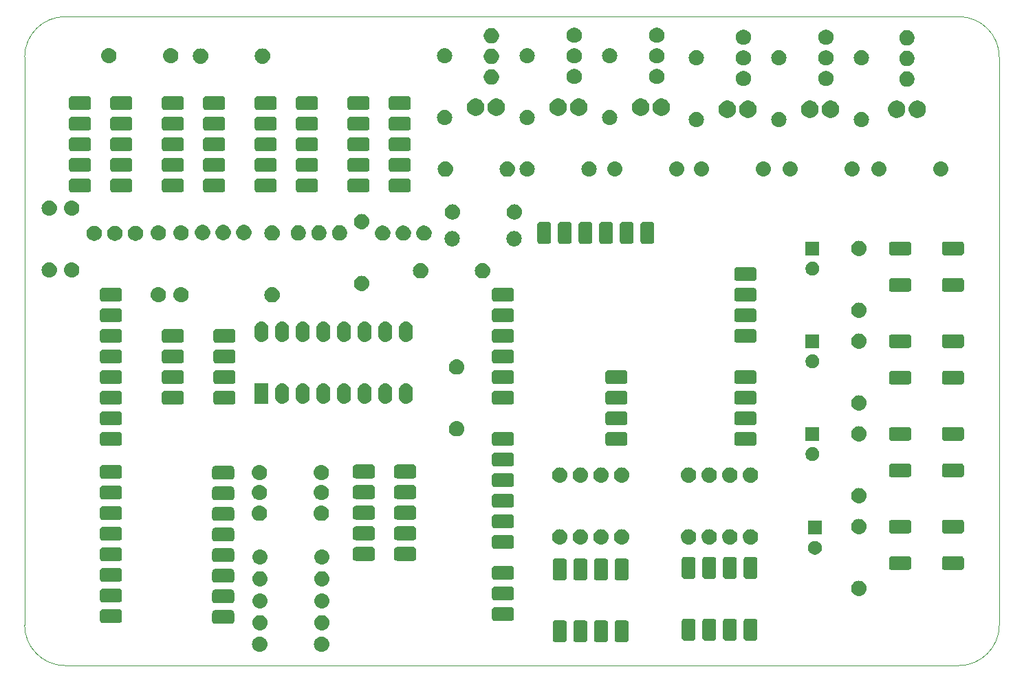
<source format=gbr>
G04 #@! TF.GenerationSoftware,KiCad,Pcbnew,(5.1.4)-1*
G04 #@! TF.CreationDate,2019-10-17T12:58:39+02:00*
G04 #@! TF.ProjectId,entrenador_v1,656e7472-656e-4616-946f-725f76312e6b,rev?*
G04 #@! TF.SameCoordinates,Original*
G04 #@! TF.FileFunction,Soldermask,Bot*
G04 #@! TF.FilePolarity,Negative*
%FSLAX46Y46*%
G04 Gerber Fmt 4.6, Leading zero omitted, Abs format (unit mm)*
G04 Created by KiCad (PCBNEW (5.1.4)-1) date 2019-10-17 12:58:39*
%MOMM*%
%LPD*%
G04 APERTURE LIST*
%ADD10C,0.050000*%
%ADD11C,0.100000*%
G04 APERTURE END LIST*
D10*
X77000000Y-122000000D02*
X77000000Y-52000000D01*
X192000000Y-127000000D02*
X82000000Y-127000000D01*
X197000000Y-52000000D02*
X197000000Y-122000000D01*
X82000000Y-47000000D02*
X192000000Y-47000000D01*
X82000000Y-127000000D02*
G75*
G02X77000000Y-122000000I0J5000000D01*
G01*
X77000000Y-52000000D02*
G75*
G02X82000000Y-47000000I5000000J0D01*
G01*
X192000000Y-47000000D02*
G75*
G02X197000000Y-52000000I0J-5000000D01*
G01*
X197000000Y-122000000D02*
G75*
G02X192000000Y-127000000I-5000000J0D01*
G01*
D11*
G36*
X113655609Y-123422934D02*
G01*
X113747672Y-123432001D01*
X113924863Y-123485751D01*
X113924866Y-123485752D01*
X114088159Y-123573034D01*
X114088162Y-123573036D01*
X114088163Y-123573037D01*
X114231296Y-123690504D01*
X114336175Y-123818298D01*
X114348766Y-123833641D01*
X114436048Y-123996934D01*
X114436049Y-123996937D01*
X114489799Y-124174128D01*
X114507948Y-124358400D01*
X114489799Y-124542672D01*
X114436049Y-124719863D01*
X114436048Y-124719866D01*
X114348766Y-124883159D01*
X114231296Y-125026296D01*
X114088159Y-125143766D01*
X113924866Y-125231048D01*
X113924863Y-125231049D01*
X113747672Y-125284799D01*
X113655609Y-125293866D01*
X113609578Y-125298400D01*
X113517222Y-125298400D01*
X113471191Y-125293866D01*
X113379128Y-125284799D01*
X113201937Y-125231049D01*
X113201934Y-125231048D01*
X113038641Y-125143766D01*
X112895504Y-125026296D01*
X112778034Y-124883159D01*
X112690752Y-124719866D01*
X112690751Y-124719863D01*
X112637001Y-124542672D01*
X112618852Y-124358400D01*
X112637001Y-124174128D01*
X112690751Y-123996937D01*
X112690752Y-123996934D01*
X112778034Y-123833641D01*
X112790626Y-123818298D01*
X112895504Y-123690504D01*
X113038637Y-123573037D01*
X113038638Y-123573036D01*
X113038641Y-123573034D01*
X113201934Y-123485752D01*
X113201937Y-123485751D01*
X113379128Y-123432001D01*
X113471191Y-123422934D01*
X113517222Y-123418400D01*
X113609578Y-123418400D01*
X113655609Y-123422934D01*
X113655609Y-123422934D01*
G37*
G36*
X106035609Y-123422934D02*
G01*
X106127672Y-123432001D01*
X106304863Y-123485751D01*
X106304866Y-123485752D01*
X106468159Y-123573034D01*
X106468162Y-123573036D01*
X106468163Y-123573037D01*
X106611296Y-123690504D01*
X106716175Y-123818298D01*
X106728766Y-123833641D01*
X106816048Y-123996934D01*
X106816049Y-123996937D01*
X106869799Y-124174128D01*
X106887948Y-124358400D01*
X106869799Y-124542672D01*
X106816049Y-124719863D01*
X106816048Y-124719866D01*
X106728766Y-124883159D01*
X106611296Y-125026296D01*
X106468159Y-125143766D01*
X106304866Y-125231048D01*
X106304863Y-125231049D01*
X106127672Y-125284799D01*
X106035609Y-125293866D01*
X105989578Y-125298400D01*
X105897222Y-125298400D01*
X105851191Y-125293866D01*
X105759128Y-125284799D01*
X105581937Y-125231049D01*
X105581934Y-125231048D01*
X105418641Y-125143766D01*
X105275504Y-125026296D01*
X105158034Y-124883159D01*
X105070752Y-124719866D01*
X105070751Y-124719863D01*
X105017001Y-124542672D01*
X104998852Y-124358400D01*
X105017001Y-124174128D01*
X105070751Y-123996937D01*
X105070752Y-123996934D01*
X105158034Y-123833641D01*
X105170626Y-123818298D01*
X105275504Y-123690504D01*
X105418637Y-123573037D01*
X105418638Y-123573036D01*
X105418641Y-123573034D01*
X105581934Y-123485752D01*
X105581937Y-123485751D01*
X105759128Y-123432001D01*
X105851191Y-123422934D01*
X105897222Y-123418400D01*
X105989578Y-123418400D01*
X106035609Y-123422934D01*
X106035609Y-123422934D01*
G37*
G36*
X145973698Y-121400168D02*
G01*
X146041685Y-121420792D01*
X146104335Y-121454279D01*
X146159252Y-121499348D01*
X146204321Y-121554265D01*
X146237808Y-121616915D01*
X146258432Y-121684902D01*
X146266000Y-121761740D01*
X146266000Y-123741460D01*
X146258432Y-123818298D01*
X146237808Y-123886285D01*
X146204321Y-123948935D01*
X146159252Y-124003852D01*
X146104335Y-124048921D01*
X146041685Y-124082408D01*
X145973698Y-124103032D01*
X145896860Y-124110600D01*
X144933140Y-124110600D01*
X144856302Y-124103032D01*
X144788315Y-124082408D01*
X144725665Y-124048921D01*
X144670748Y-124003852D01*
X144625679Y-123948935D01*
X144592192Y-123886285D01*
X144571568Y-123818298D01*
X144564000Y-123741460D01*
X144564000Y-121761740D01*
X144571568Y-121684902D01*
X144592192Y-121616915D01*
X144625679Y-121554265D01*
X144670748Y-121499348D01*
X144725665Y-121454279D01*
X144788315Y-121420792D01*
X144856302Y-121400168D01*
X144933140Y-121392600D01*
X145896860Y-121392600D01*
X145973698Y-121400168D01*
X145973698Y-121400168D01*
G37*
G36*
X143433698Y-121400168D02*
G01*
X143501685Y-121420792D01*
X143564335Y-121454279D01*
X143619252Y-121499348D01*
X143664321Y-121554265D01*
X143697808Y-121616915D01*
X143718432Y-121684902D01*
X143726000Y-121761740D01*
X143726000Y-123741460D01*
X143718432Y-123818298D01*
X143697808Y-123886285D01*
X143664321Y-123948935D01*
X143619252Y-124003852D01*
X143564335Y-124048921D01*
X143501685Y-124082408D01*
X143433698Y-124103032D01*
X143356860Y-124110600D01*
X142393140Y-124110600D01*
X142316302Y-124103032D01*
X142248315Y-124082408D01*
X142185665Y-124048921D01*
X142130748Y-124003852D01*
X142085679Y-123948935D01*
X142052192Y-123886285D01*
X142031568Y-123818298D01*
X142024000Y-123741460D01*
X142024000Y-121761740D01*
X142031568Y-121684902D01*
X142052192Y-121616915D01*
X142085679Y-121554265D01*
X142130748Y-121499348D01*
X142185665Y-121454279D01*
X142248315Y-121420792D01*
X142316302Y-121400168D01*
X142393140Y-121392600D01*
X143356860Y-121392600D01*
X143433698Y-121400168D01*
X143433698Y-121400168D01*
G37*
G36*
X151053698Y-121400168D02*
G01*
X151121685Y-121420792D01*
X151184335Y-121454279D01*
X151239252Y-121499348D01*
X151284321Y-121554265D01*
X151317808Y-121616915D01*
X151338432Y-121684902D01*
X151346000Y-121761740D01*
X151346000Y-123741460D01*
X151338432Y-123818298D01*
X151317808Y-123886285D01*
X151284321Y-123948935D01*
X151239252Y-124003852D01*
X151184335Y-124048921D01*
X151121685Y-124082408D01*
X151053698Y-124103032D01*
X150976860Y-124110600D01*
X150013140Y-124110600D01*
X149936302Y-124103032D01*
X149868315Y-124082408D01*
X149805665Y-124048921D01*
X149750748Y-124003852D01*
X149705679Y-123948935D01*
X149672192Y-123886285D01*
X149651568Y-123818298D01*
X149644000Y-123741460D01*
X149644000Y-121761740D01*
X149651568Y-121684902D01*
X149672192Y-121616915D01*
X149705679Y-121554265D01*
X149750748Y-121499348D01*
X149805665Y-121454279D01*
X149868315Y-121420792D01*
X149936302Y-121400168D01*
X150013140Y-121392600D01*
X150976860Y-121392600D01*
X151053698Y-121400168D01*
X151053698Y-121400168D01*
G37*
G36*
X148513698Y-121400168D02*
G01*
X148581685Y-121420792D01*
X148644335Y-121454279D01*
X148699252Y-121499348D01*
X148744321Y-121554265D01*
X148777808Y-121616915D01*
X148798432Y-121684902D01*
X148806000Y-121761740D01*
X148806000Y-123741460D01*
X148798432Y-123818298D01*
X148777808Y-123886285D01*
X148744321Y-123948935D01*
X148699252Y-124003852D01*
X148644335Y-124048921D01*
X148581685Y-124082408D01*
X148513698Y-124103032D01*
X148436860Y-124110600D01*
X147473140Y-124110600D01*
X147396302Y-124103032D01*
X147328315Y-124082408D01*
X147265665Y-124048921D01*
X147210748Y-124003852D01*
X147165679Y-123948935D01*
X147132192Y-123886285D01*
X147111568Y-123818298D01*
X147104000Y-123741460D01*
X147104000Y-121761740D01*
X147111568Y-121684902D01*
X147132192Y-121616915D01*
X147165679Y-121554265D01*
X147210748Y-121499348D01*
X147265665Y-121454279D01*
X147328315Y-121420792D01*
X147396302Y-121400168D01*
X147473140Y-121392600D01*
X148436860Y-121392600D01*
X148513698Y-121400168D01*
X148513698Y-121400168D01*
G37*
G36*
X159308698Y-121203568D02*
G01*
X159376685Y-121224192D01*
X159439335Y-121257679D01*
X159494252Y-121302748D01*
X159539321Y-121357665D01*
X159572808Y-121420315D01*
X159593432Y-121488302D01*
X159601000Y-121565140D01*
X159601000Y-123544860D01*
X159593432Y-123621698D01*
X159572808Y-123689685D01*
X159539321Y-123752335D01*
X159494252Y-123807252D01*
X159439335Y-123852321D01*
X159376685Y-123885808D01*
X159308698Y-123906432D01*
X159231860Y-123914000D01*
X158268140Y-123914000D01*
X158191302Y-123906432D01*
X158123315Y-123885808D01*
X158060665Y-123852321D01*
X158005748Y-123807252D01*
X157960679Y-123752335D01*
X157927192Y-123689685D01*
X157906568Y-123621698D01*
X157899000Y-123544860D01*
X157899000Y-121565140D01*
X157906568Y-121488302D01*
X157927192Y-121420315D01*
X157960679Y-121357665D01*
X158005748Y-121302748D01*
X158060665Y-121257679D01*
X158123315Y-121224192D01*
X158191302Y-121203568D01*
X158268140Y-121196000D01*
X159231860Y-121196000D01*
X159308698Y-121203568D01*
X159308698Y-121203568D01*
G37*
G36*
X166928698Y-121203568D02*
G01*
X166996685Y-121224192D01*
X167059335Y-121257679D01*
X167114252Y-121302748D01*
X167159321Y-121357665D01*
X167192808Y-121420315D01*
X167213432Y-121488302D01*
X167221000Y-121565140D01*
X167221000Y-123544860D01*
X167213432Y-123621698D01*
X167192808Y-123689685D01*
X167159321Y-123752335D01*
X167114252Y-123807252D01*
X167059335Y-123852321D01*
X166996685Y-123885808D01*
X166928698Y-123906432D01*
X166851860Y-123914000D01*
X165888140Y-123914000D01*
X165811302Y-123906432D01*
X165743315Y-123885808D01*
X165680665Y-123852321D01*
X165625748Y-123807252D01*
X165580679Y-123752335D01*
X165547192Y-123689685D01*
X165526568Y-123621698D01*
X165519000Y-123544860D01*
X165519000Y-121565140D01*
X165526568Y-121488302D01*
X165547192Y-121420315D01*
X165580679Y-121357665D01*
X165625748Y-121302748D01*
X165680665Y-121257679D01*
X165743315Y-121224192D01*
X165811302Y-121203568D01*
X165888140Y-121196000D01*
X166851860Y-121196000D01*
X166928698Y-121203568D01*
X166928698Y-121203568D01*
G37*
G36*
X164388698Y-121203568D02*
G01*
X164456685Y-121224192D01*
X164519335Y-121257679D01*
X164574252Y-121302748D01*
X164619321Y-121357665D01*
X164652808Y-121420315D01*
X164673432Y-121488302D01*
X164681000Y-121565140D01*
X164681000Y-123544860D01*
X164673432Y-123621698D01*
X164652808Y-123689685D01*
X164619321Y-123752335D01*
X164574252Y-123807252D01*
X164519335Y-123852321D01*
X164456685Y-123885808D01*
X164388698Y-123906432D01*
X164311860Y-123914000D01*
X163348140Y-123914000D01*
X163271302Y-123906432D01*
X163203315Y-123885808D01*
X163140665Y-123852321D01*
X163085748Y-123807252D01*
X163040679Y-123752335D01*
X163007192Y-123689685D01*
X162986568Y-123621698D01*
X162979000Y-123544860D01*
X162979000Y-121565140D01*
X162986568Y-121488302D01*
X163007192Y-121420315D01*
X163040679Y-121357665D01*
X163085748Y-121302748D01*
X163140665Y-121257679D01*
X163203315Y-121224192D01*
X163271302Y-121203568D01*
X163348140Y-121196000D01*
X164311860Y-121196000D01*
X164388698Y-121203568D01*
X164388698Y-121203568D01*
G37*
G36*
X161848698Y-121203568D02*
G01*
X161916685Y-121224192D01*
X161979335Y-121257679D01*
X162034252Y-121302748D01*
X162079321Y-121357665D01*
X162112808Y-121420315D01*
X162133432Y-121488302D01*
X162141000Y-121565140D01*
X162141000Y-123544860D01*
X162133432Y-123621698D01*
X162112808Y-123689685D01*
X162079321Y-123752335D01*
X162034252Y-123807252D01*
X161979335Y-123852321D01*
X161916685Y-123885808D01*
X161848698Y-123906432D01*
X161771860Y-123914000D01*
X160808140Y-123914000D01*
X160731302Y-123906432D01*
X160663315Y-123885808D01*
X160600665Y-123852321D01*
X160545748Y-123807252D01*
X160500679Y-123752335D01*
X160467192Y-123689685D01*
X160446568Y-123621698D01*
X160439000Y-123544860D01*
X160439000Y-121565140D01*
X160446568Y-121488302D01*
X160467192Y-121420315D01*
X160500679Y-121357665D01*
X160545748Y-121302748D01*
X160600665Y-121257679D01*
X160663315Y-121224192D01*
X160731302Y-121203568D01*
X160808140Y-121196000D01*
X161771860Y-121196000D01*
X161848698Y-121203568D01*
X161848698Y-121203568D01*
G37*
G36*
X106061009Y-120781334D02*
G01*
X106153072Y-120790401D01*
X106330263Y-120844151D01*
X106330266Y-120844152D01*
X106493559Y-120931434D01*
X106636696Y-121048904D01*
X106754166Y-121192041D01*
X106841448Y-121355334D01*
X106841449Y-121355337D01*
X106895199Y-121532528D01*
X106913348Y-121716800D01*
X106895199Y-121901072D01*
X106841449Y-122078263D01*
X106841448Y-122078266D01*
X106754166Y-122241559D01*
X106636696Y-122384696D01*
X106493559Y-122502166D01*
X106330266Y-122589448D01*
X106330263Y-122589449D01*
X106153072Y-122643199D01*
X106061009Y-122652266D01*
X106014978Y-122656800D01*
X105922622Y-122656800D01*
X105876591Y-122652266D01*
X105784528Y-122643199D01*
X105607337Y-122589449D01*
X105607334Y-122589448D01*
X105444041Y-122502166D01*
X105300904Y-122384696D01*
X105183434Y-122241559D01*
X105096152Y-122078266D01*
X105096151Y-122078263D01*
X105042401Y-121901072D01*
X105024252Y-121716800D01*
X105042401Y-121532528D01*
X105096151Y-121355337D01*
X105096152Y-121355334D01*
X105183434Y-121192041D01*
X105300904Y-121048904D01*
X105444041Y-120931434D01*
X105607334Y-120844152D01*
X105607337Y-120844151D01*
X105784528Y-120790401D01*
X105876591Y-120781334D01*
X105922622Y-120776800D01*
X106014978Y-120776800D01*
X106061009Y-120781334D01*
X106061009Y-120781334D01*
G37*
G36*
X113681009Y-120781334D02*
G01*
X113773072Y-120790401D01*
X113950263Y-120844151D01*
X113950266Y-120844152D01*
X114113559Y-120931434D01*
X114256696Y-121048904D01*
X114374166Y-121192041D01*
X114461448Y-121355334D01*
X114461449Y-121355337D01*
X114515199Y-121532528D01*
X114533348Y-121716800D01*
X114515199Y-121901072D01*
X114461449Y-122078263D01*
X114461448Y-122078266D01*
X114374166Y-122241559D01*
X114256696Y-122384696D01*
X114113559Y-122502166D01*
X113950266Y-122589448D01*
X113950263Y-122589449D01*
X113773072Y-122643199D01*
X113681009Y-122652266D01*
X113634978Y-122656800D01*
X113542622Y-122656800D01*
X113496591Y-122652266D01*
X113404528Y-122643199D01*
X113227337Y-122589449D01*
X113227334Y-122589448D01*
X113064041Y-122502166D01*
X112920904Y-122384696D01*
X112803434Y-122241559D01*
X112716152Y-122078266D01*
X112716151Y-122078263D01*
X112662401Y-121901072D01*
X112644252Y-121716800D01*
X112662401Y-121532528D01*
X112716151Y-121355337D01*
X112716152Y-121355334D01*
X112803434Y-121192041D01*
X112920904Y-121048904D01*
X113064041Y-120931434D01*
X113227334Y-120844152D01*
X113227337Y-120844151D01*
X113404528Y-120790401D01*
X113496591Y-120781334D01*
X113542622Y-120776800D01*
X113634978Y-120776800D01*
X113681009Y-120781334D01*
X113681009Y-120781334D01*
G37*
G36*
X102514298Y-120162168D02*
G01*
X102582285Y-120182792D01*
X102644935Y-120216279D01*
X102699852Y-120261348D01*
X102744921Y-120316265D01*
X102778408Y-120378915D01*
X102799032Y-120446902D01*
X102806600Y-120523740D01*
X102806600Y-121487460D01*
X102799032Y-121564298D01*
X102778408Y-121632285D01*
X102744921Y-121694935D01*
X102699852Y-121749852D01*
X102644935Y-121794921D01*
X102582285Y-121828408D01*
X102514298Y-121849032D01*
X102437460Y-121856600D01*
X100457740Y-121856600D01*
X100380902Y-121849032D01*
X100312915Y-121828408D01*
X100250265Y-121794921D01*
X100195348Y-121749852D01*
X100150279Y-121694935D01*
X100116792Y-121632285D01*
X100096168Y-121564298D01*
X100088600Y-121487460D01*
X100088600Y-120523740D01*
X100096168Y-120446902D01*
X100116792Y-120378915D01*
X100150279Y-120316265D01*
X100195348Y-120261348D01*
X100250265Y-120216279D01*
X100312915Y-120182792D01*
X100380902Y-120162168D01*
X100457740Y-120154600D01*
X102437460Y-120154600D01*
X102514298Y-120162168D01*
X102514298Y-120162168D01*
G37*
G36*
X88696698Y-120056568D02*
G01*
X88764685Y-120077192D01*
X88827335Y-120110679D01*
X88882252Y-120155748D01*
X88927321Y-120210665D01*
X88960808Y-120273315D01*
X88981432Y-120341302D01*
X88989000Y-120418140D01*
X88989000Y-121381860D01*
X88981432Y-121458698D01*
X88960808Y-121526685D01*
X88927321Y-121589335D01*
X88882252Y-121644252D01*
X88827335Y-121689321D01*
X88764685Y-121722808D01*
X88696698Y-121743432D01*
X88619860Y-121751000D01*
X86640140Y-121751000D01*
X86563302Y-121743432D01*
X86495315Y-121722808D01*
X86432665Y-121689321D01*
X86377748Y-121644252D01*
X86332679Y-121589335D01*
X86299192Y-121526685D01*
X86278568Y-121458698D01*
X86271000Y-121381860D01*
X86271000Y-120418140D01*
X86278568Y-120341302D01*
X86299192Y-120273315D01*
X86332679Y-120210665D01*
X86377748Y-120155748D01*
X86432665Y-120110679D01*
X86495315Y-120077192D01*
X86563302Y-120056568D01*
X86640140Y-120049000D01*
X88619860Y-120049000D01*
X88696698Y-120056568D01*
X88696698Y-120056568D01*
G37*
G36*
X136956698Y-119806568D02*
G01*
X137024685Y-119827192D01*
X137087335Y-119860679D01*
X137142252Y-119905748D01*
X137187321Y-119960665D01*
X137220808Y-120023315D01*
X137241432Y-120091302D01*
X137249000Y-120168140D01*
X137249000Y-121131860D01*
X137241432Y-121208698D01*
X137220808Y-121276685D01*
X137187321Y-121339335D01*
X137142252Y-121394252D01*
X137087335Y-121439321D01*
X137024685Y-121472808D01*
X136956698Y-121493432D01*
X136879860Y-121501000D01*
X134900140Y-121501000D01*
X134823302Y-121493432D01*
X134755315Y-121472808D01*
X134692665Y-121439321D01*
X134637748Y-121394252D01*
X134592679Y-121339335D01*
X134559192Y-121276685D01*
X134538568Y-121208698D01*
X134531000Y-121131860D01*
X134531000Y-120168140D01*
X134538568Y-120091302D01*
X134559192Y-120023315D01*
X134592679Y-119960665D01*
X134637748Y-119905748D01*
X134692665Y-119860679D01*
X134755315Y-119827192D01*
X134823302Y-119806568D01*
X134900140Y-119799000D01*
X136879860Y-119799000D01*
X136956698Y-119806568D01*
X136956698Y-119806568D01*
G37*
G36*
X113681009Y-118088934D02*
G01*
X113773072Y-118098001D01*
X113950263Y-118151751D01*
X113950266Y-118151752D01*
X114113559Y-118239034D01*
X114113562Y-118239036D01*
X114113563Y-118239037D01*
X114139552Y-118260366D01*
X114256696Y-118356504D01*
X114374166Y-118499641D01*
X114461448Y-118662934D01*
X114461449Y-118662937D01*
X114515199Y-118840128D01*
X114533348Y-119024400D01*
X114515199Y-119208672D01*
X114461449Y-119385863D01*
X114461448Y-119385866D01*
X114374166Y-119549159D01*
X114374164Y-119549162D01*
X114374163Y-119549163D01*
X114256696Y-119692296D01*
X114126678Y-119799000D01*
X114113559Y-119809766D01*
X113950266Y-119897048D01*
X113950263Y-119897049D01*
X113773072Y-119950799D01*
X113681009Y-119959866D01*
X113634978Y-119964400D01*
X113542622Y-119964400D01*
X113496591Y-119959866D01*
X113404528Y-119950799D01*
X113227337Y-119897049D01*
X113227334Y-119897048D01*
X113064041Y-119809766D01*
X113050923Y-119799000D01*
X112920904Y-119692296D01*
X112803437Y-119549163D01*
X112803436Y-119549162D01*
X112803434Y-119549159D01*
X112716152Y-119385866D01*
X112716151Y-119385863D01*
X112662401Y-119208672D01*
X112644252Y-119024400D01*
X112662401Y-118840128D01*
X112716151Y-118662937D01*
X112716152Y-118662934D01*
X112803434Y-118499641D01*
X112920904Y-118356504D01*
X113038048Y-118260366D01*
X113064037Y-118239037D01*
X113064038Y-118239036D01*
X113064041Y-118239034D01*
X113227334Y-118151752D01*
X113227337Y-118151751D01*
X113404528Y-118098001D01*
X113496591Y-118088934D01*
X113542622Y-118084400D01*
X113634978Y-118084400D01*
X113681009Y-118088934D01*
X113681009Y-118088934D01*
G37*
G36*
X106061009Y-118088934D02*
G01*
X106153072Y-118098001D01*
X106330263Y-118151751D01*
X106330266Y-118151752D01*
X106493559Y-118239034D01*
X106493562Y-118239036D01*
X106493563Y-118239037D01*
X106519552Y-118260366D01*
X106636696Y-118356504D01*
X106754166Y-118499641D01*
X106841448Y-118662934D01*
X106841449Y-118662937D01*
X106895199Y-118840128D01*
X106913348Y-119024400D01*
X106895199Y-119208672D01*
X106841449Y-119385863D01*
X106841448Y-119385866D01*
X106754166Y-119549159D01*
X106754164Y-119549162D01*
X106754163Y-119549163D01*
X106636696Y-119692296D01*
X106506678Y-119799000D01*
X106493559Y-119809766D01*
X106330266Y-119897048D01*
X106330263Y-119897049D01*
X106153072Y-119950799D01*
X106061009Y-119959866D01*
X106014978Y-119964400D01*
X105922622Y-119964400D01*
X105876591Y-119959866D01*
X105784528Y-119950799D01*
X105607337Y-119897049D01*
X105607334Y-119897048D01*
X105444041Y-119809766D01*
X105430923Y-119799000D01*
X105300904Y-119692296D01*
X105183437Y-119549163D01*
X105183436Y-119549162D01*
X105183434Y-119549159D01*
X105096152Y-119385866D01*
X105096151Y-119385863D01*
X105042401Y-119208672D01*
X105024252Y-119024400D01*
X105042401Y-118840128D01*
X105096151Y-118662937D01*
X105096152Y-118662934D01*
X105183434Y-118499641D01*
X105300904Y-118356504D01*
X105418048Y-118260366D01*
X105444037Y-118239037D01*
X105444038Y-118239036D01*
X105444041Y-118239034D01*
X105607334Y-118151752D01*
X105607337Y-118151751D01*
X105784528Y-118098001D01*
X105876591Y-118088934D01*
X105922622Y-118084400D01*
X106014978Y-118084400D01*
X106061009Y-118088934D01*
X106061009Y-118088934D01*
G37*
G36*
X102514298Y-117622168D02*
G01*
X102582285Y-117642792D01*
X102644935Y-117676279D01*
X102699852Y-117721348D01*
X102744921Y-117776265D01*
X102778408Y-117838915D01*
X102799032Y-117906902D01*
X102806600Y-117983740D01*
X102806600Y-118947460D01*
X102799032Y-119024298D01*
X102778408Y-119092285D01*
X102744921Y-119154935D01*
X102699852Y-119209852D01*
X102644935Y-119254921D01*
X102582285Y-119288408D01*
X102514298Y-119309032D01*
X102437460Y-119316600D01*
X100457740Y-119316600D01*
X100380902Y-119309032D01*
X100312915Y-119288408D01*
X100250265Y-119254921D01*
X100195348Y-119209852D01*
X100150279Y-119154935D01*
X100116792Y-119092285D01*
X100096168Y-119024298D01*
X100088600Y-118947460D01*
X100088600Y-117983740D01*
X100096168Y-117906902D01*
X100116792Y-117838915D01*
X100150279Y-117776265D01*
X100195348Y-117721348D01*
X100250265Y-117676279D01*
X100312915Y-117642792D01*
X100380902Y-117622168D01*
X100457740Y-117614600D01*
X102437460Y-117614600D01*
X102514298Y-117622168D01*
X102514298Y-117622168D01*
G37*
G36*
X88696698Y-117516568D02*
G01*
X88764685Y-117537192D01*
X88827335Y-117570679D01*
X88882252Y-117615748D01*
X88927321Y-117670665D01*
X88960808Y-117733315D01*
X88981432Y-117801302D01*
X88989000Y-117878140D01*
X88989000Y-118841860D01*
X88981432Y-118918698D01*
X88960808Y-118986685D01*
X88927321Y-119049335D01*
X88882252Y-119104252D01*
X88827335Y-119149321D01*
X88764685Y-119182808D01*
X88696698Y-119203432D01*
X88619860Y-119211000D01*
X86640140Y-119211000D01*
X86563302Y-119203432D01*
X86495315Y-119182808D01*
X86432665Y-119149321D01*
X86377748Y-119104252D01*
X86332679Y-119049335D01*
X86299192Y-118986685D01*
X86278568Y-118918698D01*
X86271000Y-118841860D01*
X86271000Y-117878140D01*
X86278568Y-117801302D01*
X86299192Y-117733315D01*
X86332679Y-117670665D01*
X86377748Y-117615748D01*
X86432665Y-117570679D01*
X86495315Y-117537192D01*
X86563302Y-117516568D01*
X86640140Y-117509000D01*
X88619860Y-117509000D01*
X88696698Y-117516568D01*
X88696698Y-117516568D01*
G37*
G36*
X136956698Y-117266568D02*
G01*
X137024685Y-117287192D01*
X137087335Y-117320679D01*
X137142252Y-117365748D01*
X137187321Y-117420665D01*
X137220808Y-117483315D01*
X137241432Y-117551302D01*
X137249000Y-117628140D01*
X137249000Y-118591860D01*
X137241432Y-118668698D01*
X137220808Y-118736685D01*
X137187321Y-118799335D01*
X137142252Y-118854252D01*
X137087335Y-118899321D01*
X137024685Y-118932808D01*
X136956698Y-118953432D01*
X136879860Y-118961000D01*
X134900140Y-118961000D01*
X134823302Y-118953432D01*
X134755315Y-118932808D01*
X134692665Y-118899321D01*
X134637748Y-118854252D01*
X134592679Y-118799335D01*
X134559192Y-118736685D01*
X134538568Y-118668698D01*
X134531000Y-118591860D01*
X134531000Y-117628140D01*
X134538568Y-117551302D01*
X134559192Y-117483315D01*
X134592679Y-117420665D01*
X134637748Y-117365748D01*
X134692665Y-117320679D01*
X134755315Y-117287192D01*
X134823302Y-117266568D01*
X134900140Y-117259000D01*
X136879860Y-117259000D01*
X136956698Y-117266568D01*
X136956698Y-117266568D01*
G37*
G36*
X179797209Y-116539534D02*
G01*
X179889272Y-116548601D01*
X180056372Y-116599290D01*
X180066466Y-116602352D01*
X180229759Y-116689634D01*
X180229762Y-116689636D01*
X180229763Y-116689637D01*
X180326505Y-116769032D01*
X180372896Y-116807104D01*
X180490366Y-116950241D01*
X180577648Y-117113534D01*
X180577649Y-117113537D01*
X180631399Y-117290728D01*
X180649548Y-117475000D01*
X180631399Y-117659272D01*
X180588315Y-117801302D01*
X180577648Y-117836466D01*
X180490366Y-117999759D01*
X180490364Y-117999762D01*
X180490363Y-117999763D01*
X180372896Y-118142896D01*
X180255749Y-118239037D01*
X180229759Y-118260366D01*
X180066466Y-118347648D01*
X180066463Y-118347649D01*
X179889272Y-118401399D01*
X179797209Y-118410466D01*
X179751178Y-118415000D01*
X179658822Y-118415000D01*
X179612791Y-118410466D01*
X179520728Y-118401399D01*
X179343537Y-118347649D01*
X179343534Y-118347648D01*
X179180241Y-118260366D01*
X179154252Y-118239037D01*
X179037104Y-118142896D01*
X178919637Y-117999763D01*
X178919636Y-117999762D01*
X178919634Y-117999759D01*
X178832352Y-117836466D01*
X178821685Y-117801302D01*
X178778601Y-117659272D01*
X178760452Y-117475000D01*
X178778601Y-117290728D01*
X178832351Y-117113537D01*
X178832352Y-117113534D01*
X178919634Y-116950241D01*
X179037104Y-116807104D01*
X179083495Y-116769032D01*
X179180237Y-116689637D01*
X179180238Y-116689636D01*
X179180241Y-116689634D01*
X179343534Y-116602352D01*
X179353628Y-116599290D01*
X179520728Y-116548601D01*
X179612791Y-116539534D01*
X179658822Y-116535000D01*
X179751178Y-116535000D01*
X179797209Y-116539534D01*
X179797209Y-116539534D01*
G37*
G36*
X106061009Y-115371134D02*
G01*
X106153072Y-115380201D01*
X106330263Y-115433951D01*
X106330266Y-115433952D01*
X106493559Y-115521234D01*
X106636696Y-115638704D01*
X106754166Y-115781841D01*
X106841448Y-115945134D01*
X106841449Y-115945137D01*
X106895199Y-116122328D01*
X106913348Y-116306600D01*
X106895199Y-116490872D01*
X106843038Y-116662824D01*
X106841448Y-116668066D01*
X106754166Y-116831359D01*
X106636696Y-116974496D01*
X106493559Y-117091966D01*
X106330266Y-117179248D01*
X106330263Y-117179249D01*
X106153072Y-117232999D01*
X106061009Y-117242066D01*
X106014978Y-117246600D01*
X105922622Y-117246600D01*
X105876591Y-117242066D01*
X105784528Y-117232999D01*
X105607337Y-117179249D01*
X105607334Y-117179248D01*
X105444041Y-117091966D01*
X105300904Y-116974496D01*
X105183434Y-116831359D01*
X105096152Y-116668066D01*
X105094562Y-116662824D01*
X105042401Y-116490872D01*
X105024252Y-116306600D01*
X105042401Y-116122328D01*
X105096151Y-115945137D01*
X105096152Y-115945134D01*
X105183434Y-115781841D01*
X105300904Y-115638704D01*
X105444041Y-115521234D01*
X105607334Y-115433952D01*
X105607337Y-115433951D01*
X105784528Y-115380201D01*
X105876591Y-115371134D01*
X105922622Y-115366600D01*
X106014978Y-115366600D01*
X106061009Y-115371134D01*
X106061009Y-115371134D01*
G37*
G36*
X113681009Y-115371134D02*
G01*
X113773072Y-115380201D01*
X113950263Y-115433951D01*
X113950266Y-115433952D01*
X114113559Y-115521234D01*
X114256696Y-115638704D01*
X114374166Y-115781841D01*
X114461448Y-115945134D01*
X114461449Y-115945137D01*
X114515199Y-116122328D01*
X114533348Y-116306600D01*
X114515199Y-116490872D01*
X114463038Y-116662824D01*
X114461448Y-116668066D01*
X114374166Y-116831359D01*
X114256696Y-116974496D01*
X114113559Y-117091966D01*
X113950266Y-117179248D01*
X113950263Y-117179249D01*
X113773072Y-117232999D01*
X113681009Y-117242066D01*
X113634978Y-117246600D01*
X113542622Y-117246600D01*
X113496591Y-117242066D01*
X113404528Y-117232999D01*
X113227337Y-117179249D01*
X113227334Y-117179248D01*
X113064041Y-117091966D01*
X112920904Y-116974496D01*
X112803434Y-116831359D01*
X112716152Y-116668066D01*
X112714562Y-116662824D01*
X112662401Y-116490872D01*
X112644252Y-116306600D01*
X112662401Y-116122328D01*
X112716151Y-115945137D01*
X112716152Y-115945134D01*
X112803434Y-115781841D01*
X112920904Y-115638704D01*
X113064041Y-115521234D01*
X113227334Y-115433952D01*
X113227337Y-115433951D01*
X113404528Y-115380201D01*
X113496591Y-115371134D01*
X113542622Y-115366600D01*
X113634978Y-115366600D01*
X113681009Y-115371134D01*
X113681009Y-115371134D01*
G37*
G36*
X102514298Y-115082168D02*
G01*
X102582285Y-115102792D01*
X102644935Y-115136279D01*
X102699852Y-115181348D01*
X102744921Y-115236265D01*
X102778408Y-115298915D01*
X102799032Y-115366902D01*
X102806600Y-115443740D01*
X102806600Y-116407460D01*
X102799032Y-116484298D01*
X102778408Y-116552285D01*
X102744921Y-116614935D01*
X102699852Y-116669852D01*
X102644935Y-116714921D01*
X102582285Y-116748408D01*
X102514298Y-116769032D01*
X102437460Y-116776600D01*
X100457740Y-116776600D01*
X100380902Y-116769032D01*
X100312915Y-116748408D01*
X100250265Y-116714921D01*
X100195348Y-116669852D01*
X100150279Y-116614935D01*
X100116792Y-116552285D01*
X100096168Y-116484298D01*
X100088600Y-116407460D01*
X100088600Y-115443740D01*
X100096168Y-115366902D01*
X100116792Y-115298915D01*
X100150279Y-115236265D01*
X100195348Y-115181348D01*
X100250265Y-115136279D01*
X100312915Y-115102792D01*
X100380902Y-115082168D01*
X100457740Y-115074600D01*
X102437460Y-115074600D01*
X102514298Y-115082168D01*
X102514298Y-115082168D01*
G37*
G36*
X88696698Y-114976568D02*
G01*
X88764685Y-114997192D01*
X88827335Y-115030679D01*
X88882252Y-115075748D01*
X88927321Y-115130665D01*
X88960808Y-115193315D01*
X88981432Y-115261302D01*
X88989000Y-115338140D01*
X88989000Y-116301860D01*
X88981432Y-116378698D01*
X88960808Y-116446685D01*
X88927321Y-116509335D01*
X88882252Y-116564252D01*
X88827335Y-116609321D01*
X88764685Y-116642808D01*
X88696698Y-116663432D01*
X88619860Y-116671000D01*
X86640140Y-116671000D01*
X86563302Y-116663432D01*
X86495315Y-116642808D01*
X86432665Y-116609321D01*
X86377748Y-116564252D01*
X86332679Y-116509335D01*
X86299192Y-116446685D01*
X86278568Y-116378698D01*
X86271000Y-116301860D01*
X86271000Y-115338140D01*
X86278568Y-115261302D01*
X86299192Y-115193315D01*
X86332679Y-115130665D01*
X86377748Y-115075748D01*
X86432665Y-115030679D01*
X86495315Y-114997192D01*
X86563302Y-114976568D01*
X86640140Y-114969000D01*
X88619860Y-114969000D01*
X88696698Y-114976568D01*
X88696698Y-114976568D01*
G37*
G36*
X148513698Y-113780168D02*
G01*
X148581685Y-113800792D01*
X148644335Y-113834279D01*
X148699252Y-113879348D01*
X148744321Y-113934265D01*
X148777808Y-113996915D01*
X148798432Y-114064902D01*
X148806000Y-114141740D01*
X148806000Y-116121460D01*
X148798432Y-116198298D01*
X148777808Y-116266285D01*
X148744321Y-116328935D01*
X148699252Y-116383852D01*
X148644335Y-116428921D01*
X148581685Y-116462408D01*
X148513698Y-116483032D01*
X148436860Y-116490600D01*
X147473140Y-116490600D01*
X147396302Y-116483032D01*
X147328315Y-116462408D01*
X147265665Y-116428921D01*
X147210748Y-116383852D01*
X147165679Y-116328935D01*
X147132192Y-116266285D01*
X147111568Y-116198298D01*
X147104000Y-116121460D01*
X147104000Y-114141740D01*
X147111568Y-114064902D01*
X147132192Y-113996915D01*
X147165679Y-113934265D01*
X147210748Y-113879348D01*
X147265665Y-113834279D01*
X147328315Y-113800792D01*
X147396302Y-113780168D01*
X147473140Y-113772600D01*
X148436860Y-113772600D01*
X148513698Y-113780168D01*
X148513698Y-113780168D01*
G37*
G36*
X145973698Y-113780168D02*
G01*
X146041685Y-113800792D01*
X146104335Y-113834279D01*
X146159252Y-113879348D01*
X146204321Y-113934265D01*
X146237808Y-113996915D01*
X146258432Y-114064902D01*
X146266000Y-114141740D01*
X146266000Y-116121460D01*
X146258432Y-116198298D01*
X146237808Y-116266285D01*
X146204321Y-116328935D01*
X146159252Y-116383852D01*
X146104335Y-116428921D01*
X146041685Y-116462408D01*
X145973698Y-116483032D01*
X145896860Y-116490600D01*
X144933140Y-116490600D01*
X144856302Y-116483032D01*
X144788315Y-116462408D01*
X144725665Y-116428921D01*
X144670748Y-116383852D01*
X144625679Y-116328935D01*
X144592192Y-116266285D01*
X144571568Y-116198298D01*
X144564000Y-116121460D01*
X144564000Y-114141740D01*
X144571568Y-114064902D01*
X144592192Y-113996915D01*
X144625679Y-113934265D01*
X144670748Y-113879348D01*
X144725665Y-113834279D01*
X144788315Y-113800792D01*
X144856302Y-113780168D01*
X144933140Y-113772600D01*
X145896860Y-113772600D01*
X145973698Y-113780168D01*
X145973698Y-113780168D01*
G37*
G36*
X151053698Y-113780168D02*
G01*
X151121685Y-113800792D01*
X151184335Y-113834279D01*
X151239252Y-113879348D01*
X151284321Y-113934265D01*
X151317808Y-113996915D01*
X151338432Y-114064902D01*
X151346000Y-114141740D01*
X151346000Y-116121460D01*
X151338432Y-116198298D01*
X151317808Y-116266285D01*
X151284321Y-116328935D01*
X151239252Y-116383852D01*
X151184335Y-116428921D01*
X151121685Y-116462408D01*
X151053698Y-116483032D01*
X150976860Y-116490600D01*
X150013140Y-116490600D01*
X149936302Y-116483032D01*
X149868315Y-116462408D01*
X149805665Y-116428921D01*
X149750748Y-116383852D01*
X149705679Y-116328935D01*
X149672192Y-116266285D01*
X149651568Y-116198298D01*
X149644000Y-116121460D01*
X149644000Y-114141740D01*
X149651568Y-114064902D01*
X149672192Y-113996915D01*
X149705679Y-113934265D01*
X149750748Y-113879348D01*
X149805665Y-113834279D01*
X149868315Y-113800792D01*
X149936302Y-113780168D01*
X150013140Y-113772600D01*
X150976860Y-113772600D01*
X151053698Y-113780168D01*
X151053698Y-113780168D01*
G37*
G36*
X143433698Y-113780168D02*
G01*
X143501685Y-113800792D01*
X143564335Y-113834279D01*
X143619252Y-113879348D01*
X143664321Y-113934265D01*
X143697808Y-113996915D01*
X143718432Y-114064902D01*
X143726000Y-114141740D01*
X143726000Y-116121460D01*
X143718432Y-116198298D01*
X143697808Y-116266285D01*
X143664321Y-116328935D01*
X143619252Y-116383852D01*
X143564335Y-116428921D01*
X143501685Y-116462408D01*
X143433698Y-116483032D01*
X143356860Y-116490600D01*
X142393140Y-116490600D01*
X142316302Y-116483032D01*
X142248315Y-116462408D01*
X142185665Y-116428921D01*
X142130748Y-116383852D01*
X142085679Y-116328935D01*
X142052192Y-116266285D01*
X142031568Y-116198298D01*
X142024000Y-116121460D01*
X142024000Y-114141740D01*
X142031568Y-114064902D01*
X142052192Y-113996915D01*
X142085679Y-113934265D01*
X142130748Y-113879348D01*
X142185665Y-113834279D01*
X142248315Y-113800792D01*
X142316302Y-113780168D01*
X142393140Y-113772600D01*
X143356860Y-113772600D01*
X143433698Y-113780168D01*
X143433698Y-113780168D01*
G37*
G36*
X136956698Y-114726568D02*
G01*
X137024685Y-114747192D01*
X137087335Y-114780679D01*
X137142252Y-114825748D01*
X137187321Y-114880665D01*
X137220808Y-114943315D01*
X137241432Y-115011302D01*
X137249000Y-115088140D01*
X137249000Y-116051860D01*
X137241432Y-116128698D01*
X137220808Y-116196685D01*
X137187321Y-116259335D01*
X137142252Y-116314252D01*
X137087335Y-116359321D01*
X137024685Y-116392808D01*
X136956698Y-116413432D01*
X136879860Y-116421000D01*
X134900140Y-116421000D01*
X134823302Y-116413432D01*
X134755315Y-116392808D01*
X134692665Y-116359321D01*
X134637748Y-116314252D01*
X134592679Y-116259335D01*
X134559192Y-116196685D01*
X134538568Y-116128698D01*
X134531000Y-116051860D01*
X134531000Y-115088140D01*
X134538568Y-115011302D01*
X134559192Y-114943315D01*
X134592679Y-114880665D01*
X134637748Y-114825748D01*
X134692665Y-114780679D01*
X134755315Y-114747192D01*
X134823302Y-114726568D01*
X134900140Y-114719000D01*
X136879860Y-114719000D01*
X136956698Y-114726568D01*
X136956698Y-114726568D01*
G37*
G36*
X166928698Y-113583568D02*
G01*
X166996685Y-113604192D01*
X167059335Y-113637679D01*
X167114252Y-113682748D01*
X167159321Y-113737665D01*
X167192808Y-113800315D01*
X167213432Y-113868302D01*
X167221000Y-113945140D01*
X167221000Y-115924860D01*
X167213432Y-116001698D01*
X167192808Y-116069685D01*
X167159321Y-116132335D01*
X167114252Y-116187252D01*
X167059335Y-116232321D01*
X166996685Y-116265808D01*
X166928698Y-116286432D01*
X166851860Y-116294000D01*
X165888140Y-116294000D01*
X165811302Y-116286432D01*
X165743315Y-116265808D01*
X165680665Y-116232321D01*
X165625748Y-116187252D01*
X165580679Y-116132335D01*
X165547192Y-116069685D01*
X165526568Y-116001698D01*
X165519000Y-115924860D01*
X165519000Y-113945140D01*
X165526568Y-113868302D01*
X165547192Y-113800315D01*
X165580679Y-113737665D01*
X165625748Y-113682748D01*
X165680665Y-113637679D01*
X165743315Y-113604192D01*
X165811302Y-113583568D01*
X165888140Y-113576000D01*
X166851860Y-113576000D01*
X166928698Y-113583568D01*
X166928698Y-113583568D01*
G37*
G36*
X164388698Y-113583568D02*
G01*
X164456685Y-113604192D01*
X164519335Y-113637679D01*
X164574252Y-113682748D01*
X164619321Y-113737665D01*
X164652808Y-113800315D01*
X164673432Y-113868302D01*
X164681000Y-113945140D01*
X164681000Y-115924860D01*
X164673432Y-116001698D01*
X164652808Y-116069685D01*
X164619321Y-116132335D01*
X164574252Y-116187252D01*
X164519335Y-116232321D01*
X164456685Y-116265808D01*
X164388698Y-116286432D01*
X164311860Y-116294000D01*
X163348140Y-116294000D01*
X163271302Y-116286432D01*
X163203315Y-116265808D01*
X163140665Y-116232321D01*
X163085748Y-116187252D01*
X163040679Y-116132335D01*
X163007192Y-116069685D01*
X162986568Y-116001698D01*
X162979000Y-115924860D01*
X162979000Y-113945140D01*
X162986568Y-113868302D01*
X163007192Y-113800315D01*
X163040679Y-113737665D01*
X163085748Y-113682748D01*
X163140665Y-113637679D01*
X163203315Y-113604192D01*
X163271302Y-113583568D01*
X163348140Y-113576000D01*
X164311860Y-113576000D01*
X164388698Y-113583568D01*
X164388698Y-113583568D01*
G37*
G36*
X161848698Y-113583568D02*
G01*
X161916685Y-113604192D01*
X161979335Y-113637679D01*
X162034252Y-113682748D01*
X162079321Y-113737665D01*
X162112808Y-113800315D01*
X162133432Y-113868302D01*
X162141000Y-113945140D01*
X162141000Y-115924860D01*
X162133432Y-116001698D01*
X162112808Y-116069685D01*
X162079321Y-116132335D01*
X162034252Y-116187252D01*
X161979335Y-116232321D01*
X161916685Y-116265808D01*
X161848698Y-116286432D01*
X161771860Y-116294000D01*
X160808140Y-116294000D01*
X160731302Y-116286432D01*
X160663315Y-116265808D01*
X160600665Y-116232321D01*
X160545748Y-116187252D01*
X160500679Y-116132335D01*
X160467192Y-116069685D01*
X160446568Y-116001698D01*
X160439000Y-115924860D01*
X160439000Y-113945140D01*
X160446568Y-113868302D01*
X160467192Y-113800315D01*
X160500679Y-113737665D01*
X160545748Y-113682748D01*
X160600665Y-113637679D01*
X160663315Y-113604192D01*
X160731302Y-113583568D01*
X160808140Y-113576000D01*
X161771860Y-113576000D01*
X161848698Y-113583568D01*
X161848698Y-113583568D01*
G37*
G36*
X159308698Y-113583568D02*
G01*
X159376685Y-113604192D01*
X159439335Y-113637679D01*
X159494252Y-113682748D01*
X159539321Y-113737665D01*
X159572808Y-113800315D01*
X159593432Y-113868302D01*
X159601000Y-113945140D01*
X159601000Y-115924860D01*
X159593432Y-116001698D01*
X159572808Y-116069685D01*
X159539321Y-116132335D01*
X159494252Y-116187252D01*
X159439335Y-116232321D01*
X159376685Y-116265808D01*
X159308698Y-116286432D01*
X159231860Y-116294000D01*
X158268140Y-116294000D01*
X158191302Y-116286432D01*
X158123315Y-116265808D01*
X158060665Y-116232321D01*
X158005748Y-116187252D01*
X157960679Y-116132335D01*
X157927192Y-116069685D01*
X157906568Y-116001698D01*
X157899000Y-115924860D01*
X157899000Y-113945140D01*
X157906568Y-113868302D01*
X157927192Y-113800315D01*
X157960679Y-113737665D01*
X158005748Y-113682748D01*
X158060665Y-113637679D01*
X158123315Y-113604192D01*
X158191302Y-113583568D01*
X158268140Y-113576000D01*
X159231860Y-113576000D01*
X159308698Y-113583568D01*
X159308698Y-113583568D01*
G37*
G36*
X185851698Y-113511568D02*
G01*
X185919685Y-113532192D01*
X185982335Y-113565679D01*
X186037252Y-113610748D01*
X186082321Y-113665665D01*
X186115808Y-113728315D01*
X186136432Y-113796302D01*
X186144000Y-113873140D01*
X186144000Y-114836860D01*
X186136432Y-114913698D01*
X186115808Y-114981685D01*
X186082321Y-115044335D01*
X186037252Y-115099252D01*
X185982335Y-115144321D01*
X185919685Y-115177808D01*
X185851698Y-115198432D01*
X185774860Y-115206000D01*
X183795140Y-115206000D01*
X183718302Y-115198432D01*
X183650315Y-115177808D01*
X183587665Y-115144321D01*
X183532748Y-115099252D01*
X183487679Y-115044335D01*
X183454192Y-114981685D01*
X183433568Y-114913698D01*
X183426000Y-114836860D01*
X183426000Y-113873140D01*
X183433568Y-113796302D01*
X183454192Y-113728315D01*
X183487679Y-113665665D01*
X183532748Y-113610748D01*
X183587665Y-113565679D01*
X183650315Y-113532192D01*
X183718302Y-113511568D01*
X183795140Y-113504000D01*
X185774860Y-113504000D01*
X185851698Y-113511568D01*
X185851698Y-113511568D01*
G37*
G36*
X192351698Y-113511568D02*
G01*
X192419685Y-113532192D01*
X192482335Y-113565679D01*
X192537252Y-113610748D01*
X192582321Y-113665665D01*
X192615808Y-113728315D01*
X192636432Y-113796302D01*
X192644000Y-113873140D01*
X192644000Y-114836860D01*
X192636432Y-114913698D01*
X192615808Y-114981685D01*
X192582321Y-115044335D01*
X192537252Y-115099252D01*
X192482335Y-115144321D01*
X192419685Y-115177808D01*
X192351698Y-115198432D01*
X192274860Y-115206000D01*
X190295140Y-115206000D01*
X190218302Y-115198432D01*
X190150315Y-115177808D01*
X190087665Y-115144321D01*
X190032748Y-115099252D01*
X189987679Y-115044335D01*
X189954192Y-114981685D01*
X189933568Y-114913698D01*
X189926000Y-114836860D01*
X189926000Y-113873140D01*
X189933568Y-113796302D01*
X189954192Y-113728315D01*
X189987679Y-113665665D01*
X190032748Y-113610748D01*
X190087665Y-113565679D01*
X190150315Y-113532192D01*
X190218302Y-113511568D01*
X190295140Y-113504000D01*
X192274860Y-113504000D01*
X192351698Y-113511568D01*
X192351698Y-113511568D01*
G37*
G36*
X106061009Y-112678734D02*
G01*
X106153072Y-112687801D01*
X106292939Y-112730229D01*
X106330266Y-112741552D01*
X106493559Y-112828834D01*
X106493562Y-112828836D01*
X106493563Y-112828837D01*
X106636696Y-112946304D01*
X106700855Y-113024481D01*
X106754166Y-113089441D01*
X106841448Y-113252734D01*
X106841449Y-113252737D01*
X106895199Y-113429928D01*
X106913348Y-113614200D01*
X106895199Y-113798472D01*
X106841974Y-113973932D01*
X106841448Y-113975666D01*
X106754166Y-114138959D01*
X106754164Y-114138962D01*
X106754163Y-114138963D01*
X106680744Y-114228424D01*
X106636696Y-114282096D01*
X106493559Y-114399566D01*
X106330266Y-114486848D01*
X106330263Y-114486849D01*
X106153072Y-114540599D01*
X106061009Y-114549666D01*
X106014978Y-114554200D01*
X105922622Y-114554200D01*
X105876591Y-114549666D01*
X105784528Y-114540599D01*
X105607337Y-114486849D01*
X105607334Y-114486848D01*
X105444041Y-114399566D01*
X105300904Y-114282096D01*
X105256856Y-114228424D01*
X105183437Y-114138963D01*
X105183436Y-114138962D01*
X105183434Y-114138959D01*
X105096152Y-113975666D01*
X105095626Y-113973932D01*
X105042401Y-113798472D01*
X105024252Y-113614200D01*
X105042401Y-113429928D01*
X105096151Y-113252737D01*
X105096152Y-113252734D01*
X105183434Y-113089441D01*
X105236746Y-113024481D01*
X105300904Y-112946304D01*
X105444037Y-112828837D01*
X105444038Y-112828836D01*
X105444041Y-112828834D01*
X105607334Y-112741552D01*
X105644661Y-112730229D01*
X105784528Y-112687801D01*
X105876591Y-112678734D01*
X105922622Y-112674200D01*
X106014978Y-112674200D01*
X106061009Y-112678734D01*
X106061009Y-112678734D01*
G37*
G36*
X113681009Y-112678734D02*
G01*
X113773072Y-112687801D01*
X113912939Y-112730229D01*
X113950266Y-112741552D01*
X114113559Y-112828834D01*
X114113562Y-112828836D01*
X114113563Y-112828837D01*
X114256696Y-112946304D01*
X114320855Y-113024481D01*
X114374166Y-113089441D01*
X114461448Y-113252734D01*
X114461449Y-113252737D01*
X114515199Y-113429928D01*
X114533348Y-113614200D01*
X114515199Y-113798472D01*
X114461974Y-113973932D01*
X114461448Y-113975666D01*
X114374166Y-114138959D01*
X114374164Y-114138962D01*
X114374163Y-114138963D01*
X114300744Y-114228424D01*
X114256696Y-114282096D01*
X114113559Y-114399566D01*
X113950266Y-114486848D01*
X113950263Y-114486849D01*
X113773072Y-114540599D01*
X113681009Y-114549666D01*
X113634978Y-114554200D01*
X113542622Y-114554200D01*
X113496591Y-114549666D01*
X113404528Y-114540599D01*
X113227337Y-114486849D01*
X113227334Y-114486848D01*
X113064041Y-114399566D01*
X112920904Y-114282096D01*
X112876856Y-114228424D01*
X112803437Y-114138963D01*
X112803436Y-114138962D01*
X112803434Y-114138959D01*
X112716152Y-113975666D01*
X112715626Y-113973932D01*
X112662401Y-113798472D01*
X112644252Y-113614200D01*
X112662401Y-113429928D01*
X112716151Y-113252737D01*
X112716152Y-113252734D01*
X112803434Y-113089441D01*
X112856746Y-113024481D01*
X112920904Y-112946304D01*
X113064037Y-112828837D01*
X113064038Y-112828836D01*
X113064041Y-112828834D01*
X113227334Y-112741552D01*
X113264661Y-112730229D01*
X113404528Y-112687801D01*
X113496591Y-112678734D01*
X113542622Y-112674200D01*
X113634978Y-112674200D01*
X113681009Y-112678734D01*
X113681009Y-112678734D01*
G37*
G36*
X102514298Y-112542168D02*
G01*
X102582285Y-112562792D01*
X102644935Y-112596279D01*
X102699852Y-112641348D01*
X102744921Y-112696265D01*
X102778408Y-112758915D01*
X102799032Y-112826902D01*
X102806600Y-112903740D01*
X102806600Y-113867460D01*
X102799032Y-113944298D01*
X102778408Y-114012285D01*
X102744921Y-114074935D01*
X102699852Y-114129852D01*
X102644935Y-114174921D01*
X102582285Y-114208408D01*
X102514298Y-114229032D01*
X102437460Y-114236600D01*
X100457740Y-114236600D01*
X100380902Y-114229032D01*
X100312915Y-114208408D01*
X100250265Y-114174921D01*
X100195348Y-114129852D01*
X100150279Y-114074935D01*
X100116792Y-114012285D01*
X100096168Y-113944298D01*
X100088600Y-113867460D01*
X100088600Y-112903740D01*
X100096168Y-112826902D01*
X100116792Y-112758915D01*
X100150279Y-112696265D01*
X100195348Y-112641348D01*
X100250265Y-112596279D01*
X100312915Y-112562792D01*
X100380902Y-112542168D01*
X100457740Y-112534600D01*
X102437460Y-112534600D01*
X102514298Y-112542168D01*
X102514298Y-112542168D01*
G37*
G36*
X88696698Y-112436568D02*
G01*
X88764685Y-112457192D01*
X88827335Y-112490679D01*
X88882252Y-112535748D01*
X88927321Y-112590665D01*
X88960808Y-112653315D01*
X88981432Y-112721302D01*
X88989000Y-112798140D01*
X88989000Y-113761860D01*
X88981432Y-113838698D01*
X88960808Y-113906685D01*
X88927321Y-113969335D01*
X88882252Y-114024252D01*
X88827335Y-114069321D01*
X88764685Y-114102808D01*
X88696698Y-114123432D01*
X88619860Y-114131000D01*
X86640140Y-114131000D01*
X86563302Y-114123432D01*
X86495315Y-114102808D01*
X86432665Y-114069321D01*
X86377748Y-114024252D01*
X86332679Y-113969335D01*
X86299192Y-113906685D01*
X86278568Y-113838698D01*
X86271000Y-113761860D01*
X86271000Y-112798140D01*
X86278568Y-112721302D01*
X86299192Y-112653315D01*
X86332679Y-112590665D01*
X86377748Y-112535748D01*
X86432665Y-112490679D01*
X86495315Y-112457192D01*
X86563302Y-112436568D01*
X86640140Y-112429000D01*
X88619860Y-112429000D01*
X88696698Y-112436568D01*
X88696698Y-112436568D01*
G37*
G36*
X119837098Y-112389768D02*
G01*
X119905085Y-112410392D01*
X119967735Y-112443879D01*
X120022652Y-112488948D01*
X120067721Y-112543865D01*
X120101208Y-112606515D01*
X120121832Y-112674502D01*
X120129400Y-112751340D01*
X120129400Y-113715060D01*
X120121832Y-113791898D01*
X120101208Y-113859885D01*
X120067721Y-113922535D01*
X120022652Y-113977452D01*
X119967735Y-114022521D01*
X119905085Y-114056008D01*
X119837098Y-114076632D01*
X119760260Y-114084200D01*
X117780540Y-114084200D01*
X117703702Y-114076632D01*
X117635715Y-114056008D01*
X117573065Y-114022521D01*
X117518148Y-113977452D01*
X117473079Y-113922535D01*
X117439592Y-113859885D01*
X117418968Y-113791898D01*
X117411400Y-113715060D01*
X117411400Y-112751340D01*
X117418968Y-112674502D01*
X117439592Y-112606515D01*
X117473079Y-112543865D01*
X117518148Y-112488948D01*
X117573065Y-112443879D01*
X117635715Y-112410392D01*
X117703702Y-112389768D01*
X117780540Y-112382200D01*
X119760260Y-112382200D01*
X119837098Y-112389768D01*
X119837098Y-112389768D01*
G37*
G36*
X124917098Y-112389768D02*
G01*
X124985085Y-112410392D01*
X125047735Y-112443879D01*
X125102652Y-112488948D01*
X125147721Y-112543865D01*
X125181208Y-112606515D01*
X125201832Y-112674502D01*
X125209400Y-112751340D01*
X125209400Y-113715060D01*
X125201832Y-113791898D01*
X125181208Y-113859885D01*
X125147721Y-113922535D01*
X125102652Y-113977452D01*
X125047735Y-114022521D01*
X124985085Y-114056008D01*
X124917098Y-114076632D01*
X124840260Y-114084200D01*
X122860540Y-114084200D01*
X122783702Y-114076632D01*
X122715715Y-114056008D01*
X122653065Y-114022521D01*
X122598148Y-113977452D01*
X122553079Y-113922535D01*
X122519592Y-113859885D01*
X122498968Y-113791898D01*
X122491400Y-113715060D01*
X122491400Y-112751340D01*
X122498968Y-112674502D01*
X122519592Y-112606515D01*
X122553079Y-112543865D01*
X122598148Y-112488948D01*
X122653065Y-112443879D01*
X122715715Y-112410392D01*
X122783702Y-112389768D01*
X122860540Y-112382200D01*
X124840260Y-112382200D01*
X124917098Y-112389768D01*
X124917098Y-112389768D01*
G37*
G36*
X174543028Y-111663703D02*
G01*
X174697900Y-111727853D01*
X174837281Y-111820985D01*
X174955815Y-111939519D01*
X175048947Y-112078900D01*
X175113097Y-112233772D01*
X175145800Y-112398184D01*
X175145800Y-112565816D01*
X175113097Y-112730228D01*
X175048947Y-112885100D01*
X174955815Y-113024481D01*
X174837281Y-113143015D01*
X174697900Y-113236147D01*
X174543028Y-113300297D01*
X174378616Y-113333000D01*
X174210984Y-113333000D01*
X174046572Y-113300297D01*
X173891700Y-113236147D01*
X173752319Y-113143015D01*
X173633785Y-113024481D01*
X173540653Y-112885100D01*
X173476503Y-112730228D01*
X173443800Y-112565816D01*
X173443800Y-112398184D01*
X173476503Y-112233772D01*
X173540653Y-112078900D01*
X173633785Y-111939519D01*
X173752319Y-111820985D01*
X173891700Y-111727853D01*
X174046572Y-111663703D01*
X174210984Y-111631000D01*
X174378616Y-111631000D01*
X174543028Y-111663703D01*
X174543028Y-111663703D01*
G37*
G36*
X136956698Y-110916568D02*
G01*
X137024685Y-110937192D01*
X137087335Y-110970679D01*
X137142252Y-111015748D01*
X137187321Y-111070665D01*
X137220808Y-111133315D01*
X137241432Y-111201302D01*
X137249000Y-111278140D01*
X137249000Y-112241860D01*
X137241432Y-112318698D01*
X137220808Y-112386685D01*
X137187321Y-112449335D01*
X137142252Y-112504252D01*
X137087335Y-112549321D01*
X137024685Y-112582808D01*
X136956698Y-112603432D01*
X136879860Y-112611000D01*
X134900140Y-112611000D01*
X134823302Y-112603432D01*
X134755315Y-112582808D01*
X134692665Y-112549321D01*
X134637748Y-112504252D01*
X134592679Y-112449335D01*
X134559192Y-112386685D01*
X134538568Y-112318698D01*
X134531000Y-112241860D01*
X134531000Y-111278140D01*
X134538568Y-111201302D01*
X134559192Y-111133315D01*
X134592679Y-111070665D01*
X134637748Y-111015748D01*
X134692665Y-110970679D01*
X134755315Y-110937192D01*
X134823302Y-110916568D01*
X134900140Y-110909000D01*
X136879860Y-110909000D01*
X136956698Y-110916568D01*
X136956698Y-110916568D01*
G37*
G36*
X150587209Y-110189534D02*
G01*
X150679272Y-110198601D01*
X150856463Y-110252351D01*
X150856466Y-110252352D01*
X151019759Y-110339634D01*
X151019762Y-110339636D01*
X151019763Y-110339637D01*
X151162896Y-110457104D01*
X151279555Y-110599252D01*
X151280366Y-110600241D01*
X151367648Y-110763534D01*
X151367649Y-110763537D01*
X151421399Y-110940728D01*
X151439548Y-111125000D01*
X151421399Y-111309272D01*
X151403983Y-111366685D01*
X151367648Y-111486466D01*
X151280366Y-111649759D01*
X151280364Y-111649762D01*
X151280363Y-111649763D01*
X151216276Y-111727853D01*
X151162896Y-111792896D01*
X151019759Y-111910366D01*
X150856466Y-111997648D01*
X150856463Y-111997649D01*
X150679272Y-112051399D01*
X150587209Y-112060466D01*
X150541178Y-112065000D01*
X150448822Y-112065000D01*
X150402791Y-112060466D01*
X150310728Y-112051399D01*
X150133537Y-111997649D01*
X150133534Y-111997648D01*
X149970241Y-111910366D01*
X149827104Y-111792896D01*
X149773724Y-111727853D01*
X149709637Y-111649763D01*
X149709636Y-111649762D01*
X149709634Y-111649759D01*
X149622352Y-111486466D01*
X149586017Y-111366685D01*
X149568601Y-111309272D01*
X149550452Y-111125000D01*
X149568601Y-110940728D01*
X149622351Y-110763537D01*
X149622352Y-110763534D01*
X149709634Y-110600241D01*
X149710446Y-110599252D01*
X149827104Y-110457104D01*
X149970237Y-110339637D01*
X149970238Y-110339636D01*
X149970241Y-110339634D01*
X150133534Y-110252352D01*
X150133537Y-110252351D01*
X150310728Y-110198601D01*
X150402791Y-110189534D01*
X150448822Y-110185000D01*
X150541178Y-110185000D01*
X150587209Y-110189534D01*
X150587209Y-110189534D01*
G37*
G36*
X158842209Y-110189534D02*
G01*
X158934272Y-110198601D01*
X159111463Y-110252351D01*
X159111466Y-110252352D01*
X159274759Y-110339634D01*
X159274762Y-110339636D01*
X159274763Y-110339637D01*
X159417896Y-110457104D01*
X159534555Y-110599252D01*
X159535366Y-110600241D01*
X159622648Y-110763534D01*
X159622649Y-110763537D01*
X159676399Y-110940728D01*
X159694548Y-111125000D01*
X159676399Y-111309272D01*
X159658983Y-111366685D01*
X159622648Y-111486466D01*
X159535366Y-111649759D01*
X159535364Y-111649762D01*
X159535363Y-111649763D01*
X159471276Y-111727853D01*
X159417896Y-111792896D01*
X159274759Y-111910366D01*
X159111466Y-111997648D01*
X159111463Y-111997649D01*
X158934272Y-112051399D01*
X158842209Y-112060466D01*
X158796178Y-112065000D01*
X158703822Y-112065000D01*
X158657791Y-112060466D01*
X158565728Y-112051399D01*
X158388537Y-111997649D01*
X158388534Y-111997648D01*
X158225241Y-111910366D01*
X158082104Y-111792896D01*
X158028724Y-111727853D01*
X157964637Y-111649763D01*
X157964636Y-111649762D01*
X157964634Y-111649759D01*
X157877352Y-111486466D01*
X157841017Y-111366685D01*
X157823601Y-111309272D01*
X157805452Y-111125000D01*
X157823601Y-110940728D01*
X157877351Y-110763537D01*
X157877352Y-110763534D01*
X157964634Y-110600241D01*
X157965446Y-110599252D01*
X158082104Y-110457104D01*
X158225237Y-110339637D01*
X158225238Y-110339636D01*
X158225241Y-110339634D01*
X158388534Y-110252352D01*
X158388537Y-110252351D01*
X158565728Y-110198601D01*
X158657791Y-110189534D01*
X158703822Y-110185000D01*
X158796178Y-110185000D01*
X158842209Y-110189534D01*
X158842209Y-110189534D01*
G37*
G36*
X161382209Y-110189534D02*
G01*
X161474272Y-110198601D01*
X161651463Y-110252351D01*
X161651466Y-110252352D01*
X161814759Y-110339634D01*
X161814762Y-110339636D01*
X161814763Y-110339637D01*
X161957896Y-110457104D01*
X162074555Y-110599252D01*
X162075366Y-110600241D01*
X162162648Y-110763534D01*
X162162649Y-110763537D01*
X162216399Y-110940728D01*
X162234548Y-111125000D01*
X162216399Y-111309272D01*
X162198983Y-111366685D01*
X162162648Y-111486466D01*
X162075366Y-111649759D01*
X162075364Y-111649762D01*
X162075363Y-111649763D01*
X162011276Y-111727853D01*
X161957896Y-111792896D01*
X161814759Y-111910366D01*
X161651466Y-111997648D01*
X161651463Y-111997649D01*
X161474272Y-112051399D01*
X161382209Y-112060466D01*
X161336178Y-112065000D01*
X161243822Y-112065000D01*
X161197791Y-112060466D01*
X161105728Y-112051399D01*
X160928537Y-111997649D01*
X160928534Y-111997648D01*
X160765241Y-111910366D01*
X160622104Y-111792896D01*
X160568724Y-111727853D01*
X160504637Y-111649763D01*
X160504636Y-111649762D01*
X160504634Y-111649759D01*
X160417352Y-111486466D01*
X160381017Y-111366685D01*
X160363601Y-111309272D01*
X160345452Y-111125000D01*
X160363601Y-110940728D01*
X160417351Y-110763537D01*
X160417352Y-110763534D01*
X160504634Y-110600241D01*
X160505446Y-110599252D01*
X160622104Y-110457104D01*
X160765237Y-110339637D01*
X160765238Y-110339636D01*
X160765241Y-110339634D01*
X160928534Y-110252352D01*
X160928537Y-110252351D01*
X161105728Y-110198601D01*
X161197791Y-110189534D01*
X161243822Y-110185000D01*
X161336178Y-110185000D01*
X161382209Y-110189534D01*
X161382209Y-110189534D01*
G37*
G36*
X163922209Y-110189534D02*
G01*
X164014272Y-110198601D01*
X164191463Y-110252351D01*
X164191466Y-110252352D01*
X164354759Y-110339634D01*
X164354762Y-110339636D01*
X164354763Y-110339637D01*
X164497896Y-110457104D01*
X164614555Y-110599252D01*
X164615366Y-110600241D01*
X164702648Y-110763534D01*
X164702649Y-110763537D01*
X164756399Y-110940728D01*
X164774548Y-111125000D01*
X164756399Y-111309272D01*
X164738983Y-111366685D01*
X164702648Y-111486466D01*
X164615366Y-111649759D01*
X164615364Y-111649762D01*
X164615363Y-111649763D01*
X164551276Y-111727853D01*
X164497896Y-111792896D01*
X164354759Y-111910366D01*
X164191466Y-111997648D01*
X164191463Y-111997649D01*
X164014272Y-112051399D01*
X163922209Y-112060466D01*
X163876178Y-112065000D01*
X163783822Y-112065000D01*
X163737791Y-112060466D01*
X163645728Y-112051399D01*
X163468537Y-111997649D01*
X163468534Y-111997648D01*
X163305241Y-111910366D01*
X163162104Y-111792896D01*
X163108724Y-111727853D01*
X163044637Y-111649763D01*
X163044636Y-111649762D01*
X163044634Y-111649759D01*
X162957352Y-111486466D01*
X162921017Y-111366685D01*
X162903601Y-111309272D01*
X162885452Y-111125000D01*
X162903601Y-110940728D01*
X162957351Y-110763537D01*
X162957352Y-110763534D01*
X163044634Y-110600241D01*
X163045446Y-110599252D01*
X163162104Y-110457104D01*
X163305237Y-110339637D01*
X163305238Y-110339636D01*
X163305241Y-110339634D01*
X163468534Y-110252352D01*
X163468537Y-110252351D01*
X163645728Y-110198601D01*
X163737791Y-110189534D01*
X163783822Y-110185000D01*
X163876178Y-110185000D01*
X163922209Y-110189534D01*
X163922209Y-110189534D01*
G37*
G36*
X166462209Y-110189534D02*
G01*
X166554272Y-110198601D01*
X166731463Y-110252351D01*
X166731466Y-110252352D01*
X166894759Y-110339634D01*
X166894762Y-110339636D01*
X166894763Y-110339637D01*
X167037896Y-110457104D01*
X167154555Y-110599252D01*
X167155366Y-110600241D01*
X167242648Y-110763534D01*
X167242649Y-110763537D01*
X167296399Y-110940728D01*
X167314548Y-111125000D01*
X167296399Y-111309272D01*
X167278983Y-111366685D01*
X167242648Y-111486466D01*
X167155366Y-111649759D01*
X167155364Y-111649762D01*
X167155363Y-111649763D01*
X167091276Y-111727853D01*
X167037896Y-111792896D01*
X166894759Y-111910366D01*
X166731466Y-111997648D01*
X166731463Y-111997649D01*
X166554272Y-112051399D01*
X166462209Y-112060466D01*
X166416178Y-112065000D01*
X166323822Y-112065000D01*
X166277791Y-112060466D01*
X166185728Y-112051399D01*
X166008537Y-111997649D01*
X166008534Y-111997648D01*
X165845241Y-111910366D01*
X165702104Y-111792896D01*
X165648724Y-111727853D01*
X165584637Y-111649763D01*
X165584636Y-111649762D01*
X165584634Y-111649759D01*
X165497352Y-111486466D01*
X165461017Y-111366685D01*
X165443601Y-111309272D01*
X165425452Y-111125000D01*
X165443601Y-110940728D01*
X165497351Y-110763537D01*
X165497352Y-110763534D01*
X165584634Y-110600241D01*
X165585446Y-110599252D01*
X165702104Y-110457104D01*
X165845237Y-110339637D01*
X165845238Y-110339636D01*
X165845241Y-110339634D01*
X166008534Y-110252352D01*
X166008537Y-110252351D01*
X166185728Y-110198601D01*
X166277791Y-110189534D01*
X166323822Y-110185000D01*
X166416178Y-110185000D01*
X166462209Y-110189534D01*
X166462209Y-110189534D01*
G37*
G36*
X148047209Y-110189534D02*
G01*
X148139272Y-110198601D01*
X148316463Y-110252351D01*
X148316466Y-110252352D01*
X148479759Y-110339634D01*
X148479762Y-110339636D01*
X148479763Y-110339637D01*
X148622896Y-110457104D01*
X148739555Y-110599252D01*
X148740366Y-110600241D01*
X148827648Y-110763534D01*
X148827649Y-110763537D01*
X148881399Y-110940728D01*
X148899548Y-111125000D01*
X148881399Y-111309272D01*
X148863983Y-111366685D01*
X148827648Y-111486466D01*
X148740366Y-111649759D01*
X148740364Y-111649762D01*
X148740363Y-111649763D01*
X148676276Y-111727853D01*
X148622896Y-111792896D01*
X148479759Y-111910366D01*
X148316466Y-111997648D01*
X148316463Y-111997649D01*
X148139272Y-112051399D01*
X148047209Y-112060466D01*
X148001178Y-112065000D01*
X147908822Y-112065000D01*
X147862791Y-112060466D01*
X147770728Y-112051399D01*
X147593537Y-111997649D01*
X147593534Y-111997648D01*
X147430241Y-111910366D01*
X147287104Y-111792896D01*
X147233724Y-111727853D01*
X147169637Y-111649763D01*
X147169636Y-111649762D01*
X147169634Y-111649759D01*
X147082352Y-111486466D01*
X147046017Y-111366685D01*
X147028601Y-111309272D01*
X147010452Y-111125000D01*
X147028601Y-110940728D01*
X147082351Y-110763537D01*
X147082352Y-110763534D01*
X147169634Y-110600241D01*
X147170446Y-110599252D01*
X147287104Y-110457104D01*
X147430237Y-110339637D01*
X147430238Y-110339636D01*
X147430241Y-110339634D01*
X147593534Y-110252352D01*
X147593537Y-110252351D01*
X147770728Y-110198601D01*
X147862791Y-110189534D01*
X147908822Y-110185000D01*
X148001178Y-110185000D01*
X148047209Y-110189534D01*
X148047209Y-110189534D01*
G37*
G36*
X145507209Y-110189534D02*
G01*
X145599272Y-110198601D01*
X145776463Y-110252351D01*
X145776466Y-110252352D01*
X145939759Y-110339634D01*
X145939762Y-110339636D01*
X145939763Y-110339637D01*
X146082896Y-110457104D01*
X146199555Y-110599252D01*
X146200366Y-110600241D01*
X146287648Y-110763534D01*
X146287649Y-110763537D01*
X146341399Y-110940728D01*
X146359548Y-111125000D01*
X146341399Y-111309272D01*
X146323983Y-111366685D01*
X146287648Y-111486466D01*
X146200366Y-111649759D01*
X146200364Y-111649762D01*
X146200363Y-111649763D01*
X146136276Y-111727853D01*
X146082896Y-111792896D01*
X145939759Y-111910366D01*
X145776466Y-111997648D01*
X145776463Y-111997649D01*
X145599272Y-112051399D01*
X145507209Y-112060466D01*
X145461178Y-112065000D01*
X145368822Y-112065000D01*
X145322791Y-112060466D01*
X145230728Y-112051399D01*
X145053537Y-111997649D01*
X145053534Y-111997648D01*
X144890241Y-111910366D01*
X144747104Y-111792896D01*
X144693724Y-111727853D01*
X144629637Y-111649763D01*
X144629636Y-111649762D01*
X144629634Y-111649759D01*
X144542352Y-111486466D01*
X144506017Y-111366685D01*
X144488601Y-111309272D01*
X144470452Y-111125000D01*
X144488601Y-110940728D01*
X144542351Y-110763537D01*
X144542352Y-110763534D01*
X144629634Y-110600241D01*
X144630446Y-110599252D01*
X144747104Y-110457104D01*
X144890237Y-110339637D01*
X144890238Y-110339636D01*
X144890241Y-110339634D01*
X145053534Y-110252352D01*
X145053537Y-110252351D01*
X145230728Y-110198601D01*
X145322791Y-110189534D01*
X145368822Y-110185000D01*
X145461178Y-110185000D01*
X145507209Y-110189534D01*
X145507209Y-110189534D01*
G37*
G36*
X142967209Y-110189534D02*
G01*
X143059272Y-110198601D01*
X143236463Y-110252351D01*
X143236466Y-110252352D01*
X143399759Y-110339634D01*
X143399762Y-110339636D01*
X143399763Y-110339637D01*
X143542896Y-110457104D01*
X143659555Y-110599252D01*
X143660366Y-110600241D01*
X143747648Y-110763534D01*
X143747649Y-110763537D01*
X143801399Y-110940728D01*
X143819548Y-111125000D01*
X143801399Y-111309272D01*
X143783983Y-111366685D01*
X143747648Y-111486466D01*
X143660366Y-111649759D01*
X143660364Y-111649762D01*
X143660363Y-111649763D01*
X143596276Y-111727853D01*
X143542896Y-111792896D01*
X143399759Y-111910366D01*
X143236466Y-111997648D01*
X143236463Y-111997649D01*
X143059272Y-112051399D01*
X142967209Y-112060466D01*
X142921178Y-112065000D01*
X142828822Y-112065000D01*
X142782791Y-112060466D01*
X142690728Y-112051399D01*
X142513537Y-111997649D01*
X142513534Y-111997648D01*
X142350241Y-111910366D01*
X142207104Y-111792896D01*
X142153724Y-111727853D01*
X142089637Y-111649763D01*
X142089636Y-111649762D01*
X142089634Y-111649759D01*
X142002352Y-111486466D01*
X141966017Y-111366685D01*
X141948601Y-111309272D01*
X141930452Y-111125000D01*
X141948601Y-110940728D01*
X142002351Y-110763537D01*
X142002352Y-110763534D01*
X142089634Y-110600241D01*
X142090446Y-110599252D01*
X142207104Y-110457104D01*
X142350237Y-110339637D01*
X142350238Y-110339636D01*
X142350241Y-110339634D01*
X142513534Y-110252352D01*
X142513537Y-110252351D01*
X142690728Y-110198601D01*
X142782791Y-110189534D01*
X142828822Y-110185000D01*
X142921178Y-110185000D01*
X142967209Y-110189534D01*
X142967209Y-110189534D01*
G37*
G36*
X102514298Y-110002168D02*
G01*
X102582285Y-110022792D01*
X102644935Y-110056279D01*
X102699852Y-110101348D01*
X102744921Y-110156265D01*
X102778408Y-110218915D01*
X102799032Y-110286902D01*
X102806600Y-110363740D01*
X102806600Y-111327460D01*
X102799032Y-111404298D01*
X102778408Y-111472285D01*
X102744921Y-111534935D01*
X102699852Y-111589852D01*
X102644935Y-111634921D01*
X102582285Y-111668408D01*
X102514298Y-111689032D01*
X102437460Y-111696600D01*
X100457740Y-111696600D01*
X100380902Y-111689032D01*
X100312915Y-111668408D01*
X100250265Y-111634921D01*
X100195348Y-111589852D01*
X100150279Y-111534935D01*
X100116792Y-111472285D01*
X100096168Y-111404298D01*
X100088600Y-111327460D01*
X100088600Y-110363740D01*
X100096168Y-110286902D01*
X100116792Y-110218915D01*
X100150279Y-110156265D01*
X100195348Y-110101348D01*
X100250265Y-110056279D01*
X100312915Y-110022792D01*
X100380902Y-110002168D01*
X100457740Y-109994600D01*
X102437460Y-109994600D01*
X102514298Y-110002168D01*
X102514298Y-110002168D01*
G37*
G36*
X88696698Y-109896568D02*
G01*
X88764685Y-109917192D01*
X88827335Y-109950679D01*
X88882252Y-109995748D01*
X88927321Y-110050665D01*
X88960808Y-110113315D01*
X88981432Y-110181302D01*
X88989000Y-110258140D01*
X88989000Y-111221860D01*
X88981432Y-111298698D01*
X88960808Y-111366685D01*
X88927321Y-111429335D01*
X88882252Y-111484252D01*
X88827335Y-111529321D01*
X88764685Y-111562808D01*
X88696698Y-111583432D01*
X88619860Y-111591000D01*
X86640140Y-111591000D01*
X86563302Y-111583432D01*
X86495315Y-111562808D01*
X86432665Y-111529321D01*
X86377748Y-111484252D01*
X86332679Y-111429335D01*
X86299192Y-111366685D01*
X86278568Y-111298698D01*
X86271000Y-111221860D01*
X86271000Y-110258140D01*
X86278568Y-110181302D01*
X86299192Y-110113315D01*
X86332679Y-110050665D01*
X86377748Y-109995748D01*
X86432665Y-109950679D01*
X86495315Y-109917192D01*
X86563302Y-109896568D01*
X86640140Y-109889000D01*
X88619860Y-109889000D01*
X88696698Y-109896568D01*
X88696698Y-109896568D01*
G37*
G36*
X119837098Y-109849768D02*
G01*
X119905085Y-109870392D01*
X119967735Y-109903879D01*
X120022652Y-109948948D01*
X120067721Y-110003865D01*
X120101208Y-110066515D01*
X120121832Y-110134502D01*
X120129400Y-110211340D01*
X120129400Y-111175060D01*
X120121832Y-111251898D01*
X120101208Y-111319885D01*
X120067721Y-111382535D01*
X120022652Y-111437452D01*
X119967735Y-111482521D01*
X119905085Y-111516008D01*
X119837098Y-111536632D01*
X119760260Y-111544200D01*
X117780540Y-111544200D01*
X117703702Y-111536632D01*
X117635715Y-111516008D01*
X117573065Y-111482521D01*
X117518148Y-111437452D01*
X117473079Y-111382535D01*
X117439592Y-111319885D01*
X117418968Y-111251898D01*
X117411400Y-111175060D01*
X117411400Y-110211340D01*
X117418968Y-110134502D01*
X117439592Y-110066515D01*
X117473079Y-110003865D01*
X117518148Y-109948948D01*
X117573065Y-109903879D01*
X117635715Y-109870392D01*
X117703702Y-109849768D01*
X117780540Y-109842200D01*
X119760260Y-109842200D01*
X119837098Y-109849768D01*
X119837098Y-109849768D01*
G37*
G36*
X124917098Y-109849768D02*
G01*
X124985085Y-109870392D01*
X125047735Y-109903879D01*
X125102652Y-109948948D01*
X125147721Y-110003865D01*
X125181208Y-110066515D01*
X125201832Y-110134502D01*
X125209400Y-110211340D01*
X125209400Y-111175060D01*
X125201832Y-111251898D01*
X125181208Y-111319885D01*
X125147721Y-111382535D01*
X125102652Y-111437452D01*
X125047735Y-111482521D01*
X124985085Y-111516008D01*
X124917098Y-111536632D01*
X124840260Y-111544200D01*
X122860540Y-111544200D01*
X122783702Y-111536632D01*
X122715715Y-111516008D01*
X122653065Y-111482521D01*
X122598148Y-111437452D01*
X122553079Y-111382535D01*
X122519592Y-111319885D01*
X122498968Y-111251898D01*
X122491400Y-111175060D01*
X122491400Y-110211340D01*
X122498968Y-110134502D01*
X122519592Y-110066515D01*
X122553079Y-110003865D01*
X122598148Y-109948948D01*
X122653065Y-109903879D01*
X122715715Y-109870392D01*
X122783702Y-109849768D01*
X122860540Y-109842200D01*
X124840260Y-109842200D01*
X124917098Y-109849768D01*
X124917098Y-109849768D01*
G37*
G36*
X175145800Y-110833000D02*
G01*
X173443800Y-110833000D01*
X173443800Y-109131000D01*
X175145800Y-109131000D01*
X175145800Y-110833000D01*
X175145800Y-110833000D01*
G37*
G36*
X179797209Y-108919534D02*
G01*
X179889272Y-108928601D01*
X180056372Y-108979290D01*
X180066466Y-108982352D01*
X180229759Y-109069634D01*
X180229762Y-109069636D01*
X180229763Y-109069637D01*
X180326505Y-109149032D01*
X180372896Y-109187104D01*
X180490366Y-109330241D01*
X180577648Y-109493534D01*
X180577649Y-109493537D01*
X180631399Y-109670728D01*
X180649548Y-109855000D01*
X180631399Y-110039272D01*
X180588315Y-110181302D01*
X180577648Y-110216466D01*
X180490366Y-110379759D01*
X180490364Y-110379762D01*
X180490363Y-110379763D01*
X180372896Y-110522896D01*
X180279857Y-110599252D01*
X180229759Y-110640366D01*
X180066466Y-110727648D01*
X180066463Y-110727649D01*
X179889272Y-110781399D01*
X179797209Y-110790466D01*
X179751178Y-110795000D01*
X179658822Y-110795000D01*
X179612791Y-110790466D01*
X179520728Y-110781399D01*
X179343537Y-110727649D01*
X179343534Y-110727648D01*
X179180241Y-110640366D01*
X179130144Y-110599252D01*
X179037104Y-110522896D01*
X178919637Y-110379763D01*
X178919636Y-110379762D01*
X178919634Y-110379759D01*
X178832352Y-110216466D01*
X178821685Y-110181302D01*
X178778601Y-110039272D01*
X178760452Y-109855000D01*
X178778601Y-109670728D01*
X178832351Y-109493537D01*
X178832352Y-109493534D01*
X178919634Y-109330241D01*
X179037104Y-109187104D01*
X179083495Y-109149032D01*
X179180237Y-109069637D01*
X179180238Y-109069636D01*
X179180241Y-109069634D01*
X179343534Y-108982352D01*
X179353628Y-108979290D01*
X179520728Y-108928601D01*
X179612791Y-108919534D01*
X179658822Y-108915000D01*
X179751178Y-108915000D01*
X179797209Y-108919534D01*
X179797209Y-108919534D01*
G37*
G36*
X185851698Y-109011568D02*
G01*
X185919685Y-109032192D01*
X185982335Y-109065679D01*
X186037252Y-109110748D01*
X186082321Y-109165665D01*
X186115808Y-109228315D01*
X186136432Y-109296302D01*
X186144000Y-109373140D01*
X186144000Y-110336860D01*
X186136432Y-110413698D01*
X186115808Y-110481685D01*
X186082321Y-110544335D01*
X186037252Y-110599252D01*
X185982335Y-110644321D01*
X185919685Y-110677808D01*
X185851698Y-110698432D01*
X185774860Y-110706000D01*
X183795140Y-110706000D01*
X183718302Y-110698432D01*
X183650315Y-110677808D01*
X183587665Y-110644321D01*
X183532748Y-110599252D01*
X183487679Y-110544335D01*
X183454192Y-110481685D01*
X183433568Y-110413698D01*
X183426000Y-110336860D01*
X183426000Y-109373140D01*
X183433568Y-109296302D01*
X183454192Y-109228315D01*
X183487679Y-109165665D01*
X183532748Y-109110748D01*
X183587665Y-109065679D01*
X183650315Y-109032192D01*
X183718302Y-109011568D01*
X183795140Y-109004000D01*
X185774860Y-109004000D01*
X185851698Y-109011568D01*
X185851698Y-109011568D01*
G37*
G36*
X192351698Y-109011568D02*
G01*
X192419685Y-109032192D01*
X192482335Y-109065679D01*
X192537252Y-109110748D01*
X192582321Y-109165665D01*
X192615808Y-109228315D01*
X192636432Y-109296302D01*
X192644000Y-109373140D01*
X192644000Y-110336860D01*
X192636432Y-110413698D01*
X192615808Y-110481685D01*
X192582321Y-110544335D01*
X192537252Y-110599252D01*
X192482335Y-110644321D01*
X192419685Y-110677808D01*
X192351698Y-110698432D01*
X192274860Y-110706000D01*
X190295140Y-110706000D01*
X190218302Y-110698432D01*
X190150315Y-110677808D01*
X190087665Y-110644321D01*
X190032748Y-110599252D01*
X189987679Y-110544335D01*
X189954192Y-110481685D01*
X189933568Y-110413698D01*
X189926000Y-110336860D01*
X189926000Y-109373140D01*
X189933568Y-109296302D01*
X189954192Y-109228315D01*
X189987679Y-109165665D01*
X190032748Y-109110748D01*
X190087665Y-109065679D01*
X190150315Y-109032192D01*
X190218302Y-109011568D01*
X190295140Y-109004000D01*
X192274860Y-109004000D01*
X192351698Y-109011568D01*
X192351698Y-109011568D01*
G37*
G36*
X136956698Y-108376568D02*
G01*
X137024685Y-108397192D01*
X137087335Y-108430679D01*
X137142252Y-108475748D01*
X137187321Y-108530665D01*
X137220808Y-108593315D01*
X137241432Y-108661302D01*
X137249000Y-108738140D01*
X137249000Y-109701860D01*
X137241432Y-109778698D01*
X137220808Y-109846685D01*
X137187321Y-109909335D01*
X137142252Y-109964252D01*
X137087335Y-110009321D01*
X137024685Y-110042808D01*
X136956698Y-110063432D01*
X136879860Y-110071000D01*
X134900140Y-110071000D01*
X134823302Y-110063432D01*
X134755315Y-110042808D01*
X134692665Y-110009321D01*
X134637748Y-109964252D01*
X134592679Y-109909335D01*
X134559192Y-109846685D01*
X134538568Y-109778698D01*
X134531000Y-109701860D01*
X134531000Y-108738140D01*
X134538568Y-108661302D01*
X134559192Y-108593315D01*
X134592679Y-108530665D01*
X134637748Y-108475748D01*
X134692665Y-108430679D01*
X134755315Y-108397192D01*
X134823302Y-108376568D01*
X134900140Y-108369000D01*
X136879860Y-108369000D01*
X136956698Y-108376568D01*
X136956698Y-108376568D01*
G37*
G36*
X113630209Y-107293934D02*
G01*
X113722272Y-107303001D01*
X113899463Y-107356751D01*
X113899466Y-107356752D01*
X114062759Y-107444034D01*
X114062762Y-107444036D01*
X114062763Y-107444037D01*
X114205896Y-107561504D01*
X114312573Y-107691489D01*
X114323366Y-107704641D01*
X114410648Y-107867934D01*
X114410649Y-107867937D01*
X114464399Y-108045128D01*
X114482548Y-108229400D01*
X114464399Y-108413672D01*
X114410649Y-108590863D01*
X114410648Y-108590866D01*
X114323366Y-108754159D01*
X114323364Y-108754162D01*
X114323363Y-108754163D01*
X114205896Y-108897296D01*
X114075878Y-109004000D01*
X114062759Y-109014766D01*
X113899466Y-109102048D01*
X113899463Y-109102049D01*
X113722272Y-109155799D01*
X113630209Y-109164866D01*
X113584178Y-109169400D01*
X113491822Y-109169400D01*
X113445791Y-109164866D01*
X113353728Y-109155799D01*
X113176537Y-109102049D01*
X113176534Y-109102048D01*
X113013241Y-109014766D01*
X113000123Y-109004000D01*
X112870104Y-108897296D01*
X112752637Y-108754163D01*
X112752636Y-108754162D01*
X112752634Y-108754159D01*
X112665352Y-108590866D01*
X112665351Y-108590863D01*
X112611601Y-108413672D01*
X112593452Y-108229400D01*
X112611601Y-108045128D01*
X112665351Y-107867937D01*
X112665352Y-107867934D01*
X112752634Y-107704641D01*
X112763428Y-107691489D01*
X112870104Y-107561504D01*
X113013237Y-107444037D01*
X113013238Y-107444036D01*
X113013241Y-107444034D01*
X113176534Y-107356752D01*
X113176537Y-107356751D01*
X113353728Y-107303001D01*
X113445791Y-107293934D01*
X113491822Y-107289400D01*
X113584178Y-107289400D01*
X113630209Y-107293934D01*
X113630209Y-107293934D01*
G37*
G36*
X106010209Y-107293934D02*
G01*
X106102272Y-107303001D01*
X106279463Y-107356751D01*
X106279466Y-107356752D01*
X106442759Y-107444034D01*
X106442762Y-107444036D01*
X106442763Y-107444037D01*
X106585896Y-107561504D01*
X106692573Y-107691489D01*
X106703366Y-107704641D01*
X106790648Y-107867934D01*
X106790649Y-107867937D01*
X106844399Y-108045128D01*
X106862548Y-108229400D01*
X106844399Y-108413672D01*
X106790649Y-108590863D01*
X106790648Y-108590866D01*
X106703366Y-108754159D01*
X106703364Y-108754162D01*
X106703363Y-108754163D01*
X106585896Y-108897296D01*
X106455878Y-109004000D01*
X106442759Y-109014766D01*
X106279466Y-109102048D01*
X106279463Y-109102049D01*
X106102272Y-109155799D01*
X106010209Y-109164866D01*
X105964178Y-109169400D01*
X105871822Y-109169400D01*
X105825791Y-109164866D01*
X105733728Y-109155799D01*
X105556537Y-109102049D01*
X105556534Y-109102048D01*
X105393241Y-109014766D01*
X105380123Y-109004000D01*
X105250104Y-108897296D01*
X105132637Y-108754163D01*
X105132636Y-108754162D01*
X105132634Y-108754159D01*
X105045352Y-108590866D01*
X105045351Y-108590863D01*
X104991601Y-108413672D01*
X104973452Y-108229400D01*
X104991601Y-108045128D01*
X105045351Y-107867937D01*
X105045352Y-107867934D01*
X105132634Y-107704641D01*
X105143428Y-107691489D01*
X105250104Y-107561504D01*
X105393237Y-107444037D01*
X105393238Y-107444036D01*
X105393241Y-107444034D01*
X105556534Y-107356752D01*
X105556537Y-107356751D01*
X105733728Y-107303001D01*
X105825791Y-107293934D01*
X105871822Y-107289400D01*
X105964178Y-107289400D01*
X106010209Y-107293934D01*
X106010209Y-107293934D01*
G37*
G36*
X102514298Y-107462168D02*
G01*
X102582285Y-107482792D01*
X102644935Y-107516279D01*
X102699852Y-107561348D01*
X102744921Y-107616265D01*
X102778408Y-107678915D01*
X102799032Y-107746902D01*
X102806600Y-107823740D01*
X102806600Y-108787460D01*
X102799032Y-108864298D01*
X102778408Y-108932285D01*
X102744921Y-108994935D01*
X102699852Y-109049852D01*
X102644935Y-109094921D01*
X102582285Y-109128408D01*
X102514298Y-109149032D01*
X102437460Y-109156600D01*
X100457740Y-109156600D01*
X100380902Y-109149032D01*
X100312915Y-109128408D01*
X100250265Y-109094921D01*
X100195348Y-109049852D01*
X100150279Y-108994935D01*
X100116792Y-108932285D01*
X100096168Y-108864298D01*
X100088600Y-108787460D01*
X100088600Y-107823740D01*
X100096168Y-107746902D01*
X100116792Y-107678915D01*
X100150279Y-107616265D01*
X100195348Y-107561348D01*
X100250265Y-107516279D01*
X100312915Y-107482792D01*
X100380902Y-107462168D01*
X100457740Y-107454600D01*
X102437460Y-107454600D01*
X102514298Y-107462168D01*
X102514298Y-107462168D01*
G37*
G36*
X88696698Y-107356568D02*
G01*
X88764685Y-107377192D01*
X88827335Y-107410679D01*
X88882252Y-107455748D01*
X88927321Y-107510665D01*
X88960808Y-107573315D01*
X88981432Y-107641302D01*
X88989000Y-107718140D01*
X88989000Y-108681860D01*
X88981432Y-108758698D01*
X88960808Y-108826685D01*
X88927321Y-108889335D01*
X88882252Y-108944252D01*
X88827335Y-108989321D01*
X88764685Y-109022808D01*
X88696698Y-109043432D01*
X88619860Y-109051000D01*
X86640140Y-109051000D01*
X86563302Y-109043432D01*
X86495315Y-109022808D01*
X86432665Y-108989321D01*
X86377748Y-108944252D01*
X86332679Y-108889335D01*
X86299192Y-108826685D01*
X86278568Y-108758698D01*
X86271000Y-108681860D01*
X86271000Y-107718140D01*
X86278568Y-107641302D01*
X86299192Y-107573315D01*
X86332679Y-107510665D01*
X86377748Y-107455748D01*
X86432665Y-107410679D01*
X86495315Y-107377192D01*
X86563302Y-107356568D01*
X86640140Y-107349000D01*
X88619860Y-107349000D01*
X88696698Y-107356568D01*
X88696698Y-107356568D01*
G37*
G36*
X119837098Y-107309768D02*
G01*
X119905085Y-107330392D01*
X119967735Y-107363879D01*
X120022652Y-107408948D01*
X120067721Y-107463865D01*
X120101208Y-107526515D01*
X120121832Y-107594502D01*
X120129400Y-107671340D01*
X120129400Y-108635060D01*
X120121832Y-108711898D01*
X120101208Y-108779885D01*
X120067721Y-108842535D01*
X120022652Y-108897452D01*
X119967735Y-108942521D01*
X119905085Y-108976008D01*
X119837098Y-108996632D01*
X119760260Y-109004200D01*
X117780540Y-109004200D01*
X117703702Y-108996632D01*
X117635715Y-108976008D01*
X117573065Y-108942521D01*
X117518148Y-108897452D01*
X117473079Y-108842535D01*
X117439592Y-108779885D01*
X117418968Y-108711898D01*
X117411400Y-108635060D01*
X117411400Y-107671340D01*
X117418968Y-107594502D01*
X117439592Y-107526515D01*
X117473079Y-107463865D01*
X117518148Y-107408948D01*
X117573065Y-107363879D01*
X117635715Y-107330392D01*
X117703702Y-107309768D01*
X117780540Y-107302200D01*
X119760260Y-107302200D01*
X119837098Y-107309768D01*
X119837098Y-107309768D01*
G37*
G36*
X124917098Y-107309768D02*
G01*
X124985085Y-107330392D01*
X125047735Y-107363879D01*
X125102652Y-107408948D01*
X125147721Y-107463865D01*
X125181208Y-107526515D01*
X125201832Y-107594502D01*
X125209400Y-107671340D01*
X125209400Y-108635060D01*
X125201832Y-108711898D01*
X125181208Y-108779885D01*
X125147721Y-108842535D01*
X125102652Y-108897452D01*
X125047735Y-108942521D01*
X124985085Y-108976008D01*
X124917098Y-108996632D01*
X124840260Y-109004200D01*
X122860540Y-109004200D01*
X122783702Y-108996632D01*
X122715715Y-108976008D01*
X122653065Y-108942521D01*
X122598148Y-108897452D01*
X122553079Y-108842535D01*
X122519592Y-108779885D01*
X122498968Y-108711898D01*
X122491400Y-108635060D01*
X122491400Y-107671340D01*
X122498968Y-107594502D01*
X122519592Y-107526515D01*
X122553079Y-107463865D01*
X122598148Y-107408948D01*
X122653065Y-107363879D01*
X122715715Y-107330392D01*
X122783702Y-107309768D01*
X122860540Y-107302200D01*
X124840260Y-107302200D01*
X124917098Y-107309768D01*
X124917098Y-107309768D01*
G37*
G36*
X136956698Y-105836568D02*
G01*
X137024685Y-105857192D01*
X137087335Y-105890679D01*
X137142252Y-105935748D01*
X137187321Y-105990665D01*
X137220808Y-106053315D01*
X137241432Y-106121302D01*
X137249000Y-106198140D01*
X137249000Y-107161860D01*
X137241432Y-107238698D01*
X137220808Y-107306685D01*
X137187321Y-107369335D01*
X137142252Y-107424252D01*
X137087335Y-107469321D01*
X137024685Y-107502808D01*
X136956698Y-107523432D01*
X136879860Y-107531000D01*
X134900140Y-107531000D01*
X134823302Y-107523432D01*
X134755315Y-107502808D01*
X134692665Y-107469321D01*
X134637748Y-107424252D01*
X134592679Y-107369335D01*
X134559192Y-107306685D01*
X134538568Y-107238698D01*
X134531000Y-107161860D01*
X134531000Y-106198140D01*
X134538568Y-106121302D01*
X134559192Y-106053315D01*
X134592679Y-105990665D01*
X134637748Y-105935748D01*
X134692665Y-105890679D01*
X134755315Y-105857192D01*
X134823302Y-105836568D01*
X134900140Y-105829000D01*
X136879860Y-105829000D01*
X136956698Y-105836568D01*
X136956698Y-105836568D01*
G37*
G36*
X179797209Y-105109534D02*
G01*
X179889272Y-105118601D01*
X180066463Y-105172351D01*
X180066466Y-105172352D01*
X180229759Y-105259634D01*
X180229762Y-105259636D01*
X180229763Y-105259637D01*
X180372896Y-105377104D01*
X180457120Y-105479730D01*
X180490366Y-105520241D01*
X180577648Y-105683534D01*
X180577649Y-105683537D01*
X180631399Y-105860728D01*
X180649548Y-106045000D01*
X180631399Y-106229272D01*
X180597939Y-106339574D01*
X180577648Y-106406466D01*
X180490366Y-106569759D01*
X180490364Y-106569762D01*
X180490363Y-106569763D01*
X180372896Y-106712896D01*
X180229759Y-106830366D01*
X180066466Y-106917648D01*
X180066463Y-106917649D01*
X179889272Y-106971399D01*
X179797209Y-106980466D01*
X179751178Y-106985000D01*
X179658822Y-106985000D01*
X179612791Y-106980466D01*
X179520728Y-106971399D01*
X179343537Y-106917649D01*
X179343534Y-106917648D01*
X179180241Y-106830366D01*
X179037104Y-106712896D01*
X178919637Y-106569763D01*
X178919636Y-106569762D01*
X178919634Y-106569759D01*
X178832352Y-106406466D01*
X178812061Y-106339574D01*
X178778601Y-106229272D01*
X178760452Y-106045000D01*
X178778601Y-105860728D01*
X178832351Y-105683537D01*
X178832352Y-105683534D01*
X178919634Y-105520241D01*
X178952881Y-105479730D01*
X179037104Y-105377104D01*
X179180237Y-105259637D01*
X179180238Y-105259636D01*
X179180241Y-105259634D01*
X179343534Y-105172352D01*
X179343537Y-105172351D01*
X179520728Y-105118601D01*
X179612791Y-105109534D01*
X179658822Y-105105000D01*
X179751178Y-105105000D01*
X179797209Y-105109534D01*
X179797209Y-105109534D01*
G37*
G36*
X102514298Y-104922168D02*
G01*
X102582285Y-104942792D01*
X102644935Y-104976279D01*
X102699852Y-105021348D01*
X102744921Y-105076265D01*
X102778408Y-105138915D01*
X102799032Y-105206902D01*
X102806600Y-105283740D01*
X102806600Y-106247460D01*
X102799032Y-106324298D01*
X102778408Y-106392285D01*
X102744921Y-106454935D01*
X102699852Y-106509852D01*
X102644935Y-106554921D01*
X102582285Y-106588408D01*
X102514298Y-106609032D01*
X102437460Y-106616600D01*
X100457740Y-106616600D01*
X100380902Y-106609032D01*
X100312915Y-106588408D01*
X100250265Y-106554921D01*
X100195348Y-106509852D01*
X100150279Y-106454935D01*
X100116792Y-106392285D01*
X100096168Y-106324298D01*
X100088600Y-106247460D01*
X100088600Y-105283740D01*
X100096168Y-105206902D01*
X100116792Y-105138915D01*
X100150279Y-105076265D01*
X100195348Y-105021348D01*
X100250265Y-104976279D01*
X100312915Y-104942792D01*
X100380902Y-104922168D01*
X100457740Y-104914600D01*
X102437460Y-104914600D01*
X102514298Y-104922168D01*
X102514298Y-104922168D01*
G37*
G36*
X106008161Y-104728332D02*
G01*
X106102272Y-104737601D01*
X106279463Y-104791351D01*
X106279466Y-104791352D01*
X106442759Y-104878634D01*
X106442762Y-104878636D01*
X106442763Y-104878637D01*
X106585896Y-104996104D01*
X106703099Y-105138915D01*
X106703366Y-105139241D01*
X106790648Y-105302534D01*
X106790649Y-105302537D01*
X106844399Y-105479728D01*
X106862548Y-105664000D01*
X106844399Y-105848272D01*
X106812440Y-105953626D01*
X106790648Y-106025466D01*
X106703366Y-106188759D01*
X106703364Y-106188762D01*
X106703363Y-106188763D01*
X106585896Y-106331896D01*
X106497731Y-106404252D01*
X106442759Y-106449366D01*
X106279466Y-106536648D01*
X106279463Y-106536649D01*
X106102272Y-106590399D01*
X106010209Y-106599466D01*
X105964178Y-106604000D01*
X105871822Y-106604000D01*
X105825791Y-106599466D01*
X105733728Y-106590399D01*
X105556537Y-106536649D01*
X105556534Y-106536648D01*
X105393241Y-106449366D01*
X105338270Y-106404252D01*
X105250104Y-106331896D01*
X105132637Y-106188763D01*
X105132636Y-106188762D01*
X105132634Y-106188759D01*
X105045352Y-106025466D01*
X105023560Y-105953626D01*
X104991601Y-105848272D01*
X104973452Y-105664000D01*
X104991601Y-105479728D01*
X105045351Y-105302537D01*
X105045352Y-105302534D01*
X105132634Y-105139241D01*
X105132902Y-105138915D01*
X105250104Y-104996104D01*
X105393237Y-104878637D01*
X105393238Y-104878636D01*
X105393241Y-104878634D01*
X105556534Y-104791352D01*
X105556537Y-104791351D01*
X105733728Y-104737601D01*
X105827839Y-104728332D01*
X105871822Y-104724000D01*
X105964178Y-104724000D01*
X106008161Y-104728332D01*
X106008161Y-104728332D01*
G37*
G36*
X113628161Y-104728332D02*
G01*
X113722272Y-104737601D01*
X113899463Y-104791351D01*
X113899466Y-104791352D01*
X114062759Y-104878634D01*
X114062762Y-104878636D01*
X114062763Y-104878637D01*
X114205896Y-104996104D01*
X114323099Y-105138915D01*
X114323366Y-105139241D01*
X114410648Y-105302534D01*
X114410649Y-105302537D01*
X114464399Y-105479728D01*
X114482548Y-105664000D01*
X114464399Y-105848272D01*
X114432440Y-105953626D01*
X114410648Y-106025466D01*
X114323366Y-106188759D01*
X114323364Y-106188762D01*
X114323363Y-106188763D01*
X114205896Y-106331896D01*
X114117731Y-106404252D01*
X114062759Y-106449366D01*
X113899466Y-106536648D01*
X113899463Y-106536649D01*
X113722272Y-106590399D01*
X113630209Y-106599466D01*
X113584178Y-106604000D01*
X113491822Y-106604000D01*
X113445791Y-106599466D01*
X113353728Y-106590399D01*
X113176537Y-106536649D01*
X113176534Y-106536648D01*
X113013241Y-106449366D01*
X112958270Y-106404252D01*
X112870104Y-106331896D01*
X112752637Y-106188763D01*
X112752636Y-106188762D01*
X112752634Y-106188759D01*
X112665352Y-106025466D01*
X112643560Y-105953626D01*
X112611601Y-105848272D01*
X112593452Y-105664000D01*
X112611601Y-105479728D01*
X112665351Y-105302537D01*
X112665352Y-105302534D01*
X112752634Y-105139241D01*
X112752902Y-105138915D01*
X112870104Y-104996104D01*
X113013237Y-104878637D01*
X113013238Y-104878636D01*
X113013241Y-104878634D01*
X113176534Y-104791352D01*
X113176537Y-104791351D01*
X113353728Y-104737601D01*
X113447839Y-104728332D01*
X113491822Y-104724000D01*
X113584178Y-104724000D01*
X113628161Y-104728332D01*
X113628161Y-104728332D01*
G37*
G36*
X88696698Y-104816568D02*
G01*
X88764685Y-104837192D01*
X88827335Y-104870679D01*
X88882252Y-104915748D01*
X88927321Y-104970665D01*
X88960808Y-105033315D01*
X88981432Y-105101302D01*
X88989000Y-105178140D01*
X88989000Y-106141860D01*
X88981432Y-106218698D01*
X88960808Y-106286685D01*
X88927321Y-106349335D01*
X88882252Y-106404252D01*
X88827335Y-106449321D01*
X88764685Y-106482808D01*
X88696698Y-106503432D01*
X88619860Y-106511000D01*
X86640140Y-106511000D01*
X86563302Y-106503432D01*
X86495315Y-106482808D01*
X86432665Y-106449321D01*
X86377748Y-106404252D01*
X86332679Y-106349335D01*
X86299192Y-106286685D01*
X86278568Y-106218698D01*
X86271000Y-106141860D01*
X86271000Y-105178140D01*
X86278568Y-105101302D01*
X86299192Y-105033315D01*
X86332679Y-104970665D01*
X86377748Y-104915748D01*
X86432665Y-104870679D01*
X86495315Y-104837192D01*
X86563302Y-104816568D01*
X86640140Y-104809000D01*
X88619860Y-104809000D01*
X88696698Y-104816568D01*
X88696698Y-104816568D01*
G37*
G36*
X119837098Y-104769768D02*
G01*
X119905085Y-104790392D01*
X119967735Y-104823879D01*
X120022652Y-104868948D01*
X120067721Y-104923865D01*
X120101208Y-104986515D01*
X120121832Y-105054502D01*
X120129400Y-105131340D01*
X120129400Y-106095060D01*
X120121832Y-106171898D01*
X120101208Y-106239885D01*
X120067721Y-106302535D01*
X120022652Y-106357452D01*
X119967735Y-106402521D01*
X119905085Y-106436008D01*
X119837098Y-106456632D01*
X119760260Y-106464200D01*
X117780540Y-106464200D01*
X117703702Y-106456632D01*
X117635715Y-106436008D01*
X117573065Y-106402521D01*
X117518148Y-106357452D01*
X117473079Y-106302535D01*
X117439592Y-106239885D01*
X117418968Y-106171898D01*
X117411400Y-106095060D01*
X117411400Y-105131340D01*
X117418968Y-105054502D01*
X117439592Y-104986515D01*
X117473079Y-104923865D01*
X117518148Y-104868948D01*
X117573065Y-104823879D01*
X117635715Y-104790392D01*
X117703702Y-104769768D01*
X117780540Y-104762200D01*
X119760260Y-104762200D01*
X119837098Y-104769768D01*
X119837098Y-104769768D01*
G37*
G36*
X124917098Y-104769768D02*
G01*
X124985085Y-104790392D01*
X125047735Y-104823879D01*
X125102652Y-104868948D01*
X125147721Y-104923865D01*
X125181208Y-104986515D01*
X125201832Y-105054502D01*
X125209400Y-105131340D01*
X125209400Y-106095060D01*
X125201832Y-106171898D01*
X125181208Y-106239885D01*
X125147721Y-106302535D01*
X125102652Y-106357452D01*
X125047735Y-106402521D01*
X124985085Y-106436008D01*
X124917098Y-106456632D01*
X124840260Y-106464200D01*
X122860540Y-106464200D01*
X122783702Y-106456632D01*
X122715715Y-106436008D01*
X122653065Y-106402521D01*
X122598148Y-106357452D01*
X122553079Y-106302535D01*
X122519592Y-106239885D01*
X122498968Y-106171898D01*
X122491400Y-106095060D01*
X122491400Y-105131340D01*
X122498968Y-105054502D01*
X122519592Y-104986515D01*
X122553079Y-104923865D01*
X122598148Y-104868948D01*
X122653065Y-104823879D01*
X122715715Y-104790392D01*
X122783702Y-104769768D01*
X122860540Y-104762200D01*
X124840260Y-104762200D01*
X124917098Y-104769768D01*
X124917098Y-104769768D01*
G37*
G36*
X136956698Y-103296568D02*
G01*
X137024685Y-103317192D01*
X137087335Y-103350679D01*
X137142252Y-103395748D01*
X137187321Y-103450665D01*
X137220808Y-103513315D01*
X137241432Y-103581302D01*
X137249000Y-103658140D01*
X137249000Y-104621860D01*
X137241432Y-104698698D01*
X137220808Y-104766685D01*
X137187321Y-104829335D01*
X137142252Y-104884252D01*
X137087335Y-104929321D01*
X137024685Y-104962808D01*
X136956698Y-104983432D01*
X136879860Y-104991000D01*
X134900140Y-104991000D01*
X134823302Y-104983432D01*
X134755315Y-104962808D01*
X134692665Y-104929321D01*
X134637748Y-104884252D01*
X134592679Y-104829335D01*
X134559192Y-104766685D01*
X134538568Y-104698698D01*
X134531000Y-104621860D01*
X134531000Y-103658140D01*
X134538568Y-103581302D01*
X134559192Y-103513315D01*
X134592679Y-103450665D01*
X134637748Y-103395748D01*
X134692665Y-103350679D01*
X134755315Y-103317192D01*
X134823302Y-103296568D01*
X134900140Y-103289000D01*
X136879860Y-103289000D01*
X136956698Y-103296568D01*
X136956698Y-103296568D01*
G37*
G36*
X166462209Y-102569534D02*
G01*
X166554272Y-102578601D01*
X166731463Y-102632351D01*
X166731466Y-102632352D01*
X166894759Y-102719634D01*
X167037896Y-102837104D01*
X167155366Y-102980241D01*
X167242648Y-103143534D01*
X167242649Y-103143537D01*
X167296399Y-103320728D01*
X167314548Y-103505000D01*
X167296399Y-103689272D01*
X167272386Y-103768432D01*
X167242648Y-103866466D01*
X167155366Y-104029759D01*
X167155364Y-104029762D01*
X167155363Y-104029763D01*
X167075891Y-104126599D01*
X167037896Y-104172896D01*
X166894759Y-104290366D01*
X166731466Y-104377648D01*
X166731463Y-104377649D01*
X166554272Y-104431399D01*
X166462209Y-104440466D01*
X166416178Y-104445000D01*
X166323822Y-104445000D01*
X166277791Y-104440466D01*
X166185728Y-104431399D01*
X166008537Y-104377649D01*
X166008534Y-104377648D01*
X165845241Y-104290366D01*
X165702104Y-104172896D01*
X165664109Y-104126599D01*
X165584637Y-104029763D01*
X165584636Y-104029762D01*
X165584634Y-104029759D01*
X165497352Y-103866466D01*
X165467614Y-103768432D01*
X165443601Y-103689272D01*
X165425452Y-103505000D01*
X165443601Y-103320728D01*
X165497351Y-103143537D01*
X165497352Y-103143534D01*
X165584634Y-102980241D01*
X165702104Y-102837104D01*
X165845241Y-102719634D01*
X166008534Y-102632352D01*
X166008537Y-102632351D01*
X166185728Y-102578601D01*
X166277791Y-102569534D01*
X166323822Y-102565000D01*
X166416178Y-102565000D01*
X166462209Y-102569534D01*
X166462209Y-102569534D01*
G37*
G36*
X161382209Y-102569534D02*
G01*
X161474272Y-102578601D01*
X161651463Y-102632351D01*
X161651466Y-102632352D01*
X161814759Y-102719634D01*
X161957896Y-102837104D01*
X162075366Y-102980241D01*
X162162648Y-103143534D01*
X162162649Y-103143537D01*
X162216399Y-103320728D01*
X162234548Y-103505000D01*
X162216399Y-103689272D01*
X162192386Y-103768432D01*
X162162648Y-103866466D01*
X162075366Y-104029759D01*
X162075364Y-104029762D01*
X162075363Y-104029763D01*
X161995891Y-104126599D01*
X161957896Y-104172896D01*
X161814759Y-104290366D01*
X161651466Y-104377648D01*
X161651463Y-104377649D01*
X161474272Y-104431399D01*
X161382209Y-104440466D01*
X161336178Y-104445000D01*
X161243822Y-104445000D01*
X161197791Y-104440466D01*
X161105728Y-104431399D01*
X160928537Y-104377649D01*
X160928534Y-104377648D01*
X160765241Y-104290366D01*
X160622104Y-104172896D01*
X160584109Y-104126599D01*
X160504637Y-104029763D01*
X160504636Y-104029762D01*
X160504634Y-104029759D01*
X160417352Y-103866466D01*
X160387614Y-103768432D01*
X160363601Y-103689272D01*
X160345452Y-103505000D01*
X160363601Y-103320728D01*
X160417351Y-103143537D01*
X160417352Y-103143534D01*
X160504634Y-102980241D01*
X160622104Y-102837104D01*
X160765241Y-102719634D01*
X160928534Y-102632352D01*
X160928537Y-102632351D01*
X161105728Y-102578601D01*
X161197791Y-102569534D01*
X161243822Y-102565000D01*
X161336178Y-102565000D01*
X161382209Y-102569534D01*
X161382209Y-102569534D01*
G37*
G36*
X163922209Y-102569534D02*
G01*
X164014272Y-102578601D01*
X164191463Y-102632351D01*
X164191466Y-102632352D01*
X164354759Y-102719634D01*
X164497896Y-102837104D01*
X164615366Y-102980241D01*
X164702648Y-103143534D01*
X164702649Y-103143537D01*
X164756399Y-103320728D01*
X164774548Y-103505000D01*
X164756399Y-103689272D01*
X164732386Y-103768432D01*
X164702648Y-103866466D01*
X164615366Y-104029759D01*
X164615364Y-104029762D01*
X164615363Y-104029763D01*
X164535891Y-104126599D01*
X164497896Y-104172896D01*
X164354759Y-104290366D01*
X164191466Y-104377648D01*
X164191463Y-104377649D01*
X164014272Y-104431399D01*
X163922209Y-104440466D01*
X163876178Y-104445000D01*
X163783822Y-104445000D01*
X163737791Y-104440466D01*
X163645728Y-104431399D01*
X163468537Y-104377649D01*
X163468534Y-104377648D01*
X163305241Y-104290366D01*
X163162104Y-104172896D01*
X163124109Y-104126599D01*
X163044637Y-104029763D01*
X163044636Y-104029762D01*
X163044634Y-104029759D01*
X162957352Y-103866466D01*
X162927614Y-103768432D01*
X162903601Y-103689272D01*
X162885452Y-103505000D01*
X162903601Y-103320728D01*
X162957351Y-103143537D01*
X162957352Y-103143534D01*
X163044634Y-102980241D01*
X163162104Y-102837104D01*
X163305241Y-102719634D01*
X163468534Y-102632352D01*
X163468537Y-102632351D01*
X163645728Y-102578601D01*
X163737791Y-102569534D01*
X163783822Y-102565000D01*
X163876178Y-102565000D01*
X163922209Y-102569534D01*
X163922209Y-102569534D01*
G37*
G36*
X148047209Y-102569534D02*
G01*
X148139272Y-102578601D01*
X148316463Y-102632351D01*
X148316466Y-102632352D01*
X148479759Y-102719634D01*
X148622896Y-102837104D01*
X148740366Y-102980241D01*
X148827648Y-103143534D01*
X148827649Y-103143537D01*
X148881399Y-103320728D01*
X148899548Y-103505000D01*
X148881399Y-103689272D01*
X148857386Y-103768432D01*
X148827648Y-103866466D01*
X148740366Y-104029759D01*
X148740364Y-104029762D01*
X148740363Y-104029763D01*
X148660891Y-104126599D01*
X148622896Y-104172896D01*
X148479759Y-104290366D01*
X148316466Y-104377648D01*
X148316463Y-104377649D01*
X148139272Y-104431399D01*
X148047209Y-104440466D01*
X148001178Y-104445000D01*
X147908822Y-104445000D01*
X147862791Y-104440466D01*
X147770728Y-104431399D01*
X147593537Y-104377649D01*
X147593534Y-104377648D01*
X147430241Y-104290366D01*
X147287104Y-104172896D01*
X147249109Y-104126599D01*
X147169637Y-104029763D01*
X147169636Y-104029762D01*
X147169634Y-104029759D01*
X147082352Y-103866466D01*
X147052614Y-103768432D01*
X147028601Y-103689272D01*
X147010452Y-103505000D01*
X147028601Y-103320728D01*
X147082351Y-103143537D01*
X147082352Y-103143534D01*
X147169634Y-102980241D01*
X147287104Y-102837104D01*
X147430241Y-102719634D01*
X147593534Y-102632352D01*
X147593537Y-102632351D01*
X147770728Y-102578601D01*
X147862791Y-102569534D01*
X147908822Y-102565000D01*
X148001178Y-102565000D01*
X148047209Y-102569534D01*
X148047209Y-102569534D01*
G37*
G36*
X142967209Y-102569534D02*
G01*
X143059272Y-102578601D01*
X143236463Y-102632351D01*
X143236466Y-102632352D01*
X143399759Y-102719634D01*
X143542896Y-102837104D01*
X143660366Y-102980241D01*
X143747648Y-103143534D01*
X143747649Y-103143537D01*
X143801399Y-103320728D01*
X143819548Y-103505000D01*
X143801399Y-103689272D01*
X143777386Y-103768432D01*
X143747648Y-103866466D01*
X143660366Y-104029759D01*
X143660364Y-104029762D01*
X143660363Y-104029763D01*
X143580891Y-104126599D01*
X143542896Y-104172896D01*
X143399759Y-104290366D01*
X143236466Y-104377648D01*
X143236463Y-104377649D01*
X143059272Y-104431399D01*
X142967209Y-104440466D01*
X142921178Y-104445000D01*
X142828822Y-104445000D01*
X142782791Y-104440466D01*
X142690728Y-104431399D01*
X142513537Y-104377649D01*
X142513534Y-104377648D01*
X142350241Y-104290366D01*
X142207104Y-104172896D01*
X142169109Y-104126599D01*
X142089637Y-104029763D01*
X142089636Y-104029762D01*
X142089634Y-104029759D01*
X142002352Y-103866466D01*
X141972614Y-103768432D01*
X141948601Y-103689272D01*
X141930452Y-103505000D01*
X141948601Y-103320728D01*
X142002351Y-103143537D01*
X142002352Y-103143534D01*
X142089634Y-102980241D01*
X142207104Y-102837104D01*
X142350241Y-102719634D01*
X142513534Y-102632352D01*
X142513537Y-102632351D01*
X142690728Y-102578601D01*
X142782791Y-102569534D01*
X142828822Y-102565000D01*
X142921178Y-102565000D01*
X142967209Y-102569534D01*
X142967209Y-102569534D01*
G37*
G36*
X145507209Y-102569534D02*
G01*
X145599272Y-102578601D01*
X145776463Y-102632351D01*
X145776466Y-102632352D01*
X145939759Y-102719634D01*
X146082896Y-102837104D01*
X146200366Y-102980241D01*
X146287648Y-103143534D01*
X146287649Y-103143537D01*
X146341399Y-103320728D01*
X146359548Y-103505000D01*
X146341399Y-103689272D01*
X146317386Y-103768432D01*
X146287648Y-103866466D01*
X146200366Y-104029759D01*
X146200364Y-104029762D01*
X146200363Y-104029763D01*
X146120891Y-104126599D01*
X146082896Y-104172896D01*
X145939759Y-104290366D01*
X145776466Y-104377648D01*
X145776463Y-104377649D01*
X145599272Y-104431399D01*
X145507209Y-104440466D01*
X145461178Y-104445000D01*
X145368822Y-104445000D01*
X145322791Y-104440466D01*
X145230728Y-104431399D01*
X145053537Y-104377649D01*
X145053534Y-104377648D01*
X144890241Y-104290366D01*
X144747104Y-104172896D01*
X144709109Y-104126599D01*
X144629637Y-104029763D01*
X144629636Y-104029762D01*
X144629634Y-104029759D01*
X144542352Y-103866466D01*
X144512614Y-103768432D01*
X144488601Y-103689272D01*
X144470452Y-103505000D01*
X144488601Y-103320728D01*
X144542351Y-103143537D01*
X144542352Y-103143534D01*
X144629634Y-102980241D01*
X144747104Y-102837104D01*
X144890241Y-102719634D01*
X145053534Y-102632352D01*
X145053537Y-102632351D01*
X145230728Y-102578601D01*
X145322791Y-102569534D01*
X145368822Y-102565000D01*
X145461178Y-102565000D01*
X145507209Y-102569534D01*
X145507209Y-102569534D01*
G37*
G36*
X150587209Y-102569534D02*
G01*
X150679272Y-102578601D01*
X150856463Y-102632351D01*
X150856466Y-102632352D01*
X151019759Y-102719634D01*
X151162896Y-102837104D01*
X151280366Y-102980241D01*
X151367648Y-103143534D01*
X151367649Y-103143537D01*
X151421399Y-103320728D01*
X151439548Y-103505000D01*
X151421399Y-103689272D01*
X151397386Y-103768432D01*
X151367648Y-103866466D01*
X151280366Y-104029759D01*
X151280364Y-104029762D01*
X151280363Y-104029763D01*
X151200891Y-104126599D01*
X151162896Y-104172896D01*
X151019759Y-104290366D01*
X150856466Y-104377648D01*
X150856463Y-104377649D01*
X150679272Y-104431399D01*
X150587209Y-104440466D01*
X150541178Y-104445000D01*
X150448822Y-104445000D01*
X150402791Y-104440466D01*
X150310728Y-104431399D01*
X150133537Y-104377649D01*
X150133534Y-104377648D01*
X149970241Y-104290366D01*
X149827104Y-104172896D01*
X149789109Y-104126599D01*
X149709637Y-104029763D01*
X149709636Y-104029762D01*
X149709634Y-104029759D01*
X149622352Y-103866466D01*
X149592614Y-103768432D01*
X149568601Y-103689272D01*
X149550452Y-103505000D01*
X149568601Y-103320728D01*
X149622351Y-103143537D01*
X149622352Y-103143534D01*
X149709634Y-102980241D01*
X149827104Y-102837104D01*
X149970241Y-102719634D01*
X150133534Y-102632352D01*
X150133537Y-102632351D01*
X150310728Y-102578601D01*
X150402791Y-102569534D01*
X150448822Y-102565000D01*
X150541178Y-102565000D01*
X150587209Y-102569534D01*
X150587209Y-102569534D01*
G37*
G36*
X158842209Y-102569534D02*
G01*
X158934272Y-102578601D01*
X159111463Y-102632351D01*
X159111466Y-102632352D01*
X159274759Y-102719634D01*
X159417896Y-102837104D01*
X159535366Y-102980241D01*
X159622648Y-103143534D01*
X159622649Y-103143537D01*
X159676399Y-103320728D01*
X159694548Y-103505000D01*
X159676399Y-103689272D01*
X159652386Y-103768432D01*
X159622648Y-103866466D01*
X159535366Y-104029759D01*
X159535364Y-104029762D01*
X159535363Y-104029763D01*
X159455891Y-104126599D01*
X159417896Y-104172896D01*
X159274759Y-104290366D01*
X159111466Y-104377648D01*
X159111463Y-104377649D01*
X158934272Y-104431399D01*
X158842209Y-104440466D01*
X158796178Y-104445000D01*
X158703822Y-104445000D01*
X158657791Y-104440466D01*
X158565728Y-104431399D01*
X158388537Y-104377649D01*
X158388534Y-104377648D01*
X158225241Y-104290366D01*
X158082104Y-104172896D01*
X158044109Y-104126599D01*
X157964637Y-104029763D01*
X157964636Y-104029762D01*
X157964634Y-104029759D01*
X157877352Y-103866466D01*
X157847614Y-103768432D01*
X157823601Y-103689272D01*
X157805452Y-103505000D01*
X157823601Y-103320728D01*
X157877351Y-103143537D01*
X157877352Y-103143534D01*
X157964634Y-102980241D01*
X158082104Y-102837104D01*
X158225241Y-102719634D01*
X158388534Y-102632352D01*
X158388537Y-102632351D01*
X158565728Y-102578601D01*
X158657791Y-102569534D01*
X158703822Y-102565000D01*
X158796178Y-102565000D01*
X158842209Y-102569534D01*
X158842209Y-102569534D01*
G37*
G36*
X113630209Y-102264734D02*
G01*
X113722272Y-102273801D01*
X113895583Y-102326374D01*
X113899466Y-102327552D01*
X114062759Y-102414834D01*
X114062762Y-102414836D01*
X114062763Y-102414837D01*
X114205896Y-102532304D01*
X114300600Y-102647700D01*
X114323366Y-102675441D01*
X114410648Y-102838734D01*
X114410649Y-102838737D01*
X114464399Y-103015928D01*
X114482548Y-103200200D01*
X114464399Y-103384472D01*
X114427837Y-103505000D01*
X114410648Y-103561666D01*
X114323366Y-103724959D01*
X114323364Y-103724962D01*
X114323363Y-103724963D01*
X114205896Y-103868096D01*
X114081907Y-103969852D01*
X114062759Y-103985566D01*
X113899466Y-104072848D01*
X113899463Y-104072849D01*
X113722272Y-104126599D01*
X113630209Y-104135666D01*
X113584178Y-104140200D01*
X113491822Y-104140200D01*
X113445791Y-104135666D01*
X113353728Y-104126599D01*
X113176537Y-104072849D01*
X113176534Y-104072848D01*
X113013241Y-103985566D01*
X112994094Y-103969852D01*
X112870104Y-103868096D01*
X112752637Y-103724963D01*
X112752636Y-103724962D01*
X112752634Y-103724959D01*
X112665352Y-103561666D01*
X112648163Y-103505000D01*
X112611601Y-103384472D01*
X112593452Y-103200200D01*
X112611601Y-103015928D01*
X112665351Y-102838737D01*
X112665352Y-102838734D01*
X112752634Y-102675441D01*
X112775401Y-102647700D01*
X112870104Y-102532304D01*
X113013237Y-102414837D01*
X113013238Y-102414836D01*
X113013241Y-102414834D01*
X113176534Y-102327552D01*
X113180417Y-102326374D01*
X113353728Y-102273801D01*
X113445791Y-102264734D01*
X113491822Y-102260200D01*
X113584178Y-102260200D01*
X113630209Y-102264734D01*
X113630209Y-102264734D01*
G37*
G36*
X106010209Y-102264734D02*
G01*
X106102272Y-102273801D01*
X106275583Y-102326374D01*
X106279466Y-102327552D01*
X106442759Y-102414834D01*
X106442762Y-102414836D01*
X106442763Y-102414837D01*
X106585896Y-102532304D01*
X106680600Y-102647700D01*
X106703366Y-102675441D01*
X106790648Y-102838734D01*
X106790649Y-102838737D01*
X106844399Y-103015928D01*
X106862548Y-103200200D01*
X106844399Y-103384472D01*
X106807837Y-103505000D01*
X106790648Y-103561666D01*
X106703366Y-103724959D01*
X106703364Y-103724962D01*
X106703363Y-103724963D01*
X106585896Y-103868096D01*
X106461907Y-103969852D01*
X106442759Y-103985566D01*
X106279466Y-104072848D01*
X106279463Y-104072849D01*
X106102272Y-104126599D01*
X106010209Y-104135666D01*
X105964178Y-104140200D01*
X105871822Y-104140200D01*
X105825791Y-104135666D01*
X105733728Y-104126599D01*
X105556537Y-104072849D01*
X105556534Y-104072848D01*
X105393241Y-103985566D01*
X105374094Y-103969852D01*
X105250104Y-103868096D01*
X105132637Y-103724963D01*
X105132636Y-103724962D01*
X105132634Y-103724959D01*
X105045352Y-103561666D01*
X105028163Y-103505000D01*
X104991601Y-103384472D01*
X104973452Y-103200200D01*
X104991601Y-103015928D01*
X105045351Y-102838737D01*
X105045352Y-102838734D01*
X105132634Y-102675441D01*
X105155401Y-102647700D01*
X105250104Y-102532304D01*
X105393237Y-102414837D01*
X105393238Y-102414836D01*
X105393241Y-102414834D01*
X105556534Y-102327552D01*
X105560417Y-102326374D01*
X105733728Y-102273801D01*
X105825791Y-102264734D01*
X105871822Y-102260200D01*
X105964178Y-102260200D01*
X106010209Y-102264734D01*
X106010209Y-102264734D01*
G37*
G36*
X102514298Y-102382168D02*
G01*
X102582285Y-102402792D01*
X102644935Y-102436279D01*
X102699852Y-102481348D01*
X102744921Y-102536265D01*
X102778408Y-102598915D01*
X102799032Y-102666902D01*
X102806600Y-102743740D01*
X102806600Y-103707460D01*
X102799032Y-103784298D01*
X102778408Y-103852285D01*
X102744921Y-103914935D01*
X102699852Y-103969852D01*
X102644935Y-104014921D01*
X102582285Y-104048408D01*
X102514298Y-104069032D01*
X102437460Y-104076600D01*
X100457740Y-104076600D01*
X100380902Y-104069032D01*
X100312915Y-104048408D01*
X100250265Y-104014921D01*
X100195348Y-103969852D01*
X100150279Y-103914935D01*
X100116792Y-103852285D01*
X100096168Y-103784298D01*
X100088600Y-103707460D01*
X100088600Y-102743740D01*
X100096168Y-102666902D01*
X100116792Y-102598915D01*
X100150279Y-102536265D01*
X100195348Y-102481348D01*
X100250265Y-102436279D01*
X100312915Y-102402792D01*
X100380902Y-102382168D01*
X100457740Y-102374600D01*
X102437460Y-102374600D01*
X102514298Y-102382168D01*
X102514298Y-102382168D01*
G37*
G36*
X88696698Y-102276568D02*
G01*
X88764685Y-102297192D01*
X88827335Y-102330679D01*
X88882252Y-102375748D01*
X88927321Y-102430665D01*
X88960808Y-102493315D01*
X88981432Y-102561302D01*
X88989000Y-102638140D01*
X88989000Y-103601860D01*
X88981432Y-103678698D01*
X88960808Y-103746685D01*
X88927321Y-103809335D01*
X88882252Y-103864252D01*
X88827335Y-103909321D01*
X88764685Y-103942808D01*
X88696698Y-103963432D01*
X88619860Y-103971000D01*
X86640140Y-103971000D01*
X86563302Y-103963432D01*
X86495315Y-103942808D01*
X86432665Y-103909321D01*
X86377748Y-103864252D01*
X86332679Y-103809335D01*
X86299192Y-103746685D01*
X86278568Y-103678698D01*
X86271000Y-103601860D01*
X86271000Y-102638140D01*
X86278568Y-102561302D01*
X86299192Y-102493315D01*
X86332679Y-102430665D01*
X86377748Y-102375748D01*
X86432665Y-102330679D01*
X86495315Y-102297192D01*
X86563302Y-102276568D01*
X86640140Y-102269000D01*
X88619860Y-102269000D01*
X88696698Y-102276568D01*
X88696698Y-102276568D01*
G37*
G36*
X124917098Y-102229768D02*
G01*
X124985085Y-102250392D01*
X125047735Y-102283879D01*
X125102652Y-102328948D01*
X125147721Y-102383865D01*
X125181208Y-102446515D01*
X125201832Y-102514502D01*
X125209400Y-102591340D01*
X125209400Y-103555060D01*
X125201832Y-103631898D01*
X125181208Y-103699885D01*
X125147721Y-103762535D01*
X125102652Y-103817452D01*
X125047735Y-103862521D01*
X124985085Y-103896008D01*
X124917098Y-103916632D01*
X124840260Y-103924200D01*
X122860540Y-103924200D01*
X122783702Y-103916632D01*
X122715715Y-103896008D01*
X122653065Y-103862521D01*
X122598148Y-103817452D01*
X122553079Y-103762535D01*
X122519592Y-103699885D01*
X122498968Y-103631898D01*
X122491400Y-103555060D01*
X122491400Y-102591340D01*
X122498968Y-102514502D01*
X122519592Y-102446515D01*
X122553079Y-102383865D01*
X122598148Y-102328948D01*
X122653065Y-102283879D01*
X122715715Y-102250392D01*
X122783702Y-102229768D01*
X122860540Y-102222200D01*
X124840260Y-102222200D01*
X124917098Y-102229768D01*
X124917098Y-102229768D01*
G37*
G36*
X119837098Y-102229768D02*
G01*
X119905085Y-102250392D01*
X119967735Y-102283879D01*
X120022652Y-102328948D01*
X120067721Y-102383865D01*
X120101208Y-102446515D01*
X120121832Y-102514502D01*
X120129400Y-102591340D01*
X120129400Y-103555060D01*
X120121832Y-103631898D01*
X120101208Y-103699885D01*
X120067721Y-103762535D01*
X120022652Y-103817452D01*
X119967735Y-103862521D01*
X119905085Y-103896008D01*
X119837098Y-103916632D01*
X119760260Y-103924200D01*
X117780540Y-103924200D01*
X117703702Y-103916632D01*
X117635715Y-103896008D01*
X117573065Y-103862521D01*
X117518148Y-103817452D01*
X117473079Y-103762535D01*
X117439592Y-103699885D01*
X117418968Y-103631898D01*
X117411400Y-103555060D01*
X117411400Y-102591340D01*
X117418968Y-102514502D01*
X117439592Y-102446515D01*
X117473079Y-102383865D01*
X117518148Y-102328948D01*
X117573065Y-102283879D01*
X117635715Y-102250392D01*
X117703702Y-102229768D01*
X117780540Y-102222200D01*
X119760260Y-102222200D01*
X119837098Y-102229768D01*
X119837098Y-102229768D01*
G37*
G36*
X192351698Y-102081568D02*
G01*
X192419685Y-102102192D01*
X192482335Y-102135679D01*
X192537252Y-102180748D01*
X192582321Y-102235665D01*
X192615808Y-102298315D01*
X192636432Y-102366302D01*
X192644000Y-102443140D01*
X192644000Y-103406860D01*
X192636432Y-103483698D01*
X192615808Y-103551685D01*
X192582321Y-103614335D01*
X192537252Y-103669252D01*
X192482335Y-103714321D01*
X192419685Y-103747808D01*
X192351698Y-103768432D01*
X192274860Y-103776000D01*
X190295140Y-103776000D01*
X190218302Y-103768432D01*
X190150315Y-103747808D01*
X190087665Y-103714321D01*
X190032748Y-103669252D01*
X189987679Y-103614335D01*
X189954192Y-103551685D01*
X189933568Y-103483698D01*
X189926000Y-103406860D01*
X189926000Y-102443140D01*
X189933568Y-102366302D01*
X189954192Y-102298315D01*
X189987679Y-102235665D01*
X190032748Y-102180748D01*
X190087665Y-102135679D01*
X190150315Y-102102192D01*
X190218302Y-102081568D01*
X190295140Y-102074000D01*
X192274860Y-102074000D01*
X192351698Y-102081568D01*
X192351698Y-102081568D01*
G37*
G36*
X185851698Y-102081568D02*
G01*
X185919685Y-102102192D01*
X185982335Y-102135679D01*
X186037252Y-102180748D01*
X186082321Y-102235665D01*
X186115808Y-102298315D01*
X186136432Y-102366302D01*
X186144000Y-102443140D01*
X186144000Y-103406860D01*
X186136432Y-103483698D01*
X186115808Y-103551685D01*
X186082321Y-103614335D01*
X186037252Y-103669252D01*
X185982335Y-103714321D01*
X185919685Y-103747808D01*
X185851698Y-103768432D01*
X185774860Y-103776000D01*
X183795140Y-103776000D01*
X183718302Y-103768432D01*
X183650315Y-103747808D01*
X183587665Y-103714321D01*
X183532748Y-103669252D01*
X183487679Y-103614335D01*
X183454192Y-103551685D01*
X183433568Y-103483698D01*
X183426000Y-103406860D01*
X183426000Y-102443140D01*
X183433568Y-102366302D01*
X183454192Y-102298315D01*
X183487679Y-102235665D01*
X183532748Y-102180748D01*
X183587665Y-102135679D01*
X183650315Y-102102192D01*
X183718302Y-102081568D01*
X183795140Y-102074000D01*
X185774860Y-102074000D01*
X185851698Y-102081568D01*
X185851698Y-102081568D01*
G37*
G36*
X136956698Y-100756568D02*
G01*
X137024685Y-100777192D01*
X137087335Y-100810679D01*
X137142252Y-100855748D01*
X137187321Y-100910665D01*
X137220808Y-100973315D01*
X137241432Y-101041302D01*
X137249000Y-101118140D01*
X137249000Y-102081860D01*
X137241432Y-102158698D01*
X137220808Y-102226685D01*
X137187321Y-102289335D01*
X137142252Y-102344252D01*
X137087335Y-102389321D01*
X137024685Y-102422808D01*
X136956698Y-102443432D01*
X136879860Y-102451000D01*
X134900140Y-102451000D01*
X134823302Y-102443432D01*
X134755315Y-102422808D01*
X134692665Y-102389321D01*
X134637748Y-102344252D01*
X134592679Y-102289335D01*
X134559192Y-102226685D01*
X134538568Y-102158698D01*
X134531000Y-102081860D01*
X134531000Y-101118140D01*
X134538568Y-101041302D01*
X134559192Y-100973315D01*
X134592679Y-100910665D01*
X134637748Y-100855748D01*
X134692665Y-100810679D01*
X134755315Y-100777192D01*
X134823302Y-100756568D01*
X134900140Y-100749000D01*
X136879860Y-100749000D01*
X136956698Y-100756568D01*
X136956698Y-100756568D01*
G37*
G36*
X174238228Y-100106703D02*
G01*
X174393100Y-100170853D01*
X174532481Y-100263985D01*
X174651015Y-100382519D01*
X174744147Y-100521900D01*
X174808297Y-100676772D01*
X174841000Y-100841184D01*
X174841000Y-101008816D01*
X174808297Y-101173228D01*
X174744147Y-101328100D01*
X174651015Y-101467481D01*
X174532481Y-101586015D01*
X174393100Y-101679147D01*
X174238228Y-101743297D01*
X174073816Y-101776000D01*
X173906184Y-101776000D01*
X173741772Y-101743297D01*
X173586900Y-101679147D01*
X173447519Y-101586015D01*
X173328985Y-101467481D01*
X173235853Y-101328100D01*
X173171703Y-101173228D01*
X173139000Y-101008816D01*
X173139000Y-100841184D01*
X173171703Y-100676772D01*
X173235853Y-100521900D01*
X173328985Y-100382519D01*
X173447519Y-100263985D01*
X173586900Y-100170853D01*
X173741772Y-100106703D01*
X173906184Y-100074000D01*
X174073816Y-100074000D01*
X174238228Y-100106703D01*
X174238228Y-100106703D01*
G37*
G36*
X150926698Y-98216568D02*
G01*
X150994685Y-98237192D01*
X151057335Y-98270679D01*
X151112252Y-98315748D01*
X151157321Y-98370665D01*
X151190808Y-98433315D01*
X151211432Y-98501302D01*
X151219000Y-98578140D01*
X151219000Y-99541860D01*
X151211432Y-99618698D01*
X151190808Y-99686685D01*
X151157321Y-99749335D01*
X151112252Y-99804252D01*
X151057335Y-99849321D01*
X150994685Y-99882808D01*
X150926698Y-99903432D01*
X150849860Y-99911000D01*
X148870140Y-99911000D01*
X148793302Y-99903432D01*
X148725315Y-99882808D01*
X148662665Y-99849321D01*
X148607748Y-99804252D01*
X148562679Y-99749335D01*
X148529192Y-99686685D01*
X148508568Y-99618698D01*
X148501000Y-99541860D01*
X148501000Y-98578140D01*
X148508568Y-98501302D01*
X148529192Y-98433315D01*
X148562679Y-98370665D01*
X148607748Y-98315748D01*
X148662665Y-98270679D01*
X148725315Y-98237192D01*
X148793302Y-98216568D01*
X148870140Y-98209000D01*
X150849860Y-98209000D01*
X150926698Y-98216568D01*
X150926698Y-98216568D01*
G37*
G36*
X88696698Y-98216568D02*
G01*
X88764685Y-98237192D01*
X88827335Y-98270679D01*
X88882252Y-98315748D01*
X88927321Y-98370665D01*
X88960808Y-98433315D01*
X88981432Y-98501302D01*
X88989000Y-98578140D01*
X88989000Y-99541860D01*
X88981432Y-99618698D01*
X88960808Y-99686685D01*
X88927321Y-99749335D01*
X88882252Y-99804252D01*
X88827335Y-99849321D01*
X88764685Y-99882808D01*
X88696698Y-99903432D01*
X88619860Y-99911000D01*
X86640140Y-99911000D01*
X86563302Y-99903432D01*
X86495315Y-99882808D01*
X86432665Y-99849321D01*
X86377748Y-99804252D01*
X86332679Y-99749335D01*
X86299192Y-99686685D01*
X86278568Y-99618698D01*
X86271000Y-99541860D01*
X86271000Y-98578140D01*
X86278568Y-98501302D01*
X86299192Y-98433315D01*
X86332679Y-98370665D01*
X86377748Y-98315748D01*
X86432665Y-98270679D01*
X86495315Y-98237192D01*
X86563302Y-98216568D01*
X86640140Y-98209000D01*
X88619860Y-98209000D01*
X88696698Y-98216568D01*
X88696698Y-98216568D01*
G37*
G36*
X136956698Y-98216568D02*
G01*
X137024685Y-98237192D01*
X137087335Y-98270679D01*
X137142252Y-98315748D01*
X137187321Y-98370665D01*
X137220808Y-98433315D01*
X137241432Y-98501302D01*
X137249000Y-98578140D01*
X137249000Y-99541860D01*
X137241432Y-99618698D01*
X137220808Y-99686685D01*
X137187321Y-99749335D01*
X137142252Y-99804252D01*
X137087335Y-99849321D01*
X137024685Y-99882808D01*
X136956698Y-99903432D01*
X136879860Y-99911000D01*
X134900140Y-99911000D01*
X134823302Y-99903432D01*
X134755315Y-99882808D01*
X134692665Y-99849321D01*
X134637748Y-99804252D01*
X134592679Y-99749335D01*
X134559192Y-99686685D01*
X134538568Y-99618698D01*
X134531000Y-99541860D01*
X134531000Y-98578140D01*
X134538568Y-98501302D01*
X134559192Y-98433315D01*
X134592679Y-98370665D01*
X134637748Y-98315748D01*
X134692665Y-98270679D01*
X134755315Y-98237192D01*
X134823302Y-98216568D01*
X134900140Y-98209000D01*
X136879860Y-98209000D01*
X136956698Y-98216568D01*
X136956698Y-98216568D01*
G37*
G36*
X166801698Y-98216568D02*
G01*
X166869685Y-98237192D01*
X166932335Y-98270679D01*
X166987252Y-98315748D01*
X167032321Y-98370665D01*
X167065808Y-98433315D01*
X167086432Y-98501302D01*
X167094000Y-98578140D01*
X167094000Y-99541860D01*
X167086432Y-99618698D01*
X167065808Y-99686685D01*
X167032321Y-99749335D01*
X166987252Y-99804252D01*
X166932335Y-99849321D01*
X166869685Y-99882808D01*
X166801698Y-99903432D01*
X166724860Y-99911000D01*
X164745140Y-99911000D01*
X164668302Y-99903432D01*
X164600315Y-99882808D01*
X164537665Y-99849321D01*
X164482748Y-99804252D01*
X164437679Y-99749335D01*
X164404192Y-99686685D01*
X164383568Y-99618698D01*
X164376000Y-99541860D01*
X164376000Y-98578140D01*
X164383568Y-98501302D01*
X164404192Y-98433315D01*
X164437679Y-98370665D01*
X164482748Y-98315748D01*
X164537665Y-98270679D01*
X164600315Y-98237192D01*
X164668302Y-98216568D01*
X164745140Y-98209000D01*
X166724860Y-98209000D01*
X166801698Y-98216568D01*
X166801698Y-98216568D01*
G37*
G36*
X179797209Y-97489534D02*
G01*
X179889272Y-97498601D01*
X180066463Y-97552351D01*
X180066466Y-97552352D01*
X180229759Y-97639634D01*
X180229762Y-97639636D01*
X180229763Y-97639637D01*
X180372896Y-97757104D01*
X180420739Y-97815400D01*
X180490366Y-97900241D01*
X180577648Y-98063534D01*
X180577649Y-98063537D01*
X180631399Y-98240728D01*
X180649548Y-98425000D01*
X180631399Y-98609272D01*
X180587072Y-98755400D01*
X180577648Y-98786466D01*
X180490366Y-98949759D01*
X180490364Y-98949762D01*
X180490363Y-98949763D01*
X180372896Y-99092896D01*
X180279857Y-99169252D01*
X180229759Y-99210366D01*
X180066466Y-99297648D01*
X180066463Y-99297649D01*
X179889272Y-99351399D01*
X179797209Y-99360466D01*
X179751178Y-99365000D01*
X179658822Y-99365000D01*
X179612791Y-99360466D01*
X179520728Y-99351399D01*
X179343537Y-99297649D01*
X179343534Y-99297648D01*
X179180241Y-99210366D01*
X179130144Y-99169252D01*
X179037104Y-99092896D01*
X178919637Y-98949763D01*
X178919636Y-98949762D01*
X178919634Y-98949759D01*
X178832352Y-98786466D01*
X178822928Y-98755400D01*
X178778601Y-98609272D01*
X178760452Y-98425000D01*
X178778601Y-98240728D01*
X178832351Y-98063537D01*
X178832352Y-98063534D01*
X178919634Y-97900241D01*
X178989262Y-97815400D01*
X179037104Y-97757104D01*
X179180237Y-97639637D01*
X179180238Y-97639636D01*
X179180241Y-97639634D01*
X179343534Y-97552352D01*
X179343537Y-97552351D01*
X179520728Y-97498601D01*
X179612791Y-97489534D01*
X179658822Y-97485000D01*
X179751178Y-97485000D01*
X179797209Y-97489534D01*
X179797209Y-97489534D01*
G37*
G36*
X192351698Y-97581568D02*
G01*
X192419685Y-97602192D01*
X192482335Y-97635679D01*
X192537252Y-97680748D01*
X192582321Y-97735665D01*
X192615808Y-97798315D01*
X192636432Y-97866302D01*
X192644000Y-97943140D01*
X192644000Y-98906860D01*
X192636432Y-98983698D01*
X192615808Y-99051685D01*
X192582321Y-99114335D01*
X192537252Y-99169252D01*
X192482335Y-99214321D01*
X192419685Y-99247808D01*
X192351698Y-99268432D01*
X192274860Y-99276000D01*
X190295140Y-99276000D01*
X190218302Y-99268432D01*
X190150315Y-99247808D01*
X190087665Y-99214321D01*
X190032748Y-99169252D01*
X189987679Y-99114335D01*
X189954192Y-99051685D01*
X189933568Y-98983698D01*
X189926000Y-98906860D01*
X189926000Y-97943140D01*
X189933568Y-97866302D01*
X189954192Y-97798315D01*
X189987679Y-97735665D01*
X190032748Y-97680748D01*
X190087665Y-97635679D01*
X190150315Y-97602192D01*
X190218302Y-97581568D01*
X190295140Y-97574000D01*
X192274860Y-97574000D01*
X192351698Y-97581568D01*
X192351698Y-97581568D01*
G37*
G36*
X174841000Y-99276000D02*
G01*
X173139000Y-99276000D01*
X173139000Y-97574000D01*
X174841000Y-97574000D01*
X174841000Y-99276000D01*
X174841000Y-99276000D01*
G37*
G36*
X185851698Y-97581568D02*
G01*
X185919685Y-97602192D01*
X185982335Y-97635679D01*
X186037252Y-97680748D01*
X186082321Y-97735665D01*
X186115808Y-97798315D01*
X186136432Y-97866302D01*
X186144000Y-97943140D01*
X186144000Y-98906860D01*
X186136432Y-98983698D01*
X186115808Y-99051685D01*
X186082321Y-99114335D01*
X186037252Y-99169252D01*
X185982335Y-99214321D01*
X185919685Y-99247808D01*
X185851698Y-99268432D01*
X185774860Y-99276000D01*
X183795140Y-99276000D01*
X183718302Y-99268432D01*
X183650315Y-99247808D01*
X183587665Y-99214321D01*
X183532748Y-99169252D01*
X183487679Y-99114335D01*
X183454192Y-99051685D01*
X183433568Y-98983698D01*
X183426000Y-98906860D01*
X183426000Y-97943140D01*
X183433568Y-97866302D01*
X183454192Y-97798315D01*
X183487679Y-97735665D01*
X183532748Y-97680748D01*
X183587665Y-97635679D01*
X183650315Y-97602192D01*
X183718302Y-97581568D01*
X183795140Y-97574000D01*
X185774860Y-97574000D01*
X185851698Y-97581568D01*
X185851698Y-97581568D01*
G37*
G36*
X130267209Y-96879934D02*
G01*
X130359272Y-96889001D01*
X130536463Y-96942751D01*
X130536466Y-96942752D01*
X130699759Y-97030034D01*
X130842896Y-97147504D01*
X130960366Y-97290641D01*
X131047648Y-97453934D01*
X131047649Y-97453937D01*
X131101399Y-97631128D01*
X131119548Y-97815400D01*
X131101399Y-97999672D01*
X131047649Y-98176863D01*
X131047648Y-98176866D01*
X130960366Y-98340159D01*
X130960364Y-98340162D01*
X130960363Y-98340163D01*
X130883915Y-98433315D01*
X130842896Y-98483296D01*
X130699759Y-98600766D01*
X130536466Y-98688048D01*
X130536463Y-98688049D01*
X130359272Y-98741799D01*
X130267209Y-98750866D01*
X130221178Y-98755400D01*
X130128822Y-98755400D01*
X130082791Y-98750866D01*
X129990728Y-98741799D01*
X129813537Y-98688049D01*
X129813534Y-98688048D01*
X129650241Y-98600766D01*
X129507104Y-98483296D01*
X129466085Y-98433315D01*
X129389637Y-98340163D01*
X129389636Y-98340162D01*
X129389634Y-98340159D01*
X129302352Y-98176866D01*
X129302351Y-98176863D01*
X129248601Y-97999672D01*
X129230452Y-97815400D01*
X129248601Y-97631128D01*
X129302351Y-97453937D01*
X129302352Y-97453934D01*
X129389634Y-97290641D01*
X129507104Y-97147504D01*
X129650241Y-97030034D01*
X129813534Y-96942752D01*
X129813537Y-96942751D01*
X129990728Y-96889001D01*
X130082791Y-96879934D01*
X130128822Y-96875400D01*
X130221178Y-96875400D01*
X130267209Y-96879934D01*
X130267209Y-96879934D01*
G37*
G36*
X166801698Y-95676568D02*
G01*
X166869685Y-95697192D01*
X166932335Y-95730679D01*
X166987252Y-95775748D01*
X167032321Y-95830665D01*
X167065808Y-95893315D01*
X167086432Y-95961302D01*
X167094000Y-96038140D01*
X167094000Y-97001860D01*
X167086432Y-97078698D01*
X167065808Y-97146685D01*
X167032321Y-97209335D01*
X166987252Y-97264252D01*
X166932335Y-97309321D01*
X166869685Y-97342808D01*
X166801698Y-97363432D01*
X166724860Y-97371000D01*
X164745140Y-97371000D01*
X164668302Y-97363432D01*
X164600315Y-97342808D01*
X164537665Y-97309321D01*
X164482748Y-97264252D01*
X164437679Y-97209335D01*
X164404192Y-97146685D01*
X164383568Y-97078698D01*
X164376000Y-97001860D01*
X164376000Y-96038140D01*
X164383568Y-95961302D01*
X164404192Y-95893315D01*
X164437679Y-95830665D01*
X164482748Y-95775748D01*
X164537665Y-95730679D01*
X164600315Y-95697192D01*
X164668302Y-95676568D01*
X164745140Y-95669000D01*
X166724860Y-95669000D01*
X166801698Y-95676568D01*
X166801698Y-95676568D01*
G37*
G36*
X150926698Y-95676568D02*
G01*
X150994685Y-95697192D01*
X151057335Y-95730679D01*
X151112252Y-95775748D01*
X151157321Y-95830665D01*
X151190808Y-95893315D01*
X151211432Y-95961302D01*
X151219000Y-96038140D01*
X151219000Y-97001860D01*
X151211432Y-97078698D01*
X151190808Y-97146685D01*
X151157321Y-97209335D01*
X151112252Y-97264252D01*
X151057335Y-97309321D01*
X150994685Y-97342808D01*
X150926698Y-97363432D01*
X150849860Y-97371000D01*
X148870140Y-97371000D01*
X148793302Y-97363432D01*
X148725315Y-97342808D01*
X148662665Y-97309321D01*
X148607748Y-97264252D01*
X148562679Y-97209335D01*
X148529192Y-97146685D01*
X148508568Y-97078698D01*
X148501000Y-97001860D01*
X148501000Y-96038140D01*
X148508568Y-95961302D01*
X148529192Y-95893315D01*
X148562679Y-95830665D01*
X148607748Y-95775748D01*
X148662665Y-95730679D01*
X148725315Y-95697192D01*
X148793302Y-95676568D01*
X148870140Y-95669000D01*
X150849860Y-95669000D01*
X150926698Y-95676568D01*
X150926698Y-95676568D01*
G37*
G36*
X88696698Y-95676568D02*
G01*
X88764685Y-95697192D01*
X88827335Y-95730679D01*
X88882252Y-95775748D01*
X88927321Y-95830665D01*
X88960808Y-95893315D01*
X88981432Y-95961302D01*
X88989000Y-96038140D01*
X88989000Y-97001860D01*
X88981432Y-97078698D01*
X88960808Y-97146685D01*
X88927321Y-97209335D01*
X88882252Y-97264252D01*
X88827335Y-97309321D01*
X88764685Y-97342808D01*
X88696698Y-97363432D01*
X88619860Y-97371000D01*
X86640140Y-97371000D01*
X86563302Y-97363432D01*
X86495315Y-97342808D01*
X86432665Y-97309321D01*
X86377748Y-97264252D01*
X86332679Y-97209335D01*
X86299192Y-97146685D01*
X86278568Y-97078698D01*
X86271000Y-97001860D01*
X86271000Y-96038140D01*
X86278568Y-95961302D01*
X86299192Y-95893315D01*
X86332679Y-95830665D01*
X86377748Y-95775748D01*
X86432665Y-95730679D01*
X86495315Y-95697192D01*
X86563302Y-95676568D01*
X86640140Y-95669000D01*
X88619860Y-95669000D01*
X88696698Y-95676568D01*
X88696698Y-95676568D01*
G37*
G36*
X179797209Y-93679534D02*
G01*
X179889272Y-93688601D01*
X180066463Y-93742351D01*
X180066466Y-93742352D01*
X180229759Y-93829634D01*
X180229762Y-93829636D01*
X180229763Y-93829637D01*
X180372896Y-93947104D01*
X180448168Y-94038822D01*
X180490366Y-94090241D01*
X180577648Y-94253534D01*
X180577649Y-94253537D01*
X180631399Y-94430728D01*
X180649548Y-94615000D01*
X180631399Y-94799272D01*
X180624070Y-94823432D01*
X180577648Y-94976466D01*
X180490366Y-95139759D01*
X180372896Y-95282896D01*
X180229759Y-95400366D01*
X180066466Y-95487648D01*
X180066463Y-95487649D01*
X179889272Y-95541399D01*
X179797209Y-95550466D01*
X179751178Y-95555000D01*
X179658822Y-95555000D01*
X179612791Y-95550466D01*
X179520728Y-95541399D01*
X179343537Y-95487649D01*
X179343534Y-95487648D01*
X179180241Y-95400366D01*
X179037104Y-95282896D01*
X178919634Y-95139759D01*
X178832352Y-94976466D01*
X178785930Y-94823432D01*
X178778601Y-94799272D01*
X178760452Y-94615000D01*
X178778601Y-94430728D01*
X178832351Y-94253537D01*
X178832352Y-94253534D01*
X178919634Y-94090241D01*
X178961833Y-94038822D01*
X179037104Y-93947104D01*
X179180237Y-93829637D01*
X179180238Y-93829636D01*
X179180241Y-93829634D01*
X179343534Y-93742352D01*
X179343537Y-93742351D01*
X179520728Y-93688601D01*
X179612791Y-93679534D01*
X179658822Y-93675000D01*
X179751178Y-93675000D01*
X179797209Y-93679534D01*
X179797209Y-93679534D01*
G37*
G36*
X136956698Y-93136568D02*
G01*
X137024685Y-93157192D01*
X137087335Y-93190679D01*
X137142252Y-93235748D01*
X137187321Y-93290665D01*
X137220808Y-93353315D01*
X137241432Y-93421302D01*
X137249000Y-93498140D01*
X137249000Y-94461860D01*
X137241432Y-94538698D01*
X137220808Y-94606685D01*
X137187321Y-94669335D01*
X137142252Y-94724252D01*
X137087335Y-94769321D01*
X137024685Y-94802808D01*
X136956698Y-94823432D01*
X136879860Y-94831000D01*
X134900140Y-94831000D01*
X134823302Y-94823432D01*
X134755315Y-94802808D01*
X134692665Y-94769321D01*
X134637748Y-94724252D01*
X134592679Y-94669335D01*
X134559192Y-94606685D01*
X134538568Y-94538698D01*
X134531000Y-94461860D01*
X134531000Y-93498140D01*
X134538568Y-93421302D01*
X134559192Y-93353315D01*
X134592679Y-93290665D01*
X134637748Y-93235748D01*
X134692665Y-93190679D01*
X134755315Y-93157192D01*
X134823302Y-93136568D01*
X134900140Y-93129000D01*
X136879860Y-93129000D01*
X136956698Y-93136568D01*
X136956698Y-93136568D01*
G37*
G36*
X150926698Y-93136568D02*
G01*
X150994685Y-93157192D01*
X151057335Y-93190679D01*
X151112252Y-93235748D01*
X151157321Y-93290665D01*
X151190808Y-93353315D01*
X151211432Y-93421302D01*
X151219000Y-93498140D01*
X151219000Y-94461860D01*
X151211432Y-94538698D01*
X151190808Y-94606685D01*
X151157321Y-94669335D01*
X151112252Y-94724252D01*
X151057335Y-94769321D01*
X150994685Y-94802808D01*
X150926698Y-94823432D01*
X150849860Y-94831000D01*
X148870140Y-94831000D01*
X148793302Y-94823432D01*
X148725315Y-94802808D01*
X148662665Y-94769321D01*
X148607748Y-94724252D01*
X148562679Y-94669335D01*
X148529192Y-94606685D01*
X148508568Y-94538698D01*
X148501000Y-94461860D01*
X148501000Y-93498140D01*
X148508568Y-93421302D01*
X148529192Y-93353315D01*
X148562679Y-93290665D01*
X148607748Y-93235748D01*
X148662665Y-93190679D01*
X148725315Y-93157192D01*
X148793302Y-93136568D01*
X148870140Y-93129000D01*
X150849860Y-93129000D01*
X150926698Y-93136568D01*
X150926698Y-93136568D01*
G37*
G36*
X96316698Y-93136568D02*
G01*
X96384685Y-93157192D01*
X96447335Y-93190679D01*
X96502252Y-93235748D01*
X96547321Y-93290665D01*
X96580808Y-93353315D01*
X96601432Y-93421302D01*
X96609000Y-93498140D01*
X96609000Y-94461860D01*
X96601432Y-94538698D01*
X96580808Y-94606685D01*
X96547321Y-94669335D01*
X96502252Y-94724252D01*
X96447335Y-94769321D01*
X96384685Y-94802808D01*
X96316698Y-94823432D01*
X96239860Y-94831000D01*
X94260140Y-94831000D01*
X94183302Y-94823432D01*
X94115315Y-94802808D01*
X94052665Y-94769321D01*
X93997748Y-94724252D01*
X93952679Y-94669335D01*
X93919192Y-94606685D01*
X93898568Y-94538698D01*
X93891000Y-94461860D01*
X93891000Y-93498140D01*
X93898568Y-93421302D01*
X93919192Y-93353315D01*
X93952679Y-93290665D01*
X93997748Y-93235748D01*
X94052665Y-93190679D01*
X94115315Y-93157192D01*
X94183302Y-93136568D01*
X94260140Y-93129000D01*
X96239860Y-93129000D01*
X96316698Y-93136568D01*
X96316698Y-93136568D01*
G37*
G36*
X102666698Y-93136568D02*
G01*
X102734685Y-93157192D01*
X102797335Y-93190679D01*
X102852252Y-93235748D01*
X102897321Y-93290665D01*
X102930808Y-93353315D01*
X102951432Y-93421302D01*
X102959000Y-93498140D01*
X102959000Y-94461860D01*
X102951432Y-94538698D01*
X102930808Y-94606685D01*
X102897321Y-94669335D01*
X102852252Y-94724252D01*
X102797335Y-94769321D01*
X102734685Y-94802808D01*
X102666698Y-94823432D01*
X102589860Y-94831000D01*
X100610140Y-94831000D01*
X100533302Y-94823432D01*
X100465315Y-94802808D01*
X100402665Y-94769321D01*
X100347748Y-94724252D01*
X100302679Y-94669335D01*
X100269192Y-94606685D01*
X100248568Y-94538698D01*
X100241000Y-94461860D01*
X100241000Y-93498140D01*
X100248568Y-93421302D01*
X100269192Y-93353315D01*
X100302679Y-93290665D01*
X100347748Y-93235748D01*
X100402665Y-93190679D01*
X100465315Y-93157192D01*
X100533302Y-93136568D01*
X100610140Y-93129000D01*
X102589860Y-93129000D01*
X102666698Y-93136568D01*
X102666698Y-93136568D01*
G37*
G36*
X88696698Y-93136568D02*
G01*
X88764685Y-93157192D01*
X88827335Y-93190679D01*
X88882252Y-93235748D01*
X88927321Y-93290665D01*
X88960808Y-93353315D01*
X88981432Y-93421302D01*
X88989000Y-93498140D01*
X88989000Y-94461860D01*
X88981432Y-94538698D01*
X88960808Y-94606685D01*
X88927321Y-94669335D01*
X88882252Y-94724252D01*
X88827335Y-94769321D01*
X88764685Y-94802808D01*
X88696698Y-94823432D01*
X88619860Y-94831000D01*
X86640140Y-94831000D01*
X86563302Y-94823432D01*
X86495315Y-94802808D01*
X86432665Y-94769321D01*
X86377748Y-94724252D01*
X86332679Y-94669335D01*
X86299192Y-94606685D01*
X86278568Y-94538698D01*
X86271000Y-94461860D01*
X86271000Y-93498140D01*
X86278568Y-93421302D01*
X86299192Y-93353315D01*
X86332679Y-93290665D01*
X86377748Y-93235748D01*
X86432665Y-93190679D01*
X86495315Y-93157192D01*
X86563302Y-93136568D01*
X86640140Y-93129000D01*
X88619860Y-93129000D01*
X88696698Y-93136568D01*
X88696698Y-93136568D01*
G37*
G36*
X166801698Y-93136568D02*
G01*
X166869685Y-93157192D01*
X166932335Y-93190679D01*
X166987252Y-93235748D01*
X167032321Y-93290665D01*
X167065808Y-93353315D01*
X167086432Y-93421302D01*
X167094000Y-93498140D01*
X167094000Y-94461860D01*
X167086432Y-94538698D01*
X167065808Y-94606685D01*
X167032321Y-94669335D01*
X166987252Y-94724252D01*
X166932335Y-94769321D01*
X166869685Y-94802808D01*
X166801698Y-94823432D01*
X166724860Y-94831000D01*
X164745140Y-94831000D01*
X164668302Y-94823432D01*
X164600315Y-94802808D01*
X164537665Y-94769321D01*
X164482748Y-94724252D01*
X164437679Y-94669335D01*
X164404192Y-94606685D01*
X164383568Y-94538698D01*
X164376000Y-94461860D01*
X164376000Y-93498140D01*
X164383568Y-93421302D01*
X164404192Y-93353315D01*
X164437679Y-93290665D01*
X164482748Y-93235748D01*
X164537665Y-93190679D01*
X164600315Y-93157192D01*
X164668302Y-93136568D01*
X164745140Y-93129000D01*
X166724860Y-93129000D01*
X166801698Y-93136568D01*
X166801698Y-93136568D01*
G37*
G36*
X121578822Y-92233313D02*
G01*
X121739241Y-92281976D01*
X121887077Y-92360995D01*
X122016659Y-92467341D01*
X122123004Y-92596922D01*
X122123005Y-92596924D01*
X122202024Y-92744758D01*
X122250687Y-92905177D01*
X122263000Y-93030196D01*
X122263000Y-93913803D01*
X122250687Y-94038822D01*
X122202024Y-94199242D01*
X122131114Y-94331906D01*
X122123004Y-94347078D01*
X122016659Y-94476659D01*
X121887078Y-94583004D01*
X121887076Y-94583005D01*
X121739242Y-94662024D01*
X121578823Y-94710687D01*
X121412000Y-94727117D01*
X121245178Y-94710687D01*
X121084759Y-94662024D01*
X120936925Y-94583005D01*
X120936923Y-94583004D01*
X120807342Y-94476659D01*
X120700997Y-94347078D01*
X120692887Y-94331906D01*
X120621977Y-94199242D01*
X120573314Y-94038823D01*
X120561000Y-93913803D01*
X120561000Y-93030197D01*
X120573313Y-92905178D01*
X120621976Y-92744759D01*
X120700995Y-92596923D01*
X120807341Y-92467341D01*
X120936922Y-92360996D01*
X120964978Y-92346000D01*
X121084758Y-92281976D01*
X121245177Y-92233313D01*
X121412000Y-92216883D01*
X121578822Y-92233313D01*
X121578822Y-92233313D01*
G37*
G36*
X124118822Y-92233313D02*
G01*
X124279241Y-92281976D01*
X124427077Y-92360995D01*
X124556659Y-92467341D01*
X124663004Y-92596922D01*
X124663005Y-92596924D01*
X124742024Y-92744758D01*
X124790687Y-92905177D01*
X124803000Y-93030196D01*
X124803000Y-93913803D01*
X124790687Y-94038822D01*
X124742024Y-94199242D01*
X124671114Y-94331906D01*
X124663004Y-94347078D01*
X124556659Y-94476659D01*
X124427078Y-94583004D01*
X124427076Y-94583005D01*
X124279242Y-94662024D01*
X124118823Y-94710687D01*
X123952000Y-94727117D01*
X123785178Y-94710687D01*
X123624759Y-94662024D01*
X123476925Y-94583005D01*
X123476923Y-94583004D01*
X123347342Y-94476659D01*
X123240997Y-94347078D01*
X123232887Y-94331906D01*
X123161977Y-94199242D01*
X123113314Y-94038823D01*
X123101000Y-93913803D01*
X123101000Y-93030197D01*
X123113313Y-92905178D01*
X123161976Y-92744759D01*
X123240995Y-92596923D01*
X123347341Y-92467341D01*
X123476922Y-92360996D01*
X123504978Y-92346000D01*
X123624758Y-92281976D01*
X123785177Y-92233313D01*
X123952000Y-92216883D01*
X124118822Y-92233313D01*
X124118822Y-92233313D01*
G37*
G36*
X108878822Y-92233313D02*
G01*
X109039241Y-92281976D01*
X109187077Y-92360995D01*
X109316659Y-92467341D01*
X109423004Y-92596922D01*
X109423005Y-92596924D01*
X109502024Y-92744758D01*
X109550687Y-92905177D01*
X109563000Y-93030196D01*
X109563000Y-93913803D01*
X109550687Y-94038822D01*
X109502024Y-94199242D01*
X109431114Y-94331906D01*
X109423004Y-94347078D01*
X109316659Y-94476659D01*
X109187078Y-94583004D01*
X109187076Y-94583005D01*
X109039242Y-94662024D01*
X108878823Y-94710687D01*
X108712000Y-94727117D01*
X108545178Y-94710687D01*
X108384759Y-94662024D01*
X108236925Y-94583005D01*
X108236923Y-94583004D01*
X108107342Y-94476659D01*
X108000997Y-94347078D01*
X107992887Y-94331906D01*
X107921977Y-94199242D01*
X107873314Y-94038823D01*
X107861000Y-93913803D01*
X107861000Y-93030197D01*
X107873313Y-92905178D01*
X107921976Y-92744759D01*
X108000995Y-92596923D01*
X108107341Y-92467341D01*
X108236922Y-92360996D01*
X108264978Y-92346000D01*
X108384758Y-92281976D01*
X108545177Y-92233313D01*
X108712000Y-92216883D01*
X108878822Y-92233313D01*
X108878822Y-92233313D01*
G37*
G36*
X111418822Y-92233313D02*
G01*
X111579241Y-92281976D01*
X111727077Y-92360995D01*
X111856659Y-92467341D01*
X111963004Y-92596922D01*
X111963005Y-92596924D01*
X112042024Y-92744758D01*
X112090687Y-92905177D01*
X112103000Y-93030196D01*
X112103000Y-93913803D01*
X112090687Y-94038822D01*
X112042024Y-94199242D01*
X111971114Y-94331906D01*
X111963004Y-94347078D01*
X111856659Y-94476659D01*
X111727078Y-94583004D01*
X111727076Y-94583005D01*
X111579242Y-94662024D01*
X111418823Y-94710687D01*
X111252000Y-94727117D01*
X111085178Y-94710687D01*
X110924759Y-94662024D01*
X110776925Y-94583005D01*
X110776923Y-94583004D01*
X110647342Y-94476659D01*
X110540997Y-94347078D01*
X110532887Y-94331906D01*
X110461977Y-94199242D01*
X110413314Y-94038823D01*
X110401000Y-93913803D01*
X110401000Y-93030197D01*
X110413313Y-92905178D01*
X110461976Y-92744759D01*
X110540995Y-92596923D01*
X110647341Y-92467341D01*
X110776922Y-92360996D01*
X110804978Y-92346000D01*
X110924758Y-92281976D01*
X111085177Y-92233313D01*
X111252000Y-92216883D01*
X111418822Y-92233313D01*
X111418822Y-92233313D01*
G37*
G36*
X113958822Y-92233313D02*
G01*
X114119241Y-92281976D01*
X114267077Y-92360995D01*
X114396659Y-92467341D01*
X114503004Y-92596922D01*
X114503005Y-92596924D01*
X114582024Y-92744758D01*
X114630687Y-92905177D01*
X114643000Y-93030196D01*
X114643000Y-93913803D01*
X114630687Y-94038822D01*
X114582024Y-94199242D01*
X114511114Y-94331906D01*
X114503004Y-94347078D01*
X114396659Y-94476659D01*
X114267078Y-94583004D01*
X114267076Y-94583005D01*
X114119242Y-94662024D01*
X113958823Y-94710687D01*
X113792000Y-94727117D01*
X113625178Y-94710687D01*
X113464759Y-94662024D01*
X113316925Y-94583005D01*
X113316923Y-94583004D01*
X113187342Y-94476659D01*
X113080997Y-94347078D01*
X113072887Y-94331906D01*
X113001977Y-94199242D01*
X112953314Y-94038823D01*
X112941000Y-93913803D01*
X112941000Y-93030197D01*
X112953313Y-92905178D01*
X113001976Y-92744759D01*
X113080995Y-92596923D01*
X113187341Y-92467341D01*
X113316922Y-92360996D01*
X113344978Y-92346000D01*
X113464758Y-92281976D01*
X113625177Y-92233313D01*
X113792000Y-92216883D01*
X113958822Y-92233313D01*
X113958822Y-92233313D01*
G37*
G36*
X116498822Y-92233313D02*
G01*
X116659241Y-92281976D01*
X116807077Y-92360995D01*
X116936659Y-92467341D01*
X117043004Y-92596922D01*
X117043005Y-92596924D01*
X117122024Y-92744758D01*
X117170687Y-92905177D01*
X117183000Y-93030196D01*
X117183000Y-93913803D01*
X117170687Y-94038822D01*
X117122024Y-94199242D01*
X117051114Y-94331906D01*
X117043004Y-94347078D01*
X116936659Y-94476659D01*
X116807078Y-94583004D01*
X116807076Y-94583005D01*
X116659242Y-94662024D01*
X116498823Y-94710687D01*
X116332000Y-94727117D01*
X116165178Y-94710687D01*
X116004759Y-94662024D01*
X115856925Y-94583005D01*
X115856923Y-94583004D01*
X115727342Y-94476659D01*
X115620997Y-94347078D01*
X115612887Y-94331906D01*
X115541977Y-94199242D01*
X115493314Y-94038823D01*
X115481000Y-93913803D01*
X115481000Y-93030197D01*
X115493313Y-92905178D01*
X115541976Y-92744759D01*
X115620995Y-92596923D01*
X115727341Y-92467341D01*
X115856922Y-92360996D01*
X115884978Y-92346000D01*
X116004758Y-92281976D01*
X116165177Y-92233313D01*
X116332000Y-92216883D01*
X116498822Y-92233313D01*
X116498822Y-92233313D01*
G37*
G36*
X119038822Y-92233313D02*
G01*
X119199241Y-92281976D01*
X119347077Y-92360995D01*
X119476659Y-92467341D01*
X119583004Y-92596922D01*
X119583005Y-92596924D01*
X119662024Y-92744758D01*
X119710687Y-92905177D01*
X119723000Y-93030196D01*
X119723000Y-93913803D01*
X119710687Y-94038822D01*
X119662024Y-94199242D01*
X119591114Y-94331906D01*
X119583004Y-94347078D01*
X119476659Y-94476659D01*
X119347078Y-94583004D01*
X119347076Y-94583005D01*
X119199242Y-94662024D01*
X119038823Y-94710687D01*
X118872000Y-94727117D01*
X118705178Y-94710687D01*
X118544759Y-94662024D01*
X118396925Y-94583005D01*
X118396923Y-94583004D01*
X118267342Y-94476659D01*
X118160997Y-94347078D01*
X118152887Y-94331906D01*
X118081977Y-94199242D01*
X118033314Y-94038823D01*
X118021000Y-93913803D01*
X118021000Y-93030197D01*
X118033313Y-92905178D01*
X118081976Y-92744759D01*
X118160995Y-92596923D01*
X118267341Y-92467341D01*
X118396922Y-92360996D01*
X118424978Y-92346000D01*
X118544758Y-92281976D01*
X118705177Y-92233313D01*
X118872000Y-92216883D01*
X119038822Y-92233313D01*
X119038822Y-92233313D01*
G37*
G36*
X107023000Y-94723000D02*
G01*
X105321000Y-94723000D01*
X105321000Y-92221000D01*
X107023000Y-92221000D01*
X107023000Y-94723000D01*
X107023000Y-94723000D01*
G37*
G36*
X185851698Y-90651568D02*
G01*
X185919685Y-90672192D01*
X185982335Y-90705679D01*
X186037252Y-90750748D01*
X186082321Y-90805665D01*
X186115808Y-90868315D01*
X186136432Y-90936302D01*
X186144000Y-91013140D01*
X186144000Y-91976860D01*
X186136432Y-92053698D01*
X186115808Y-92121685D01*
X186082321Y-92184335D01*
X186037252Y-92239252D01*
X185982335Y-92284321D01*
X185919685Y-92317808D01*
X185851698Y-92338432D01*
X185774860Y-92346000D01*
X183795140Y-92346000D01*
X183718302Y-92338432D01*
X183650315Y-92317808D01*
X183587665Y-92284321D01*
X183532748Y-92239252D01*
X183487679Y-92184335D01*
X183454192Y-92121685D01*
X183433568Y-92053698D01*
X183426000Y-91976860D01*
X183426000Y-91013140D01*
X183433568Y-90936302D01*
X183454192Y-90868315D01*
X183487679Y-90805665D01*
X183532748Y-90750748D01*
X183587665Y-90705679D01*
X183650315Y-90672192D01*
X183718302Y-90651568D01*
X183795140Y-90644000D01*
X185774860Y-90644000D01*
X185851698Y-90651568D01*
X185851698Y-90651568D01*
G37*
G36*
X192351698Y-90651568D02*
G01*
X192419685Y-90672192D01*
X192482335Y-90705679D01*
X192537252Y-90750748D01*
X192582321Y-90805665D01*
X192615808Y-90868315D01*
X192636432Y-90936302D01*
X192644000Y-91013140D01*
X192644000Y-91976860D01*
X192636432Y-92053698D01*
X192615808Y-92121685D01*
X192582321Y-92184335D01*
X192537252Y-92239252D01*
X192482335Y-92284321D01*
X192419685Y-92317808D01*
X192351698Y-92338432D01*
X192274860Y-92346000D01*
X190295140Y-92346000D01*
X190218302Y-92338432D01*
X190150315Y-92317808D01*
X190087665Y-92284321D01*
X190032748Y-92239252D01*
X189987679Y-92184335D01*
X189954192Y-92121685D01*
X189933568Y-92053698D01*
X189926000Y-91976860D01*
X189926000Y-91013140D01*
X189933568Y-90936302D01*
X189954192Y-90868315D01*
X189987679Y-90805665D01*
X190032748Y-90750748D01*
X190087665Y-90705679D01*
X190150315Y-90672192D01*
X190218302Y-90651568D01*
X190295140Y-90644000D01*
X192274860Y-90644000D01*
X192351698Y-90651568D01*
X192351698Y-90651568D01*
G37*
G36*
X102666698Y-90596568D02*
G01*
X102734685Y-90617192D01*
X102797335Y-90650679D01*
X102852252Y-90695748D01*
X102897321Y-90750665D01*
X102930808Y-90813315D01*
X102951432Y-90881302D01*
X102959000Y-90958140D01*
X102959000Y-91921860D01*
X102951432Y-91998698D01*
X102930808Y-92066685D01*
X102897321Y-92129335D01*
X102852252Y-92184252D01*
X102797335Y-92229321D01*
X102734685Y-92262808D01*
X102666698Y-92283432D01*
X102589860Y-92291000D01*
X100610140Y-92291000D01*
X100533302Y-92283432D01*
X100465315Y-92262808D01*
X100402665Y-92229321D01*
X100347748Y-92184252D01*
X100302679Y-92129335D01*
X100269192Y-92066685D01*
X100248568Y-91998698D01*
X100241000Y-91921860D01*
X100241000Y-90958140D01*
X100248568Y-90881302D01*
X100269192Y-90813315D01*
X100302679Y-90750665D01*
X100347748Y-90695748D01*
X100402665Y-90650679D01*
X100465315Y-90617192D01*
X100533302Y-90596568D01*
X100610140Y-90589000D01*
X102589860Y-90589000D01*
X102666698Y-90596568D01*
X102666698Y-90596568D01*
G37*
G36*
X96316698Y-90596568D02*
G01*
X96384685Y-90617192D01*
X96447335Y-90650679D01*
X96502252Y-90695748D01*
X96547321Y-90750665D01*
X96580808Y-90813315D01*
X96601432Y-90881302D01*
X96609000Y-90958140D01*
X96609000Y-91921860D01*
X96601432Y-91998698D01*
X96580808Y-92066685D01*
X96547321Y-92129335D01*
X96502252Y-92184252D01*
X96447335Y-92229321D01*
X96384685Y-92262808D01*
X96316698Y-92283432D01*
X96239860Y-92291000D01*
X94260140Y-92291000D01*
X94183302Y-92283432D01*
X94115315Y-92262808D01*
X94052665Y-92229321D01*
X93997748Y-92184252D01*
X93952679Y-92129335D01*
X93919192Y-92066685D01*
X93898568Y-91998698D01*
X93891000Y-91921860D01*
X93891000Y-90958140D01*
X93898568Y-90881302D01*
X93919192Y-90813315D01*
X93952679Y-90750665D01*
X93997748Y-90695748D01*
X94052665Y-90650679D01*
X94115315Y-90617192D01*
X94183302Y-90596568D01*
X94260140Y-90589000D01*
X96239860Y-90589000D01*
X96316698Y-90596568D01*
X96316698Y-90596568D01*
G37*
G36*
X88696698Y-90596568D02*
G01*
X88764685Y-90617192D01*
X88827335Y-90650679D01*
X88882252Y-90695748D01*
X88927321Y-90750665D01*
X88960808Y-90813315D01*
X88981432Y-90881302D01*
X88989000Y-90958140D01*
X88989000Y-91921860D01*
X88981432Y-91998698D01*
X88960808Y-92066685D01*
X88927321Y-92129335D01*
X88882252Y-92184252D01*
X88827335Y-92229321D01*
X88764685Y-92262808D01*
X88696698Y-92283432D01*
X88619860Y-92291000D01*
X86640140Y-92291000D01*
X86563302Y-92283432D01*
X86495315Y-92262808D01*
X86432665Y-92229321D01*
X86377748Y-92184252D01*
X86332679Y-92129335D01*
X86299192Y-92066685D01*
X86278568Y-91998698D01*
X86271000Y-91921860D01*
X86271000Y-90958140D01*
X86278568Y-90881302D01*
X86299192Y-90813315D01*
X86332679Y-90750665D01*
X86377748Y-90695748D01*
X86432665Y-90650679D01*
X86495315Y-90617192D01*
X86563302Y-90596568D01*
X86640140Y-90589000D01*
X88619860Y-90589000D01*
X88696698Y-90596568D01*
X88696698Y-90596568D01*
G37*
G36*
X166801698Y-90596568D02*
G01*
X166869685Y-90617192D01*
X166932335Y-90650679D01*
X166987252Y-90695748D01*
X167032321Y-90750665D01*
X167065808Y-90813315D01*
X167086432Y-90881302D01*
X167094000Y-90958140D01*
X167094000Y-91921860D01*
X167086432Y-91998698D01*
X167065808Y-92066685D01*
X167032321Y-92129335D01*
X166987252Y-92184252D01*
X166932335Y-92229321D01*
X166869685Y-92262808D01*
X166801698Y-92283432D01*
X166724860Y-92291000D01*
X164745140Y-92291000D01*
X164668302Y-92283432D01*
X164600315Y-92262808D01*
X164537665Y-92229321D01*
X164482748Y-92184252D01*
X164437679Y-92129335D01*
X164404192Y-92066685D01*
X164383568Y-91998698D01*
X164376000Y-91921860D01*
X164376000Y-90958140D01*
X164383568Y-90881302D01*
X164404192Y-90813315D01*
X164437679Y-90750665D01*
X164482748Y-90695748D01*
X164537665Y-90650679D01*
X164600315Y-90617192D01*
X164668302Y-90596568D01*
X164745140Y-90589000D01*
X166724860Y-90589000D01*
X166801698Y-90596568D01*
X166801698Y-90596568D01*
G37*
G36*
X150926698Y-90596568D02*
G01*
X150994685Y-90617192D01*
X151057335Y-90650679D01*
X151112252Y-90695748D01*
X151157321Y-90750665D01*
X151190808Y-90813315D01*
X151211432Y-90881302D01*
X151219000Y-90958140D01*
X151219000Y-91921860D01*
X151211432Y-91998698D01*
X151190808Y-92066685D01*
X151157321Y-92129335D01*
X151112252Y-92184252D01*
X151057335Y-92229321D01*
X150994685Y-92262808D01*
X150926698Y-92283432D01*
X150849860Y-92291000D01*
X148870140Y-92291000D01*
X148793302Y-92283432D01*
X148725315Y-92262808D01*
X148662665Y-92229321D01*
X148607748Y-92184252D01*
X148562679Y-92129335D01*
X148529192Y-92066685D01*
X148508568Y-91998698D01*
X148501000Y-91921860D01*
X148501000Y-90958140D01*
X148508568Y-90881302D01*
X148529192Y-90813315D01*
X148562679Y-90750665D01*
X148607748Y-90695748D01*
X148662665Y-90650679D01*
X148725315Y-90617192D01*
X148793302Y-90596568D01*
X148870140Y-90589000D01*
X150849860Y-90589000D01*
X150926698Y-90596568D01*
X150926698Y-90596568D01*
G37*
G36*
X136956698Y-90596568D02*
G01*
X137024685Y-90617192D01*
X137087335Y-90650679D01*
X137142252Y-90695748D01*
X137187321Y-90750665D01*
X137220808Y-90813315D01*
X137241432Y-90881302D01*
X137249000Y-90958140D01*
X137249000Y-91921860D01*
X137241432Y-91998698D01*
X137220808Y-92066685D01*
X137187321Y-92129335D01*
X137142252Y-92184252D01*
X137087335Y-92229321D01*
X137024685Y-92262808D01*
X136956698Y-92283432D01*
X136879860Y-92291000D01*
X134900140Y-92291000D01*
X134823302Y-92283432D01*
X134755315Y-92262808D01*
X134692665Y-92229321D01*
X134637748Y-92184252D01*
X134592679Y-92129335D01*
X134559192Y-92066685D01*
X134538568Y-91998698D01*
X134531000Y-91921860D01*
X134531000Y-90958140D01*
X134538568Y-90881302D01*
X134559192Y-90813315D01*
X134592679Y-90750665D01*
X134637748Y-90695748D01*
X134692665Y-90650679D01*
X134755315Y-90617192D01*
X134823302Y-90596568D01*
X134900140Y-90589000D01*
X136879860Y-90589000D01*
X136956698Y-90596568D01*
X136956698Y-90596568D01*
G37*
G36*
X130267209Y-89259934D02*
G01*
X130359272Y-89269001D01*
X130536463Y-89322751D01*
X130536466Y-89322752D01*
X130699759Y-89410034D01*
X130699762Y-89410036D01*
X130699763Y-89410037D01*
X130759056Y-89458698D01*
X130842896Y-89527504D01*
X130960366Y-89670641D01*
X131047648Y-89833934D01*
X131047649Y-89833937D01*
X131101399Y-90011128D01*
X131119548Y-90195400D01*
X131101399Y-90379672D01*
X131047649Y-90556863D01*
X131047648Y-90556866D01*
X130960366Y-90720159D01*
X130960364Y-90720162D01*
X130960363Y-90720163D01*
X130842896Y-90863296D01*
X130753939Y-90936302D01*
X130699759Y-90980766D01*
X130536466Y-91068048D01*
X130536463Y-91068049D01*
X130359272Y-91121799D01*
X130267209Y-91130866D01*
X130221178Y-91135400D01*
X130128822Y-91135400D01*
X130082791Y-91130866D01*
X129990728Y-91121799D01*
X129813537Y-91068049D01*
X129813534Y-91068048D01*
X129650241Y-90980766D01*
X129596062Y-90936302D01*
X129507104Y-90863296D01*
X129389637Y-90720163D01*
X129389636Y-90720162D01*
X129389634Y-90720159D01*
X129302352Y-90556866D01*
X129302351Y-90556863D01*
X129248601Y-90379672D01*
X129230452Y-90195400D01*
X129248601Y-90011128D01*
X129302351Y-89833937D01*
X129302352Y-89833934D01*
X129389634Y-89670641D01*
X129507104Y-89527504D01*
X129590944Y-89458698D01*
X129650237Y-89410037D01*
X129650238Y-89410036D01*
X129650241Y-89410034D01*
X129813534Y-89322752D01*
X129813537Y-89322751D01*
X129990728Y-89269001D01*
X130082791Y-89259934D01*
X130128822Y-89255400D01*
X130221178Y-89255400D01*
X130267209Y-89259934D01*
X130267209Y-89259934D01*
G37*
G36*
X174238228Y-88676703D02*
G01*
X174393100Y-88740853D01*
X174532481Y-88833985D01*
X174651015Y-88952519D01*
X174744147Y-89091900D01*
X174808297Y-89246772D01*
X174841000Y-89411184D01*
X174841000Y-89578816D01*
X174808297Y-89743228D01*
X174744147Y-89898100D01*
X174651015Y-90037481D01*
X174532481Y-90156015D01*
X174393100Y-90249147D01*
X174238228Y-90313297D01*
X174073816Y-90346000D01*
X173906184Y-90346000D01*
X173741772Y-90313297D01*
X173586900Y-90249147D01*
X173447519Y-90156015D01*
X173328985Y-90037481D01*
X173235853Y-89898100D01*
X173171703Y-89743228D01*
X173139000Y-89578816D01*
X173139000Y-89411184D01*
X173171703Y-89246772D01*
X173235853Y-89091900D01*
X173328985Y-88952519D01*
X173447519Y-88833985D01*
X173586900Y-88740853D01*
X173741772Y-88676703D01*
X173906184Y-88644000D01*
X174073816Y-88644000D01*
X174238228Y-88676703D01*
X174238228Y-88676703D01*
G37*
G36*
X96316698Y-88056568D02*
G01*
X96384685Y-88077192D01*
X96447335Y-88110679D01*
X96502252Y-88155748D01*
X96547321Y-88210665D01*
X96580808Y-88273315D01*
X96601432Y-88341302D01*
X96609000Y-88418140D01*
X96609000Y-89381860D01*
X96601432Y-89458698D01*
X96580808Y-89526685D01*
X96547321Y-89589335D01*
X96502252Y-89644252D01*
X96447335Y-89689321D01*
X96384685Y-89722808D01*
X96316698Y-89743432D01*
X96239860Y-89751000D01*
X94260140Y-89751000D01*
X94183302Y-89743432D01*
X94115315Y-89722808D01*
X94052665Y-89689321D01*
X93997748Y-89644252D01*
X93952679Y-89589335D01*
X93919192Y-89526685D01*
X93898568Y-89458698D01*
X93891000Y-89381860D01*
X93891000Y-88418140D01*
X93898568Y-88341302D01*
X93919192Y-88273315D01*
X93952679Y-88210665D01*
X93997748Y-88155748D01*
X94052665Y-88110679D01*
X94115315Y-88077192D01*
X94183302Y-88056568D01*
X94260140Y-88049000D01*
X96239860Y-88049000D01*
X96316698Y-88056568D01*
X96316698Y-88056568D01*
G37*
G36*
X136956698Y-88056568D02*
G01*
X137024685Y-88077192D01*
X137087335Y-88110679D01*
X137142252Y-88155748D01*
X137187321Y-88210665D01*
X137220808Y-88273315D01*
X137241432Y-88341302D01*
X137249000Y-88418140D01*
X137249000Y-89381860D01*
X137241432Y-89458698D01*
X137220808Y-89526685D01*
X137187321Y-89589335D01*
X137142252Y-89644252D01*
X137087335Y-89689321D01*
X137024685Y-89722808D01*
X136956698Y-89743432D01*
X136879860Y-89751000D01*
X134900140Y-89751000D01*
X134823302Y-89743432D01*
X134755315Y-89722808D01*
X134692665Y-89689321D01*
X134637748Y-89644252D01*
X134592679Y-89589335D01*
X134559192Y-89526685D01*
X134538568Y-89458698D01*
X134531000Y-89381860D01*
X134531000Y-88418140D01*
X134538568Y-88341302D01*
X134559192Y-88273315D01*
X134592679Y-88210665D01*
X134637748Y-88155748D01*
X134692665Y-88110679D01*
X134755315Y-88077192D01*
X134823302Y-88056568D01*
X134900140Y-88049000D01*
X136879860Y-88049000D01*
X136956698Y-88056568D01*
X136956698Y-88056568D01*
G37*
G36*
X102666698Y-88056568D02*
G01*
X102734685Y-88077192D01*
X102797335Y-88110679D01*
X102852252Y-88155748D01*
X102897321Y-88210665D01*
X102930808Y-88273315D01*
X102951432Y-88341302D01*
X102959000Y-88418140D01*
X102959000Y-89381860D01*
X102951432Y-89458698D01*
X102930808Y-89526685D01*
X102897321Y-89589335D01*
X102852252Y-89644252D01*
X102797335Y-89689321D01*
X102734685Y-89722808D01*
X102666698Y-89743432D01*
X102589860Y-89751000D01*
X100610140Y-89751000D01*
X100533302Y-89743432D01*
X100465315Y-89722808D01*
X100402665Y-89689321D01*
X100347748Y-89644252D01*
X100302679Y-89589335D01*
X100269192Y-89526685D01*
X100248568Y-89458698D01*
X100241000Y-89381860D01*
X100241000Y-88418140D01*
X100248568Y-88341302D01*
X100269192Y-88273315D01*
X100302679Y-88210665D01*
X100347748Y-88155748D01*
X100402665Y-88110679D01*
X100465315Y-88077192D01*
X100533302Y-88056568D01*
X100610140Y-88049000D01*
X102589860Y-88049000D01*
X102666698Y-88056568D01*
X102666698Y-88056568D01*
G37*
G36*
X88696698Y-88056568D02*
G01*
X88764685Y-88077192D01*
X88827335Y-88110679D01*
X88882252Y-88155748D01*
X88927321Y-88210665D01*
X88960808Y-88273315D01*
X88981432Y-88341302D01*
X88989000Y-88418140D01*
X88989000Y-89381860D01*
X88981432Y-89458698D01*
X88960808Y-89526685D01*
X88927321Y-89589335D01*
X88882252Y-89644252D01*
X88827335Y-89689321D01*
X88764685Y-89722808D01*
X88696698Y-89743432D01*
X88619860Y-89751000D01*
X86640140Y-89751000D01*
X86563302Y-89743432D01*
X86495315Y-89722808D01*
X86432665Y-89689321D01*
X86377748Y-89644252D01*
X86332679Y-89589335D01*
X86299192Y-89526685D01*
X86278568Y-89458698D01*
X86271000Y-89381860D01*
X86271000Y-88418140D01*
X86278568Y-88341302D01*
X86299192Y-88273315D01*
X86332679Y-88210665D01*
X86377748Y-88155748D01*
X86432665Y-88110679D01*
X86495315Y-88077192D01*
X86563302Y-88056568D01*
X86640140Y-88049000D01*
X88619860Y-88049000D01*
X88696698Y-88056568D01*
X88696698Y-88056568D01*
G37*
G36*
X179797209Y-86059534D02*
G01*
X179889272Y-86068601D01*
X180066463Y-86122351D01*
X180066466Y-86122352D01*
X180229759Y-86209634D01*
X180229762Y-86209636D01*
X180229763Y-86209637D01*
X180372896Y-86327104D01*
X180448168Y-86418822D01*
X180490366Y-86470241D01*
X180577648Y-86633534D01*
X180577649Y-86633537D01*
X180631399Y-86810728D01*
X180649548Y-86995000D01*
X180631399Y-87179272D01*
X180624070Y-87203432D01*
X180577648Y-87356466D01*
X180490366Y-87519759D01*
X180490364Y-87519762D01*
X180490363Y-87519763D01*
X180372896Y-87662896D01*
X180279857Y-87739252D01*
X180229759Y-87780366D01*
X180066466Y-87867648D01*
X180066463Y-87867649D01*
X179889272Y-87921399D01*
X179797209Y-87930466D01*
X179751178Y-87935000D01*
X179658822Y-87935000D01*
X179612791Y-87930466D01*
X179520728Y-87921399D01*
X179343537Y-87867649D01*
X179343534Y-87867648D01*
X179180241Y-87780366D01*
X179130144Y-87739252D01*
X179037104Y-87662896D01*
X178919637Y-87519763D01*
X178919636Y-87519762D01*
X178919634Y-87519759D01*
X178832352Y-87356466D01*
X178785930Y-87203432D01*
X178778601Y-87179272D01*
X178760452Y-86995000D01*
X178778601Y-86810728D01*
X178832351Y-86633537D01*
X178832352Y-86633534D01*
X178919634Y-86470241D01*
X178961833Y-86418822D01*
X179037104Y-86327104D01*
X179180237Y-86209637D01*
X179180238Y-86209636D01*
X179180241Y-86209634D01*
X179343534Y-86122352D01*
X179343537Y-86122351D01*
X179520728Y-86068601D01*
X179612791Y-86059534D01*
X179658822Y-86055000D01*
X179751178Y-86055000D01*
X179797209Y-86059534D01*
X179797209Y-86059534D01*
G37*
G36*
X185851698Y-86151568D02*
G01*
X185919685Y-86172192D01*
X185982335Y-86205679D01*
X186037252Y-86250748D01*
X186082321Y-86305665D01*
X186115808Y-86368315D01*
X186136432Y-86436302D01*
X186144000Y-86513140D01*
X186144000Y-87476860D01*
X186136432Y-87553698D01*
X186115808Y-87621685D01*
X186082321Y-87684335D01*
X186037252Y-87739252D01*
X185982335Y-87784321D01*
X185919685Y-87817808D01*
X185851698Y-87838432D01*
X185774860Y-87846000D01*
X183795140Y-87846000D01*
X183718302Y-87838432D01*
X183650315Y-87817808D01*
X183587665Y-87784321D01*
X183532748Y-87739252D01*
X183487679Y-87684335D01*
X183454192Y-87621685D01*
X183433568Y-87553698D01*
X183426000Y-87476860D01*
X183426000Y-86513140D01*
X183433568Y-86436302D01*
X183454192Y-86368315D01*
X183487679Y-86305665D01*
X183532748Y-86250748D01*
X183587665Y-86205679D01*
X183650315Y-86172192D01*
X183718302Y-86151568D01*
X183795140Y-86144000D01*
X185774860Y-86144000D01*
X185851698Y-86151568D01*
X185851698Y-86151568D01*
G37*
G36*
X174841000Y-87846000D02*
G01*
X173139000Y-87846000D01*
X173139000Y-86144000D01*
X174841000Y-86144000D01*
X174841000Y-87846000D01*
X174841000Y-87846000D01*
G37*
G36*
X192351698Y-86151568D02*
G01*
X192419685Y-86172192D01*
X192482335Y-86205679D01*
X192537252Y-86250748D01*
X192582321Y-86305665D01*
X192615808Y-86368315D01*
X192636432Y-86436302D01*
X192644000Y-86513140D01*
X192644000Y-87476860D01*
X192636432Y-87553698D01*
X192615808Y-87621685D01*
X192582321Y-87684335D01*
X192537252Y-87739252D01*
X192482335Y-87784321D01*
X192419685Y-87817808D01*
X192351698Y-87838432D01*
X192274860Y-87846000D01*
X190295140Y-87846000D01*
X190218302Y-87838432D01*
X190150315Y-87817808D01*
X190087665Y-87784321D01*
X190032748Y-87739252D01*
X189987679Y-87684335D01*
X189954192Y-87621685D01*
X189933568Y-87553698D01*
X189926000Y-87476860D01*
X189926000Y-86513140D01*
X189933568Y-86436302D01*
X189954192Y-86368315D01*
X189987679Y-86305665D01*
X190032748Y-86250748D01*
X190087665Y-86205679D01*
X190150315Y-86172192D01*
X190218302Y-86151568D01*
X190295140Y-86144000D01*
X192274860Y-86144000D01*
X192351698Y-86151568D01*
X192351698Y-86151568D01*
G37*
G36*
X88696698Y-85516568D02*
G01*
X88764685Y-85537192D01*
X88827335Y-85570679D01*
X88882252Y-85615748D01*
X88927321Y-85670665D01*
X88960808Y-85733315D01*
X88981432Y-85801302D01*
X88989000Y-85878140D01*
X88989000Y-86841860D01*
X88981432Y-86918698D01*
X88960808Y-86986685D01*
X88927321Y-87049335D01*
X88882252Y-87104252D01*
X88827335Y-87149321D01*
X88764685Y-87182808D01*
X88696698Y-87203432D01*
X88619860Y-87211000D01*
X86640140Y-87211000D01*
X86563302Y-87203432D01*
X86495315Y-87182808D01*
X86432665Y-87149321D01*
X86377748Y-87104252D01*
X86332679Y-87049335D01*
X86299192Y-86986685D01*
X86278568Y-86918698D01*
X86271000Y-86841860D01*
X86271000Y-85878140D01*
X86278568Y-85801302D01*
X86299192Y-85733315D01*
X86332679Y-85670665D01*
X86377748Y-85615748D01*
X86432665Y-85570679D01*
X86495315Y-85537192D01*
X86563302Y-85516568D01*
X86640140Y-85509000D01*
X88619860Y-85509000D01*
X88696698Y-85516568D01*
X88696698Y-85516568D01*
G37*
G36*
X102666698Y-85516568D02*
G01*
X102734685Y-85537192D01*
X102797335Y-85570679D01*
X102852252Y-85615748D01*
X102897321Y-85670665D01*
X102930808Y-85733315D01*
X102951432Y-85801302D01*
X102959000Y-85878140D01*
X102959000Y-86841860D01*
X102951432Y-86918698D01*
X102930808Y-86986685D01*
X102897321Y-87049335D01*
X102852252Y-87104252D01*
X102797335Y-87149321D01*
X102734685Y-87182808D01*
X102666698Y-87203432D01*
X102589860Y-87211000D01*
X100610140Y-87211000D01*
X100533302Y-87203432D01*
X100465315Y-87182808D01*
X100402665Y-87149321D01*
X100347748Y-87104252D01*
X100302679Y-87049335D01*
X100269192Y-86986685D01*
X100248568Y-86918698D01*
X100241000Y-86841860D01*
X100241000Y-85878140D01*
X100248568Y-85801302D01*
X100269192Y-85733315D01*
X100302679Y-85670665D01*
X100347748Y-85615748D01*
X100402665Y-85570679D01*
X100465315Y-85537192D01*
X100533302Y-85516568D01*
X100610140Y-85509000D01*
X102589860Y-85509000D01*
X102666698Y-85516568D01*
X102666698Y-85516568D01*
G37*
G36*
X166801698Y-85516568D02*
G01*
X166869685Y-85537192D01*
X166932335Y-85570679D01*
X166987252Y-85615748D01*
X167032321Y-85670665D01*
X167065808Y-85733315D01*
X167086432Y-85801302D01*
X167094000Y-85878140D01*
X167094000Y-86841860D01*
X167086432Y-86918698D01*
X167065808Y-86986685D01*
X167032321Y-87049335D01*
X166987252Y-87104252D01*
X166932335Y-87149321D01*
X166869685Y-87182808D01*
X166801698Y-87203432D01*
X166724860Y-87211000D01*
X164745140Y-87211000D01*
X164668302Y-87203432D01*
X164600315Y-87182808D01*
X164537665Y-87149321D01*
X164482748Y-87104252D01*
X164437679Y-87049335D01*
X164404192Y-86986685D01*
X164383568Y-86918698D01*
X164376000Y-86841860D01*
X164376000Y-85878140D01*
X164383568Y-85801302D01*
X164404192Y-85733315D01*
X164437679Y-85670665D01*
X164482748Y-85615748D01*
X164537665Y-85570679D01*
X164600315Y-85537192D01*
X164668302Y-85516568D01*
X164745140Y-85509000D01*
X166724860Y-85509000D01*
X166801698Y-85516568D01*
X166801698Y-85516568D01*
G37*
G36*
X136956698Y-85516568D02*
G01*
X137024685Y-85537192D01*
X137087335Y-85570679D01*
X137142252Y-85615748D01*
X137187321Y-85670665D01*
X137220808Y-85733315D01*
X137241432Y-85801302D01*
X137249000Y-85878140D01*
X137249000Y-86841860D01*
X137241432Y-86918698D01*
X137220808Y-86986685D01*
X137187321Y-87049335D01*
X137142252Y-87104252D01*
X137087335Y-87149321D01*
X137024685Y-87182808D01*
X136956698Y-87203432D01*
X136879860Y-87211000D01*
X134900140Y-87211000D01*
X134823302Y-87203432D01*
X134755315Y-87182808D01*
X134692665Y-87149321D01*
X134637748Y-87104252D01*
X134592679Y-87049335D01*
X134559192Y-86986685D01*
X134538568Y-86918698D01*
X134531000Y-86841860D01*
X134531000Y-85878140D01*
X134538568Y-85801302D01*
X134559192Y-85733315D01*
X134592679Y-85670665D01*
X134637748Y-85615748D01*
X134692665Y-85570679D01*
X134755315Y-85537192D01*
X134823302Y-85516568D01*
X134900140Y-85509000D01*
X136879860Y-85509000D01*
X136956698Y-85516568D01*
X136956698Y-85516568D01*
G37*
G36*
X96316698Y-85516568D02*
G01*
X96384685Y-85537192D01*
X96447335Y-85570679D01*
X96502252Y-85615748D01*
X96547321Y-85670665D01*
X96580808Y-85733315D01*
X96601432Y-85801302D01*
X96609000Y-85878140D01*
X96609000Y-86841860D01*
X96601432Y-86918698D01*
X96580808Y-86986685D01*
X96547321Y-87049335D01*
X96502252Y-87104252D01*
X96447335Y-87149321D01*
X96384685Y-87182808D01*
X96316698Y-87203432D01*
X96239860Y-87211000D01*
X94260140Y-87211000D01*
X94183302Y-87203432D01*
X94115315Y-87182808D01*
X94052665Y-87149321D01*
X93997748Y-87104252D01*
X93952679Y-87049335D01*
X93919192Y-86986685D01*
X93898568Y-86918698D01*
X93891000Y-86841860D01*
X93891000Y-85878140D01*
X93898568Y-85801302D01*
X93919192Y-85733315D01*
X93952679Y-85670665D01*
X93997748Y-85615748D01*
X94052665Y-85570679D01*
X94115315Y-85537192D01*
X94183302Y-85516568D01*
X94260140Y-85509000D01*
X96239860Y-85509000D01*
X96316698Y-85516568D01*
X96316698Y-85516568D01*
G37*
G36*
X113958822Y-84613313D02*
G01*
X114119241Y-84661976D01*
X114267077Y-84740995D01*
X114396659Y-84847341D01*
X114503004Y-84976922D01*
X114503005Y-84976924D01*
X114582024Y-85124758D01*
X114630687Y-85285177D01*
X114643000Y-85410196D01*
X114643000Y-86293803D01*
X114630687Y-86418822D01*
X114582024Y-86579242D01*
X114511114Y-86711906D01*
X114503004Y-86727078D01*
X114396659Y-86856659D01*
X114267078Y-86963004D01*
X114267076Y-86963005D01*
X114119242Y-87042024D01*
X113958823Y-87090687D01*
X113792000Y-87107117D01*
X113625178Y-87090687D01*
X113464759Y-87042024D01*
X113316925Y-86963005D01*
X113316923Y-86963004D01*
X113187342Y-86856659D01*
X113080997Y-86727078D01*
X113072887Y-86711906D01*
X113001977Y-86579242D01*
X112953314Y-86418823D01*
X112941000Y-86293803D01*
X112941000Y-85410197D01*
X112953313Y-85285178D01*
X113001976Y-85124759D01*
X113080995Y-84976923D01*
X113187341Y-84847341D01*
X113316922Y-84740996D01*
X113332094Y-84732886D01*
X113464758Y-84661976D01*
X113625177Y-84613313D01*
X113792000Y-84596883D01*
X113958822Y-84613313D01*
X113958822Y-84613313D01*
G37*
G36*
X116498822Y-84613313D02*
G01*
X116659241Y-84661976D01*
X116807077Y-84740995D01*
X116936659Y-84847341D01*
X117043004Y-84976922D01*
X117043005Y-84976924D01*
X117122024Y-85124758D01*
X117170687Y-85285177D01*
X117183000Y-85410196D01*
X117183000Y-86293803D01*
X117170687Y-86418822D01*
X117122024Y-86579242D01*
X117051114Y-86711906D01*
X117043004Y-86727078D01*
X116936659Y-86856659D01*
X116807078Y-86963004D01*
X116807076Y-86963005D01*
X116659242Y-87042024D01*
X116498823Y-87090687D01*
X116332000Y-87107117D01*
X116165178Y-87090687D01*
X116004759Y-87042024D01*
X115856925Y-86963005D01*
X115856923Y-86963004D01*
X115727342Y-86856659D01*
X115620997Y-86727078D01*
X115612887Y-86711906D01*
X115541977Y-86579242D01*
X115493314Y-86418823D01*
X115481000Y-86293803D01*
X115481000Y-85410197D01*
X115493313Y-85285178D01*
X115541976Y-85124759D01*
X115620995Y-84976923D01*
X115727341Y-84847341D01*
X115856922Y-84740996D01*
X115872094Y-84732886D01*
X116004758Y-84661976D01*
X116165177Y-84613313D01*
X116332000Y-84596883D01*
X116498822Y-84613313D01*
X116498822Y-84613313D01*
G37*
G36*
X106338822Y-84613313D02*
G01*
X106499241Y-84661976D01*
X106647077Y-84740995D01*
X106776659Y-84847341D01*
X106883004Y-84976922D01*
X106883005Y-84976924D01*
X106962024Y-85124758D01*
X107010687Y-85285177D01*
X107023000Y-85410196D01*
X107023000Y-86293803D01*
X107010687Y-86418822D01*
X106962024Y-86579242D01*
X106891114Y-86711906D01*
X106883004Y-86727078D01*
X106776659Y-86856659D01*
X106647078Y-86963004D01*
X106647076Y-86963005D01*
X106499242Y-87042024D01*
X106338823Y-87090687D01*
X106172000Y-87107117D01*
X106005178Y-87090687D01*
X105844759Y-87042024D01*
X105696925Y-86963005D01*
X105696923Y-86963004D01*
X105567342Y-86856659D01*
X105460997Y-86727078D01*
X105452887Y-86711906D01*
X105381977Y-86579242D01*
X105333314Y-86418823D01*
X105321000Y-86293803D01*
X105321000Y-85410197D01*
X105333313Y-85285178D01*
X105381976Y-85124759D01*
X105460995Y-84976923D01*
X105567341Y-84847341D01*
X105696922Y-84740996D01*
X105712094Y-84732886D01*
X105844758Y-84661976D01*
X106005177Y-84613313D01*
X106172000Y-84596883D01*
X106338822Y-84613313D01*
X106338822Y-84613313D01*
G37*
G36*
X108878822Y-84613313D02*
G01*
X109039241Y-84661976D01*
X109187077Y-84740995D01*
X109316659Y-84847341D01*
X109423004Y-84976922D01*
X109423005Y-84976924D01*
X109502024Y-85124758D01*
X109550687Y-85285177D01*
X109563000Y-85410196D01*
X109563000Y-86293803D01*
X109550687Y-86418822D01*
X109502024Y-86579242D01*
X109431114Y-86711906D01*
X109423004Y-86727078D01*
X109316659Y-86856659D01*
X109187078Y-86963004D01*
X109187076Y-86963005D01*
X109039242Y-87042024D01*
X108878823Y-87090687D01*
X108712000Y-87107117D01*
X108545178Y-87090687D01*
X108384759Y-87042024D01*
X108236925Y-86963005D01*
X108236923Y-86963004D01*
X108107342Y-86856659D01*
X108000997Y-86727078D01*
X107992887Y-86711906D01*
X107921977Y-86579242D01*
X107873314Y-86418823D01*
X107861000Y-86293803D01*
X107861000Y-85410197D01*
X107873313Y-85285178D01*
X107921976Y-85124759D01*
X108000995Y-84976923D01*
X108107341Y-84847341D01*
X108236922Y-84740996D01*
X108252094Y-84732886D01*
X108384758Y-84661976D01*
X108545177Y-84613313D01*
X108712000Y-84596883D01*
X108878822Y-84613313D01*
X108878822Y-84613313D01*
G37*
G36*
X121578822Y-84613313D02*
G01*
X121739241Y-84661976D01*
X121887077Y-84740995D01*
X122016659Y-84847341D01*
X122123004Y-84976922D01*
X122123005Y-84976924D01*
X122202024Y-85124758D01*
X122250687Y-85285177D01*
X122263000Y-85410196D01*
X122263000Y-86293803D01*
X122250687Y-86418822D01*
X122202024Y-86579242D01*
X122131114Y-86711906D01*
X122123004Y-86727078D01*
X122016659Y-86856659D01*
X121887078Y-86963004D01*
X121887076Y-86963005D01*
X121739242Y-87042024D01*
X121578823Y-87090687D01*
X121412000Y-87107117D01*
X121245178Y-87090687D01*
X121084759Y-87042024D01*
X120936925Y-86963005D01*
X120936923Y-86963004D01*
X120807342Y-86856659D01*
X120700997Y-86727078D01*
X120692887Y-86711906D01*
X120621977Y-86579242D01*
X120573314Y-86418823D01*
X120561000Y-86293803D01*
X120561000Y-85410197D01*
X120573313Y-85285178D01*
X120621976Y-85124759D01*
X120700995Y-84976923D01*
X120807341Y-84847341D01*
X120936922Y-84740996D01*
X120952094Y-84732886D01*
X121084758Y-84661976D01*
X121245177Y-84613313D01*
X121412000Y-84596883D01*
X121578822Y-84613313D01*
X121578822Y-84613313D01*
G37*
G36*
X119038822Y-84613313D02*
G01*
X119199241Y-84661976D01*
X119347077Y-84740995D01*
X119476659Y-84847341D01*
X119583004Y-84976922D01*
X119583005Y-84976924D01*
X119662024Y-85124758D01*
X119710687Y-85285177D01*
X119723000Y-85410196D01*
X119723000Y-86293803D01*
X119710687Y-86418822D01*
X119662024Y-86579242D01*
X119591114Y-86711906D01*
X119583004Y-86727078D01*
X119476659Y-86856659D01*
X119347078Y-86963004D01*
X119347076Y-86963005D01*
X119199242Y-87042024D01*
X119038823Y-87090687D01*
X118872000Y-87107117D01*
X118705178Y-87090687D01*
X118544759Y-87042024D01*
X118396925Y-86963005D01*
X118396923Y-86963004D01*
X118267342Y-86856659D01*
X118160997Y-86727078D01*
X118152887Y-86711906D01*
X118081977Y-86579242D01*
X118033314Y-86418823D01*
X118021000Y-86293803D01*
X118021000Y-85410197D01*
X118033313Y-85285178D01*
X118081976Y-85124759D01*
X118160995Y-84976923D01*
X118267341Y-84847341D01*
X118396922Y-84740996D01*
X118412094Y-84732886D01*
X118544758Y-84661976D01*
X118705177Y-84613313D01*
X118872000Y-84596883D01*
X119038822Y-84613313D01*
X119038822Y-84613313D01*
G37*
G36*
X124118822Y-84613313D02*
G01*
X124279241Y-84661976D01*
X124427077Y-84740995D01*
X124556659Y-84847341D01*
X124663004Y-84976922D01*
X124663005Y-84976924D01*
X124742024Y-85124758D01*
X124790687Y-85285177D01*
X124803000Y-85410196D01*
X124803000Y-86293803D01*
X124790687Y-86418822D01*
X124742024Y-86579242D01*
X124671114Y-86711906D01*
X124663004Y-86727078D01*
X124556659Y-86856659D01*
X124427078Y-86963004D01*
X124427076Y-86963005D01*
X124279242Y-87042024D01*
X124118823Y-87090687D01*
X123952000Y-87107117D01*
X123785178Y-87090687D01*
X123624759Y-87042024D01*
X123476925Y-86963005D01*
X123476923Y-86963004D01*
X123347342Y-86856659D01*
X123240997Y-86727078D01*
X123232887Y-86711906D01*
X123161977Y-86579242D01*
X123113314Y-86418823D01*
X123101000Y-86293803D01*
X123101000Y-85410197D01*
X123113313Y-85285178D01*
X123161976Y-85124759D01*
X123240995Y-84976923D01*
X123347341Y-84847341D01*
X123476922Y-84740996D01*
X123492094Y-84732886D01*
X123624758Y-84661976D01*
X123785177Y-84613313D01*
X123952000Y-84596883D01*
X124118822Y-84613313D01*
X124118822Y-84613313D01*
G37*
G36*
X111418822Y-84613313D02*
G01*
X111579241Y-84661976D01*
X111727077Y-84740995D01*
X111856659Y-84847341D01*
X111963004Y-84976922D01*
X111963005Y-84976924D01*
X112042024Y-85124758D01*
X112090687Y-85285177D01*
X112103000Y-85410196D01*
X112103000Y-86293803D01*
X112090687Y-86418822D01*
X112042024Y-86579242D01*
X111971114Y-86711906D01*
X111963004Y-86727078D01*
X111856659Y-86856659D01*
X111727078Y-86963004D01*
X111727076Y-86963005D01*
X111579242Y-87042024D01*
X111418823Y-87090687D01*
X111252000Y-87107117D01*
X111085178Y-87090687D01*
X110924759Y-87042024D01*
X110776925Y-86963005D01*
X110776923Y-86963004D01*
X110647342Y-86856659D01*
X110540997Y-86727078D01*
X110532887Y-86711906D01*
X110461977Y-86579242D01*
X110413314Y-86418823D01*
X110401000Y-86293803D01*
X110401000Y-85410197D01*
X110413313Y-85285178D01*
X110461976Y-85124759D01*
X110540995Y-84976923D01*
X110647341Y-84847341D01*
X110776922Y-84740996D01*
X110792094Y-84732886D01*
X110924758Y-84661976D01*
X111085177Y-84613313D01*
X111252000Y-84596883D01*
X111418822Y-84613313D01*
X111418822Y-84613313D01*
G37*
G36*
X136956698Y-82976568D02*
G01*
X137024685Y-82997192D01*
X137087335Y-83030679D01*
X137142252Y-83075748D01*
X137187321Y-83130665D01*
X137220808Y-83193315D01*
X137241432Y-83261302D01*
X137249000Y-83338140D01*
X137249000Y-84301860D01*
X137241432Y-84378698D01*
X137220808Y-84446685D01*
X137187321Y-84509335D01*
X137142252Y-84564252D01*
X137087335Y-84609321D01*
X137024685Y-84642808D01*
X136956698Y-84663432D01*
X136879860Y-84671000D01*
X134900140Y-84671000D01*
X134823302Y-84663432D01*
X134755315Y-84642808D01*
X134692665Y-84609321D01*
X134637748Y-84564252D01*
X134592679Y-84509335D01*
X134559192Y-84446685D01*
X134538568Y-84378698D01*
X134531000Y-84301860D01*
X134531000Y-83338140D01*
X134538568Y-83261302D01*
X134559192Y-83193315D01*
X134592679Y-83130665D01*
X134637748Y-83075748D01*
X134692665Y-83030679D01*
X134755315Y-82997192D01*
X134823302Y-82976568D01*
X134900140Y-82969000D01*
X136879860Y-82969000D01*
X136956698Y-82976568D01*
X136956698Y-82976568D01*
G37*
G36*
X166801698Y-82976568D02*
G01*
X166869685Y-82997192D01*
X166932335Y-83030679D01*
X166987252Y-83075748D01*
X167032321Y-83130665D01*
X167065808Y-83193315D01*
X167086432Y-83261302D01*
X167094000Y-83338140D01*
X167094000Y-84301860D01*
X167086432Y-84378698D01*
X167065808Y-84446685D01*
X167032321Y-84509335D01*
X166987252Y-84564252D01*
X166932335Y-84609321D01*
X166869685Y-84642808D01*
X166801698Y-84663432D01*
X166724860Y-84671000D01*
X164745140Y-84671000D01*
X164668302Y-84663432D01*
X164600315Y-84642808D01*
X164537665Y-84609321D01*
X164482748Y-84564252D01*
X164437679Y-84509335D01*
X164404192Y-84446685D01*
X164383568Y-84378698D01*
X164376000Y-84301860D01*
X164376000Y-83338140D01*
X164383568Y-83261302D01*
X164404192Y-83193315D01*
X164437679Y-83130665D01*
X164482748Y-83075748D01*
X164537665Y-83030679D01*
X164600315Y-82997192D01*
X164668302Y-82976568D01*
X164745140Y-82969000D01*
X166724860Y-82969000D01*
X166801698Y-82976568D01*
X166801698Y-82976568D01*
G37*
G36*
X88696698Y-82976568D02*
G01*
X88764685Y-82997192D01*
X88827335Y-83030679D01*
X88882252Y-83075748D01*
X88927321Y-83130665D01*
X88960808Y-83193315D01*
X88981432Y-83261302D01*
X88989000Y-83338140D01*
X88989000Y-84301860D01*
X88981432Y-84378698D01*
X88960808Y-84446685D01*
X88927321Y-84509335D01*
X88882252Y-84564252D01*
X88827335Y-84609321D01*
X88764685Y-84642808D01*
X88696698Y-84663432D01*
X88619860Y-84671000D01*
X86640140Y-84671000D01*
X86563302Y-84663432D01*
X86495315Y-84642808D01*
X86432665Y-84609321D01*
X86377748Y-84564252D01*
X86332679Y-84509335D01*
X86299192Y-84446685D01*
X86278568Y-84378698D01*
X86271000Y-84301860D01*
X86271000Y-83338140D01*
X86278568Y-83261302D01*
X86299192Y-83193315D01*
X86332679Y-83130665D01*
X86377748Y-83075748D01*
X86432665Y-83030679D01*
X86495315Y-82997192D01*
X86563302Y-82976568D01*
X86640140Y-82969000D01*
X88619860Y-82969000D01*
X88696698Y-82976568D01*
X88696698Y-82976568D01*
G37*
G36*
X179797209Y-82249534D02*
G01*
X179889272Y-82258601D01*
X180066463Y-82312351D01*
X180066466Y-82312352D01*
X180229759Y-82399634D01*
X180372896Y-82517104D01*
X180490366Y-82660241D01*
X180577648Y-82823534D01*
X180577649Y-82823537D01*
X180631399Y-83000728D01*
X180649548Y-83185000D01*
X180631399Y-83369272D01*
X180623746Y-83394500D01*
X180577648Y-83546466D01*
X180490366Y-83709759D01*
X180372896Y-83852896D01*
X180229759Y-83970366D01*
X180066466Y-84057648D01*
X180066463Y-84057649D01*
X179889272Y-84111399D01*
X179797209Y-84120466D01*
X179751178Y-84125000D01*
X179658822Y-84125000D01*
X179612791Y-84120466D01*
X179520728Y-84111399D01*
X179343537Y-84057649D01*
X179343534Y-84057648D01*
X179180241Y-83970366D01*
X179037104Y-83852896D01*
X178919634Y-83709759D01*
X178832352Y-83546466D01*
X178786254Y-83394500D01*
X178778601Y-83369272D01*
X178760452Y-83185000D01*
X178778601Y-83000728D01*
X178832351Y-82823537D01*
X178832352Y-82823534D01*
X178919634Y-82660241D01*
X179037104Y-82517104D01*
X179180241Y-82399634D01*
X179343534Y-82312352D01*
X179343537Y-82312351D01*
X179520728Y-82258601D01*
X179612791Y-82249534D01*
X179658822Y-82245000D01*
X179751178Y-82245000D01*
X179797209Y-82249534D01*
X179797209Y-82249534D01*
G37*
G36*
X107559609Y-80369934D02*
G01*
X107651672Y-80379001D01*
X107828863Y-80432751D01*
X107828866Y-80432752D01*
X107992159Y-80520034D01*
X107992162Y-80520036D01*
X107992163Y-80520037D01*
X108135296Y-80637504D01*
X108231918Y-80755237D01*
X108252766Y-80780641D01*
X108340048Y-80943934D01*
X108340049Y-80943937D01*
X108393799Y-81121128D01*
X108411948Y-81305400D01*
X108393799Y-81489672D01*
X108347754Y-81641463D01*
X108340048Y-81666866D01*
X108252766Y-81830159D01*
X108252764Y-81830162D01*
X108252763Y-81830163D01*
X108135296Y-81973296D01*
X108030513Y-82059290D01*
X107992159Y-82090766D01*
X107828866Y-82178048D01*
X107828863Y-82178049D01*
X107651672Y-82231799D01*
X107559609Y-82240866D01*
X107513578Y-82245400D01*
X107421222Y-82245400D01*
X107375191Y-82240866D01*
X107283128Y-82231799D01*
X107105937Y-82178049D01*
X107105934Y-82178048D01*
X106942641Y-82090766D01*
X106904288Y-82059290D01*
X106799504Y-81973296D01*
X106682037Y-81830163D01*
X106682036Y-81830162D01*
X106682034Y-81830159D01*
X106594752Y-81666866D01*
X106587046Y-81641463D01*
X106541001Y-81489672D01*
X106522852Y-81305400D01*
X106541001Y-81121128D01*
X106594751Y-80943937D01*
X106594752Y-80943934D01*
X106682034Y-80780641D01*
X106702883Y-80755237D01*
X106799504Y-80637504D01*
X106942637Y-80520037D01*
X106942638Y-80520036D01*
X106942641Y-80520034D01*
X107105934Y-80432752D01*
X107105937Y-80432751D01*
X107283128Y-80379001D01*
X107375191Y-80369934D01*
X107421222Y-80365400D01*
X107513578Y-80365400D01*
X107559609Y-80369934D01*
X107559609Y-80369934D01*
G37*
G36*
X96358209Y-80344534D02*
G01*
X96450272Y-80353601D01*
X96627463Y-80407351D01*
X96627466Y-80407352D01*
X96790759Y-80494634D01*
X96790762Y-80494636D01*
X96790763Y-80494637D01*
X96933896Y-80612104D01*
X97050623Y-80754335D01*
X97051366Y-80755241D01*
X97138648Y-80918534D01*
X97138649Y-80918537D01*
X97192399Y-81095728D01*
X97210548Y-81280000D01*
X97192399Y-81464272D01*
X97184694Y-81489672D01*
X97138648Y-81641466D01*
X97051366Y-81804759D01*
X97051364Y-81804762D01*
X97051363Y-81804763D01*
X96933896Y-81947896D01*
X96840857Y-82024252D01*
X96790759Y-82065366D01*
X96627466Y-82152648D01*
X96627463Y-82152649D01*
X96450272Y-82206399D01*
X96358209Y-82215466D01*
X96312178Y-82220000D01*
X96219822Y-82220000D01*
X96173791Y-82215466D01*
X96081728Y-82206399D01*
X95904537Y-82152649D01*
X95904534Y-82152648D01*
X95741241Y-82065366D01*
X95691144Y-82024252D01*
X95598104Y-81947896D01*
X95480637Y-81804763D01*
X95480636Y-81804762D01*
X95480634Y-81804759D01*
X95393352Y-81641466D01*
X95347306Y-81489672D01*
X95339601Y-81464272D01*
X95321452Y-81280000D01*
X95339601Y-81095728D01*
X95393351Y-80918537D01*
X95393352Y-80918534D01*
X95480634Y-80755241D01*
X95481378Y-80754335D01*
X95598104Y-80612104D01*
X95741237Y-80494637D01*
X95741238Y-80494636D01*
X95741241Y-80494634D01*
X95904534Y-80407352D01*
X95904537Y-80407351D01*
X96081728Y-80353601D01*
X96173791Y-80344534D01*
X96219822Y-80340000D01*
X96312178Y-80340000D01*
X96358209Y-80344534D01*
X96358209Y-80344534D01*
G37*
G36*
X93564209Y-80344534D02*
G01*
X93656272Y-80353601D01*
X93833463Y-80407351D01*
X93833466Y-80407352D01*
X93996759Y-80494634D01*
X93996762Y-80494636D01*
X93996763Y-80494637D01*
X94139896Y-80612104D01*
X94256623Y-80754335D01*
X94257366Y-80755241D01*
X94344648Y-80918534D01*
X94344649Y-80918537D01*
X94398399Y-81095728D01*
X94416548Y-81280000D01*
X94398399Y-81464272D01*
X94390694Y-81489672D01*
X94344648Y-81641466D01*
X94257366Y-81804759D01*
X94257364Y-81804762D01*
X94257363Y-81804763D01*
X94139896Y-81947896D01*
X94046857Y-82024252D01*
X93996759Y-82065366D01*
X93833466Y-82152648D01*
X93833463Y-82152649D01*
X93656272Y-82206399D01*
X93564209Y-82215466D01*
X93518178Y-82220000D01*
X93425822Y-82220000D01*
X93379791Y-82215466D01*
X93287728Y-82206399D01*
X93110537Y-82152649D01*
X93110534Y-82152648D01*
X92947241Y-82065366D01*
X92897144Y-82024252D01*
X92804104Y-81947896D01*
X92686637Y-81804763D01*
X92686636Y-81804762D01*
X92686634Y-81804759D01*
X92599352Y-81641466D01*
X92553306Y-81489672D01*
X92545601Y-81464272D01*
X92527452Y-81280000D01*
X92545601Y-81095728D01*
X92599351Y-80918537D01*
X92599352Y-80918534D01*
X92686634Y-80755241D01*
X92687378Y-80754335D01*
X92804104Y-80612104D01*
X92947237Y-80494637D01*
X92947238Y-80494636D01*
X92947241Y-80494634D01*
X93110534Y-80407352D01*
X93110537Y-80407351D01*
X93287728Y-80353601D01*
X93379791Y-80344534D01*
X93425822Y-80340000D01*
X93518178Y-80340000D01*
X93564209Y-80344534D01*
X93564209Y-80344534D01*
G37*
G36*
X88696698Y-80436568D02*
G01*
X88764685Y-80457192D01*
X88827335Y-80490679D01*
X88882252Y-80535748D01*
X88927321Y-80590665D01*
X88960808Y-80653315D01*
X88981432Y-80721302D01*
X88989000Y-80798140D01*
X88989000Y-81761860D01*
X88981432Y-81838698D01*
X88960808Y-81906685D01*
X88927321Y-81969335D01*
X88882252Y-82024252D01*
X88827335Y-82069321D01*
X88764685Y-82102808D01*
X88696698Y-82123432D01*
X88619860Y-82131000D01*
X86640140Y-82131000D01*
X86563302Y-82123432D01*
X86495315Y-82102808D01*
X86432665Y-82069321D01*
X86377748Y-82024252D01*
X86332679Y-81969335D01*
X86299192Y-81906685D01*
X86278568Y-81838698D01*
X86271000Y-81761860D01*
X86271000Y-80798140D01*
X86278568Y-80721302D01*
X86299192Y-80653315D01*
X86332679Y-80590665D01*
X86377748Y-80535748D01*
X86432665Y-80490679D01*
X86495315Y-80457192D01*
X86563302Y-80436568D01*
X86640140Y-80429000D01*
X88619860Y-80429000D01*
X88696698Y-80436568D01*
X88696698Y-80436568D01*
G37*
G36*
X136956698Y-80436568D02*
G01*
X137024685Y-80457192D01*
X137087335Y-80490679D01*
X137142252Y-80535748D01*
X137187321Y-80590665D01*
X137220808Y-80653315D01*
X137241432Y-80721302D01*
X137249000Y-80798140D01*
X137249000Y-81761860D01*
X137241432Y-81838698D01*
X137220808Y-81906685D01*
X137187321Y-81969335D01*
X137142252Y-82024252D01*
X137087335Y-82069321D01*
X137024685Y-82102808D01*
X136956698Y-82123432D01*
X136879860Y-82131000D01*
X134900140Y-82131000D01*
X134823302Y-82123432D01*
X134755315Y-82102808D01*
X134692665Y-82069321D01*
X134637748Y-82024252D01*
X134592679Y-81969335D01*
X134559192Y-81906685D01*
X134538568Y-81838698D01*
X134531000Y-81761860D01*
X134531000Y-80798140D01*
X134538568Y-80721302D01*
X134559192Y-80653315D01*
X134592679Y-80590665D01*
X134637748Y-80535748D01*
X134692665Y-80490679D01*
X134755315Y-80457192D01*
X134823302Y-80436568D01*
X134900140Y-80429000D01*
X136879860Y-80429000D01*
X136956698Y-80436568D01*
X136956698Y-80436568D01*
G37*
G36*
X166801698Y-80436568D02*
G01*
X166869685Y-80457192D01*
X166932335Y-80490679D01*
X166987252Y-80535748D01*
X167032321Y-80590665D01*
X167065808Y-80653315D01*
X167086432Y-80721302D01*
X167094000Y-80798140D01*
X167094000Y-81761860D01*
X167086432Y-81838698D01*
X167065808Y-81906685D01*
X167032321Y-81969335D01*
X166987252Y-82024252D01*
X166932335Y-82069321D01*
X166869685Y-82102808D01*
X166801698Y-82123432D01*
X166724860Y-82131000D01*
X164745140Y-82131000D01*
X164668302Y-82123432D01*
X164600315Y-82102808D01*
X164537665Y-82069321D01*
X164482748Y-82024252D01*
X164437679Y-81969335D01*
X164404192Y-81906685D01*
X164383568Y-81838698D01*
X164376000Y-81761860D01*
X164376000Y-80798140D01*
X164383568Y-80721302D01*
X164404192Y-80653315D01*
X164437679Y-80590665D01*
X164482748Y-80535748D01*
X164537665Y-80490679D01*
X164600315Y-80457192D01*
X164668302Y-80436568D01*
X164745140Y-80429000D01*
X166724860Y-80429000D01*
X166801698Y-80436568D01*
X166801698Y-80436568D01*
G37*
G36*
X192351698Y-79221568D02*
G01*
X192419685Y-79242192D01*
X192482335Y-79275679D01*
X192537252Y-79320748D01*
X192582321Y-79375665D01*
X192615808Y-79438315D01*
X192636432Y-79506302D01*
X192644000Y-79583140D01*
X192644000Y-80546860D01*
X192636432Y-80623698D01*
X192615808Y-80691685D01*
X192582321Y-80754335D01*
X192537252Y-80809252D01*
X192482335Y-80854321D01*
X192419685Y-80887808D01*
X192351698Y-80908432D01*
X192274860Y-80916000D01*
X190295140Y-80916000D01*
X190218302Y-80908432D01*
X190150315Y-80887808D01*
X190087665Y-80854321D01*
X190032748Y-80809252D01*
X189987679Y-80754335D01*
X189954192Y-80691685D01*
X189933568Y-80623698D01*
X189926000Y-80546860D01*
X189926000Y-79583140D01*
X189933568Y-79506302D01*
X189954192Y-79438315D01*
X189987679Y-79375665D01*
X190032748Y-79320748D01*
X190087665Y-79275679D01*
X190150315Y-79242192D01*
X190218302Y-79221568D01*
X190295140Y-79214000D01*
X192274860Y-79214000D01*
X192351698Y-79221568D01*
X192351698Y-79221568D01*
G37*
G36*
X185851698Y-79221568D02*
G01*
X185919685Y-79242192D01*
X185982335Y-79275679D01*
X186037252Y-79320748D01*
X186082321Y-79375665D01*
X186115808Y-79438315D01*
X186136432Y-79506302D01*
X186144000Y-79583140D01*
X186144000Y-80546860D01*
X186136432Y-80623698D01*
X186115808Y-80691685D01*
X186082321Y-80754335D01*
X186037252Y-80809252D01*
X185982335Y-80854321D01*
X185919685Y-80887808D01*
X185851698Y-80908432D01*
X185774860Y-80916000D01*
X183795140Y-80916000D01*
X183718302Y-80908432D01*
X183650315Y-80887808D01*
X183587665Y-80854321D01*
X183532748Y-80809252D01*
X183487679Y-80754335D01*
X183454192Y-80691685D01*
X183433568Y-80623698D01*
X183426000Y-80546860D01*
X183426000Y-79583140D01*
X183433568Y-79506302D01*
X183454192Y-79438315D01*
X183487679Y-79375665D01*
X183532748Y-79320748D01*
X183587665Y-79275679D01*
X183650315Y-79242192D01*
X183718302Y-79221568D01*
X183795140Y-79214000D01*
X185774860Y-79214000D01*
X185851698Y-79221568D01*
X185851698Y-79221568D01*
G37*
G36*
X118583209Y-78947534D02*
G01*
X118675272Y-78956601D01*
X118852463Y-79010351D01*
X118852466Y-79010352D01*
X119015759Y-79097634D01*
X119015762Y-79097636D01*
X119015763Y-79097637D01*
X119158896Y-79215104D01*
X119260269Y-79338626D01*
X119276366Y-79358241D01*
X119363648Y-79521534D01*
X119363649Y-79521537D01*
X119417399Y-79698728D01*
X119435548Y-79883000D01*
X119417399Y-80067272D01*
X119363649Y-80244463D01*
X119363648Y-80244466D01*
X119276366Y-80407759D01*
X119276364Y-80407762D01*
X119276363Y-80407763D01*
X119158896Y-80550896D01*
X119053365Y-80637504D01*
X119015759Y-80668366D01*
X118852466Y-80755648D01*
X118852463Y-80755649D01*
X118675272Y-80809399D01*
X118583209Y-80818466D01*
X118537178Y-80823000D01*
X118444822Y-80823000D01*
X118398791Y-80818466D01*
X118306728Y-80809399D01*
X118129537Y-80755649D01*
X118129534Y-80755648D01*
X117966241Y-80668366D01*
X117928636Y-80637504D01*
X117823104Y-80550896D01*
X117705637Y-80407763D01*
X117705636Y-80407762D01*
X117705634Y-80407759D01*
X117618352Y-80244466D01*
X117618351Y-80244463D01*
X117564601Y-80067272D01*
X117546452Y-79883000D01*
X117564601Y-79698728D01*
X117618351Y-79521537D01*
X117618352Y-79521534D01*
X117705634Y-79358241D01*
X117721732Y-79338626D01*
X117823104Y-79215104D01*
X117966237Y-79097637D01*
X117966238Y-79097636D01*
X117966241Y-79097634D01*
X118129534Y-79010352D01*
X118129537Y-79010351D01*
X118306728Y-78956601D01*
X118398791Y-78947534D01*
X118444822Y-78943000D01*
X118537178Y-78943000D01*
X118583209Y-78947534D01*
X118583209Y-78947534D01*
G37*
G36*
X166801698Y-77896568D02*
G01*
X166869685Y-77917192D01*
X166932335Y-77950679D01*
X166987252Y-77995748D01*
X167032321Y-78050665D01*
X167065808Y-78113315D01*
X167086432Y-78181302D01*
X167094000Y-78258140D01*
X167094000Y-79221860D01*
X167086432Y-79298698D01*
X167065808Y-79366685D01*
X167032321Y-79429335D01*
X166987252Y-79484252D01*
X166932335Y-79529321D01*
X166869685Y-79562808D01*
X166801698Y-79583432D01*
X166724860Y-79591000D01*
X164745140Y-79591000D01*
X164668302Y-79583432D01*
X164600315Y-79562808D01*
X164537665Y-79529321D01*
X164482748Y-79484252D01*
X164437679Y-79429335D01*
X164404192Y-79366685D01*
X164383568Y-79298698D01*
X164376000Y-79221860D01*
X164376000Y-78258140D01*
X164383568Y-78181302D01*
X164404192Y-78113315D01*
X164437679Y-78050665D01*
X164482748Y-77995748D01*
X164537665Y-77950679D01*
X164600315Y-77917192D01*
X164668302Y-77896568D01*
X164745140Y-77889000D01*
X166724860Y-77889000D01*
X166801698Y-77896568D01*
X166801698Y-77896568D01*
G37*
G36*
X125847609Y-77398134D02*
G01*
X125939672Y-77407201D01*
X126116863Y-77460951D01*
X126116866Y-77460952D01*
X126280159Y-77548234D01*
X126423296Y-77665704D01*
X126540766Y-77808841D01*
X126628048Y-77972134D01*
X126628049Y-77972137D01*
X126681799Y-78149328D01*
X126699948Y-78333600D01*
X126681799Y-78517872D01*
X126628049Y-78695063D01*
X126628048Y-78695066D01*
X126540766Y-78858359D01*
X126540764Y-78858362D01*
X126540763Y-78858363D01*
X126423296Y-79001496D01*
X126297605Y-79104649D01*
X126280159Y-79118966D01*
X126116866Y-79206248D01*
X126116863Y-79206249D01*
X125939672Y-79259999D01*
X125847609Y-79269066D01*
X125801578Y-79273600D01*
X125709222Y-79273600D01*
X125663191Y-79269066D01*
X125571128Y-79259999D01*
X125393937Y-79206249D01*
X125393934Y-79206248D01*
X125230641Y-79118966D01*
X125213196Y-79104649D01*
X125087504Y-79001496D01*
X124970037Y-78858363D01*
X124970036Y-78858362D01*
X124970034Y-78858359D01*
X124882752Y-78695066D01*
X124882751Y-78695063D01*
X124829001Y-78517872D01*
X124810852Y-78333600D01*
X124829001Y-78149328D01*
X124882751Y-77972137D01*
X124882752Y-77972134D01*
X124970034Y-77808841D01*
X125087504Y-77665704D01*
X125230641Y-77548234D01*
X125393934Y-77460952D01*
X125393937Y-77460951D01*
X125571128Y-77407201D01*
X125663191Y-77398134D01*
X125709222Y-77393600D01*
X125801578Y-77393600D01*
X125847609Y-77398134D01*
X125847609Y-77398134D01*
G37*
G36*
X133467609Y-77398134D02*
G01*
X133559672Y-77407201D01*
X133736863Y-77460951D01*
X133736866Y-77460952D01*
X133900159Y-77548234D01*
X134043296Y-77665704D01*
X134160766Y-77808841D01*
X134248048Y-77972134D01*
X134248049Y-77972137D01*
X134301799Y-78149328D01*
X134319948Y-78333600D01*
X134301799Y-78517872D01*
X134248049Y-78695063D01*
X134248048Y-78695066D01*
X134160766Y-78858359D01*
X134160764Y-78858362D01*
X134160763Y-78858363D01*
X134043296Y-79001496D01*
X133917605Y-79104649D01*
X133900159Y-79118966D01*
X133736866Y-79206248D01*
X133736863Y-79206249D01*
X133559672Y-79259999D01*
X133467609Y-79269066D01*
X133421578Y-79273600D01*
X133329222Y-79273600D01*
X133283191Y-79269066D01*
X133191128Y-79259999D01*
X133013937Y-79206249D01*
X133013934Y-79206248D01*
X132850641Y-79118966D01*
X132833196Y-79104649D01*
X132707504Y-79001496D01*
X132590037Y-78858363D01*
X132590036Y-78858362D01*
X132590034Y-78858359D01*
X132502752Y-78695066D01*
X132502751Y-78695063D01*
X132449001Y-78517872D01*
X132430852Y-78333600D01*
X132449001Y-78149328D01*
X132502751Y-77972137D01*
X132502752Y-77972134D01*
X132590034Y-77808841D01*
X132707504Y-77665704D01*
X132850641Y-77548234D01*
X133013934Y-77460952D01*
X133013937Y-77460951D01*
X133191128Y-77407201D01*
X133283191Y-77398134D01*
X133329222Y-77393600D01*
X133421578Y-77393600D01*
X133467609Y-77398134D01*
X133467609Y-77398134D01*
G37*
G36*
X80127609Y-77296534D02*
G01*
X80219672Y-77305601D01*
X80396863Y-77359351D01*
X80396866Y-77359352D01*
X80560159Y-77446634D01*
X80560162Y-77446636D01*
X80560163Y-77446637D01*
X80703296Y-77564104D01*
X80786678Y-77665704D01*
X80820766Y-77707241D01*
X80908048Y-77870534D01*
X80908049Y-77870537D01*
X80961799Y-78047728D01*
X80979948Y-78232000D01*
X80961799Y-78416272D01*
X80930979Y-78517872D01*
X80908048Y-78593466D01*
X80820766Y-78756759D01*
X80820764Y-78756762D01*
X80820763Y-78756763D01*
X80737385Y-78858359D01*
X80703296Y-78899896D01*
X80560159Y-79017366D01*
X80396866Y-79104648D01*
X80396863Y-79104649D01*
X80219672Y-79158399D01*
X80147573Y-79165500D01*
X80081578Y-79172000D01*
X79989222Y-79172000D01*
X79923227Y-79165500D01*
X79851128Y-79158399D01*
X79673937Y-79104649D01*
X79673934Y-79104648D01*
X79510641Y-79017366D01*
X79367504Y-78899896D01*
X79333415Y-78858359D01*
X79250037Y-78756763D01*
X79250036Y-78756762D01*
X79250034Y-78756759D01*
X79162752Y-78593466D01*
X79139821Y-78517872D01*
X79109001Y-78416272D01*
X79090852Y-78232000D01*
X79109001Y-78047728D01*
X79162751Y-77870537D01*
X79162752Y-77870534D01*
X79250034Y-77707241D01*
X79284123Y-77665704D01*
X79367504Y-77564104D01*
X79510637Y-77446637D01*
X79510638Y-77446636D01*
X79510641Y-77446634D01*
X79673934Y-77359352D01*
X79673937Y-77359351D01*
X79851128Y-77305601D01*
X79943191Y-77296534D01*
X79989222Y-77292000D01*
X80081578Y-77292000D01*
X80127609Y-77296534D01*
X80127609Y-77296534D01*
G37*
G36*
X82896209Y-77296534D02*
G01*
X82988272Y-77305601D01*
X83165463Y-77359351D01*
X83165466Y-77359352D01*
X83328759Y-77446634D01*
X83328762Y-77446636D01*
X83328763Y-77446637D01*
X83471896Y-77564104D01*
X83555278Y-77665704D01*
X83589366Y-77707241D01*
X83676648Y-77870534D01*
X83676649Y-77870537D01*
X83730399Y-78047728D01*
X83748548Y-78232000D01*
X83730399Y-78416272D01*
X83699579Y-78517872D01*
X83676648Y-78593466D01*
X83589366Y-78756759D01*
X83589364Y-78756762D01*
X83589363Y-78756763D01*
X83505985Y-78858359D01*
X83471896Y-78899896D01*
X83328759Y-79017366D01*
X83165466Y-79104648D01*
X83165463Y-79104649D01*
X82988272Y-79158399D01*
X82916173Y-79165500D01*
X82850178Y-79172000D01*
X82757822Y-79172000D01*
X82691827Y-79165500D01*
X82619728Y-79158399D01*
X82442537Y-79104649D01*
X82442534Y-79104648D01*
X82279241Y-79017366D01*
X82136104Y-78899896D01*
X82102015Y-78858359D01*
X82018637Y-78756763D01*
X82018636Y-78756762D01*
X82018634Y-78756759D01*
X81931352Y-78593466D01*
X81908421Y-78517872D01*
X81877601Y-78416272D01*
X81859452Y-78232000D01*
X81877601Y-78047728D01*
X81931351Y-77870537D01*
X81931352Y-77870534D01*
X82018634Y-77707241D01*
X82052723Y-77665704D01*
X82136104Y-77564104D01*
X82279237Y-77446637D01*
X82279238Y-77446636D01*
X82279241Y-77446634D01*
X82442534Y-77359352D01*
X82442537Y-77359351D01*
X82619728Y-77305601D01*
X82711791Y-77296534D01*
X82757822Y-77292000D01*
X82850178Y-77292000D01*
X82896209Y-77296534D01*
X82896209Y-77296534D01*
G37*
G36*
X174238228Y-77246703D02*
G01*
X174393100Y-77310853D01*
X174532481Y-77403985D01*
X174651015Y-77522519D01*
X174744147Y-77661900D01*
X174808297Y-77816772D01*
X174841000Y-77981184D01*
X174841000Y-78148816D01*
X174808297Y-78313228D01*
X174744147Y-78468100D01*
X174651015Y-78607481D01*
X174532481Y-78726015D01*
X174393100Y-78819147D01*
X174238228Y-78883297D01*
X174073816Y-78916000D01*
X173906184Y-78916000D01*
X173741772Y-78883297D01*
X173586900Y-78819147D01*
X173447519Y-78726015D01*
X173328985Y-78607481D01*
X173235853Y-78468100D01*
X173171703Y-78313228D01*
X173139000Y-78148816D01*
X173139000Y-77981184D01*
X173171703Y-77816772D01*
X173235853Y-77661900D01*
X173328985Y-77522519D01*
X173447519Y-77403985D01*
X173586900Y-77310853D01*
X173741772Y-77246703D01*
X173906184Y-77214000D01*
X174073816Y-77214000D01*
X174238228Y-77246703D01*
X174238228Y-77246703D01*
G37*
G36*
X179797209Y-74629534D02*
G01*
X179889272Y-74638601D01*
X180066463Y-74692351D01*
X180066466Y-74692352D01*
X180229759Y-74779634D01*
X180229762Y-74779636D01*
X180229763Y-74779637D01*
X180372896Y-74897104D01*
X180489427Y-75039096D01*
X180490366Y-75040241D01*
X180577648Y-75203534D01*
X180577649Y-75203537D01*
X180631399Y-75380728D01*
X180649548Y-75565000D01*
X180631399Y-75749272D01*
X180577649Y-75926463D01*
X180577648Y-75926466D01*
X180490366Y-76089759D01*
X180490364Y-76089762D01*
X180490363Y-76089763D01*
X180372896Y-76232896D01*
X180279857Y-76309252D01*
X180229759Y-76350366D01*
X180066466Y-76437648D01*
X180066463Y-76437649D01*
X179889272Y-76491399D01*
X179797209Y-76500466D01*
X179751178Y-76505000D01*
X179658822Y-76505000D01*
X179612791Y-76500466D01*
X179520728Y-76491399D01*
X179343537Y-76437649D01*
X179343534Y-76437648D01*
X179180241Y-76350366D01*
X179130144Y-76309252D01*
X179037104Y-76232896D01*
X178919637Y-76089763D01*
X178919636Y-76089762D01*
X178919634Y-76089759D01*
X178832352Y-75926466D01*
X178832351Y-75926463D01*
X178778601Y-75749272D01*
X178760452Y-75565000D01*
X178778601Y-75380728D01*
X178832351Y-75203537D01*
X178832352Y-75203534D01*
X178919634Y-75040241D01*
X178920574Y-75039096D01*
X179037104Y-74897104D01*
X179180237Y-74779637D01*
X179180238Y-74779636D01*
X179180241Y-74779634D01*
X179343534Y-74692352D01*
X179343537Y-74692351D01*
X179520728Y-74638601D01*
X179612791Y-74629534D01*
X179658822Y-74625000D01*
X179751178Y-74625000D01*
X179797209Y-74629534D01*
X179797209Y-74629534D01*
G37*
G36*
X192351698Y-74721568D02*
G01*
X192419685Y-74742192D01*
X192482335Y-74
... [155794 chars truncated]
</source>
